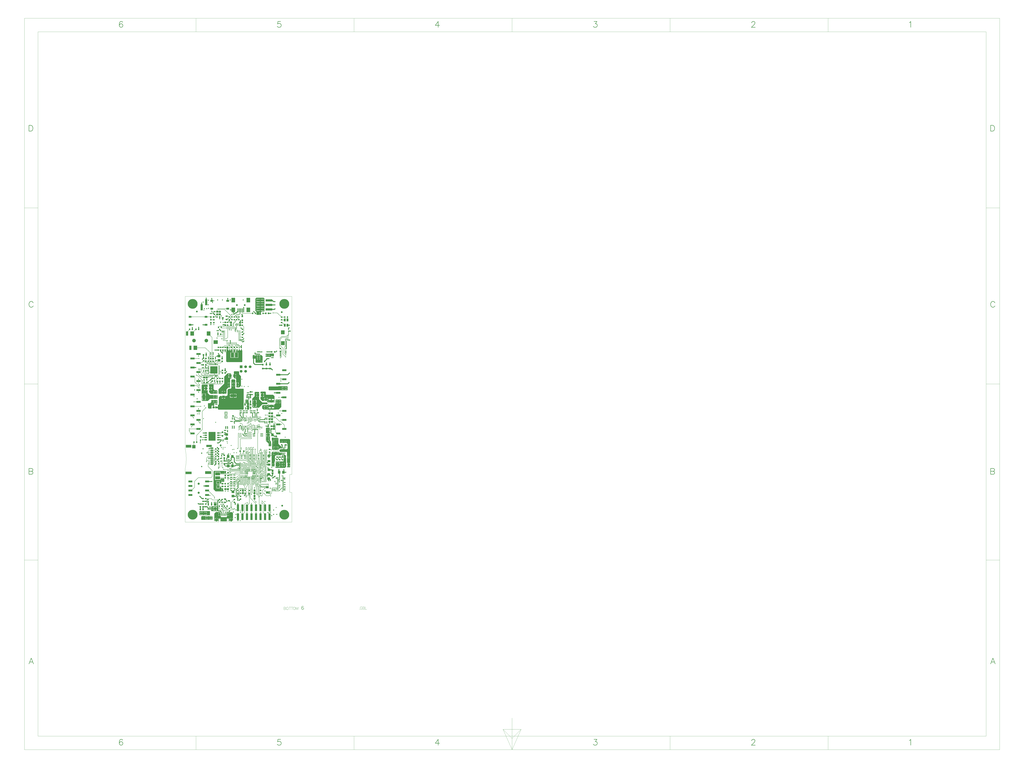
<source format=gbl>
G04*
G04 #@! TF.GenerationSoftware,Altium Limited,Altium Designer,20.2.6 (244)*
G04*
G04 Layer_Physical_Order=6*
G04 Layer_Color=16711680*
%FSLAX43Y43*%
%MOMM*%
G71*
G04*
G04 #@! TF.SameCoordinates,ADE9251E-79DE-46AD-AD66-6379AD971F3A*
G04*
G04*
G04 #@! TF.FilePolarity,Positive*
G04*
G01*
G75*
%ADD11C,0.127*%
%ADD13C,0.305*%
%ADD14C,0.102*%
%ADD15C,0.025*%
%ADD16C,0.254*%
%ADD36C,0.406*%
%ADD41R,0.813X0.889*%
%ADD42C,0.152*%
%ADD43R,0.559X0.559*%
%ADD44R,0.787X0.813*%
%ADD45R,0.813X0.787*%
%ADD46C,1.016*%
%ADD47C,0.508*%
%ADD48C,0.381*%
%ADD50C,0.155*%
%ADD51C,0.130*%
%ADD52C,0.203*%
%ADD53C,0.142*%
%ADD54C,1.194*%
%ADD55C,2.007*%
%ADD56C,0.711*%
%ADD57O,1.397X1.905*%
%ADD58O,1.067X1.600*%
%ADD59C,0.991*%
%ADD60C,5.512*%
%ADD61C,1.524*%
%ADD62R,1.524X1.524*%
%ADD63C,0.610*%
%ADD64C,0.508*%
%ADD65C,1.016*%
%ADD78R,1.803X2.692*%
%ADD79R,2.692X1.803*%
%ADD80R,1.600X1.295*%
%ADD81R,1.270X3.683*%
%ADD82R,3.683X1.270*%
%ADD83R,1.270X3.429*%
%ADD84R,3.429X1.270*%
%ADD85R,2.413X1.016*%
%ADD86R,2.286X1.016*%
%ADD87R,0.635X1.143*%
%ADD88R,1.143X0.635*%
%ADD89R,1.016X1.803*%
%ADD90R,3.302X1.803*%
%ADD91R,1.803X3.302*%
%ADD92R,1.803X1.016*%
%ADD93R,0.406X0.787*%
%ADD94P,0.027X8X22.5*%
%ADD95R,1.778X0.559*%
%ADD96R,0.813X0.813*%
%ADD97O,0.813X0.279*%
%ADD98O,0.279X0.813*%
%ADD99R,4.115X4.115*%
%ADD100R,1.219X2.489*%
%ADD101R,2.007X2.489*%
%ADD102R,2.489X2.007*%
%ADD103R,1.524X1.016*%
%ADD104R,1.905X1.956*%
%ADD105R,3.505X1.600*%
%ADD106R,3.099X1.194*%
%ADD107R,1.600X0.813*%
%ADD108R,1.600X0.838*%
%ADD109R,3.429X1.397*%
%ADD110R,3.073X1.524*%
%ADD111R,0.406X1.346*%
%ADD112R,2.896X2.007*%
%ADD113R,2.007X2.515*%
%ADD114R,0.508X2.261*%
%ADD115R,0.279X1.346*%
%ADD116R,1.346X0.279*%
%ADD117R,1.118X1.499*%
%ADD118R,1.350X0.800*%
%ADD119R,4.000X5.000*%
%ADD120C,0.400*%
%ADD121R,0.813X0.305*%
%ADD122R,1.118X0.406*%
%ADD123R,2.007X2.184*%
%ADD124R,1.245X0.279*%
%ADD125R,1.143X0.813*%
%ADD126R,2.286X2.261*%
%ADD127R,2.800X1.350*%
%ADD128R,1.600X1.450*%
%ADD129C,0.249*%
%ADD130R,2.540X1.168*%
%ADD131R,1.168X1.524*%
%ADD132R,1.524X1.168*%
%ADD133R,0.889X0.813*%
%ADD134R,1.450X1.600*%
%ADD135C,0.279*%
%ADD136C,0.762*%
G36*
X20066Y117856D02*
X18701D01*
X19069Y118224D01*
X19211Y118366D01*
X18705Y118872D01*
X20066D01*
Y117856D01*
D02*
G37*
G36*
X18955Y118364D02*
X18447Y117856D01*
X17526D01*
Y118872D01*
X18447D01*
X18955Y118364D01*
D02*
G37*
G36*
X44577Y125857D02*
Y118745D01*
X44323Y118491D01*
X43053D01*
X42799Y118237D01*
Y118034D01*
X42418D01*
Y117475D01*
Y116916D01*
X42799D01*
Y116840D01*
Y116713D01*
X42672Y116586D01*
X40259D01*
X40132Y116713D01*
Y116967D01*
Y117221D01*
Y117475D01*
Y118237D01*
X39751Y118618D01*
X39497Y118872D01*
Y125730D01*
X40005Y126238D01*
X44196D01*
X44577Y125857D01*
D02*
G37*
G36*
X20066Y116332D02*
X19145D01*
X18637Y116840D01*
X19145Y117348D01*
X20066D01*
Y116332D01*
D02*
G37*
G36*
X18523Y116980D02*
X18381Y116838D01*
X18887Y116332D01*
X17526D01*
Y117348D01*
X18891D01*
X18523Y116980D01*
D02*
G37*
G36*
X26289Y111982D02*
X25781Y111474D01*
X25273Y111982D01*
Y112903D01*
X26289D01*
Y111982D01*
D02*
G37*
G36*
X31369Y111411D02*
X31001Y111779D01*
X30859Y111921D01*
X30353Y111415D01*
Y112776D01*
X31369D01*
Y111411D01*
D02*
G37*
G36*
X25641Y111360D02*
X25783Y111218D01*
X26289Y111724D01*
Y110363D01*
X25273D01*
Y111728D01*
X25641Y111360D01*
D02*
G37*
G36*
X31369Y111157D02*
Y110236D01*
X30353D01*
Y111157D01*
X30861Y111665D01*
X31369Y111157D01*
D02*
G37*
G36*
X24257Y97885D02*
X23749Y97377D01*
X23241Y97885D01*
Y98806D01*
X24257D01*
Y97885D01*
D02*
G37*
G36*
X49911Y94742D02*
Y93345D01*
X49784Y93218D01*
X49073D01*
Y93472D01*
X48209D01*
Y93167D01*
X48209D01*
X48246Y93077D01*
X48006Y92837D01*
X47607D01*
Y93091D01*
X45524D01*
Y93031D01*
X45397Y92969D01*
X45339Y93013D01*
Y94693D01*
X45397Y94737D01*
X45524Y94675D01*
Y94615D01*
X47607D01*
Y94869D01*
X49784D01*
X49911Y94742D01*
D02*
G37*
G36*
X43561Y93345D02*
Y90983D01*
X43307D01*
Y90424D01*
Y89865D01*
X43344D01*
X43393Y89748D01*
X43307Y89662D01*
X39878D01*
X39624Y89916D01*
Y91821D01*
X39497Y91948D01*
X38100D01*
X37973Y92075D01*
Y93726D01*
X38227Y93980D01*
X38843D01*
X38938Y93904D01*
X38938Y93853D01*
Y93599D01*
X39802D01*
Y93853D01*
X39802Y93904D01*
X39897Y93980D01*
X42926D01*
X43561Y93345D01*
D02*
G37*
G36*
X23609Y97263D02*
X23751Y97121D01*
X24257Y97627D01*
Y96647D01*
X24587D01*
Y96596D01*
X25451D01*
Y96647D01*
X25603D01*
Y96177D01*
X26035D01*
Y96774D01*
X26289D01*
Y96177D01*
X26665D01*
Y95479D01*
X25482D01*
Y92481D01*
X27590D01*
Y95479D01*
X27183D01*
Y96177D01*
X27559D01*
Y96774D01*
X27813D01*
Y96177D01*
X28062D01*
Y95479D01*
X27782D01*
Y92481D01*
X29890D01*
Y95479D01*
X28580D01*
Y96130D01*
X28651Y96228D01*
X29083D01*
Y96774D01*
X29337D01*
Y96228D01*
X29769D01*
Y96647D01*
X30048D01*
Y96596D01*
X30912D01*
Y96647D01*
X31191D01*
Y96596D01*
X32055D01*
X32131Y96520D01*
Y90297D01*
X31877Y90043D01*
X23495D01*
X23114Y90424D01*
Y96088D01*
X23292Y96266D01*
X23241D01*
Y97631D01*
X23609Y97263D01*
D02*
G37*
G36*
X12700Y80899D02*
X11335D01*
X11703Y81267D01*
X11845Y81409D01*
X11339Y81915D01*
X12700D01*
Y80899D01*
D02*
G37*
G36*
X11589Y81407D02*
X11081Y80899D01*
X10160D01*
Y81915D01*
X11081D01*
X11589Y81407D01*
D02*
G37*
G36*
X30353Y84582D02*
Y84201D01*
Y83185D01*
X31369Y82169D01*
Y76708D01*
X30480Y75819D01*
X29083D01*
X28829Y76073D01*
X28702Y76200D01*
Y76391D01*
X29224D01*
Y77445D01*
Y78499D01*
X28702D01*
Y80645D01*
X28448Y80899D01*
X27686D01*
X27432Y81153D01*
Y81344D01*
X27591D01*
Y82296D01*
Y83248D01*
X27432D01*
Y84455D01*
Y84709D01*
X27559Y84836D01*
X30099D01*
X30353Y84582D01*
D02*
G37*
G36*
X57658Y76200D02*
Y74295D01*
X57531Y74168D01*
X47244D01*
X46990Y74422D01*
Y76073D01*
X47244Y76327D01*
X52324D01*
X52451Y76454D01*
X57404D01*
X57658Y76200D01*
D02*
G37*
G36*
X16002Y77343D02*
Y76708D01*
Y74803D01*
X16637Y74168D01*
X17780D01*
X18161Y73787D01*
Y72263D01*
X18047Y72149D01*
X17920Y72168D01*
Y72658D01*
X15812D01*
Y72136D01*
X14478D01*
X13462Y73152D01*
Y74232D01*
X14002D01*
Y75184D01*
Y76136D01*
X13462D01*
Y77343D01*
X13585Y77466D01*
X15879D01*
X16002Y77343D01*
D02*
G37*
G36*
X25981Y83366D02*
X25933Y83248D01*
X24491D01*
Y83211D01*
X24358D01*
Y81381D01*
X24491D01*
Y81344D01*
X26162D01*
Y81026D01*
X26035Y80899D01*
X25654D01*
X25273Y80518D01*
Y78499D01*
X24878D01*
Y77445D01*
Y76391D01*
X25273D01*
Y75946D01*
X25019Y75692D01*
X24257D01*
X23241Y74676D01*
Y72517D01*
X22860Y72136D01*
X22542D01*
Y72676D01*
X21590D01*
X20638D01*
Y72136D01*
X19050D01*
X18796Y72390D01*
Y74803D01*
X18923Y74930D01*
X21971Y77978D01*
Y81407D01*
Y81915D01*
X23749Y83693D01*
X25654D01*
X25981Y83366D01*
D02*
G37*
G36*
X28184Y80045D02*
Y78499D01*
X28194Y78449D01*
Y76441D01*
X28184Y76391D01*
Y76200D01*
X28184Y76200D01*
X28194Y76150D01*
Y75260D01*
X28397Y75057D01*
X32766D01*
X32893Y74930D01*
Y63500D01*
X32639Y63246D01*
X18796D01*
X18415Y63627D01*
Y65786D01*
X18669Y66040D01*
X18986Y66357D01*
Y70295D01*
X19685Y70993D01*
X20638D01*
Y70580D01*
X21590D01*
X22542D01*
Y70993D01*
X23368D01*
X23876Y71501D01*
Y74422D01*
X24511Y75057D01*
X25578D01*
X25984Y75463D01*
Y80035D01*
X26213Y80264D01*
X27965D01*
X28184Y80045D01*
D02*
G37*
G36*
X12700Y77089D02*
Y76245D01*
X12656Y76136D01*
X12573Y76136D01*
X10902D01*
Y76099D01*
X10769D01*
Y74269D01*
X10902D01*
Y74232D01*
X12573D01*
X12656Y74232D01*
X12700Y74123D01*
Y72644D01*
X13843Y71501D01*
X18034D01*
X18288Y71247D01*
Y69596D01*
X18034Y69342D01*
X13970D01*
X12827Y68199D01*
X9652D01*
X9271Y68580D01*
Y76200D01*
Y77089D01*
X9525Y77343D01*
X12446D01*
X12700Y77089D01*
D02*
G37*
G36*
X45339Y73152D02*
Y71882D01*
X45593Y71628D01*
X49530D01*
X50292Y70866D01*
Y67310D01*
X50185Y67203D01*
X50066Y67264D01*
Y68877D01*
X50064D01*
Y69292D01*
X46964D01*
Y68877D01*
X46962D01*
Y67264D01*
X46843Y67203D01*
X45847Y68199D01*
X43434D01*
X42418Y69215D01*
Y70440D01*
X42462Y70549D01*
X42545Y70549D01*
X44216D01*
Y70586D01*
X44349D01*
Y72416D01*
X44216D01*
Y72453D01*
X42545D01*
X42462Y72453D01*
X42418Y72562D01*
Y73152D01*
X42672Y73406D01*
X45085D01*
X45339Y73152D01*
D02*
G37*
G36*
X41656Y73025D02*
Y72453D01*
X41116D01*
Y71501D01*
Y70549D01*
X41656D01*
Y69088D01*
X42291Y68453D01*
X43434Y67310D01*
Y66294D01*
X41529Y64389D01*
X38227D01*
X37719Y64897D01*
Y69469D01*
X39116Y70866D01*
Y73025D01*
X39370Y73279D01*
X41402D01*
X41656Y73025D01*
D02*
G37*
G36*
X54102Y68580D02*
Y64770D01*
X52705Y63373D01*
X50927D01*
X50863Y63310D01*
X46418D01*
X46355Y63373D01*
X43942D01*
X43307Y64008D01*
Y65405D01*
X43688Y65786D01*
X46292D01*
X46736Y66230D01*
X46904D01*
X46962Y66127D01*
X46962Y66104D01*
Y64473D01*
X46964D01*
Y64058D01*
X50064D01*
Y64473D01*
X50066D01*
Y66104D01*
X50066Y66127D01*
X50124Y66230D01*
X50292D01*
X50800Y66739D01*
Y67260D01*
X50810Y67310D01*
Y68717D01*
X51054Y68961D01*
X53721D01*
X54102Y68580D01*
D02*
G37*
G36*
X17907Y64008D02*
X16542D01*
X16910Y64376D01*
X17052Y64518D01*
X16546Y65024D01*
X17907D01*
Y64008D01*
D02*
G37*
G36*
X16796Y64516D02*
X16288Y64008D01*
X15367D01*
Y65024D01*
X16288D01*
X16796Y64516D01*
D02*
G37*
G36*
X15812Y68312D02*
X17920D01*
Y68675D01*
X18047Y68694D01*
X18225Y68517D01*
Y67119D01*
X17907Y66802D01*
X16383D01*
Y66726D01*
X16256D01*
Y66294D01*
Y65862D01*
X16383D01*
Y65659D01*
X16256Y65532D01*
X14986D01*
X14859Y65405D01*
Y64008D01*
X14732Y63881D01*
X13208D01*
X12827Y64262D01*
Y65659D01*
Y66802D01*
X12954Y66929D01*
X14097D01*
X14732Y67564D01*
Y68580D01*
X14859Y68707D01*
X15812D01*
Y68312D01*
D02*
G37*
G36*
X35436Y68958D02*
X35484Y68885D01*
X35557Y68837D01*
X35687Y68707D01*
Y67310D01*
X36068Y66929D01*
Y63627D01*
X35687Y63246D01*
X34925D01*
X34544Y63627D01*
Y63862D01*
X34620Y63957D01*
X34671Y63957D01*
X34925D01*
Y64389D01*
Y64821D01*
X34671D01*
X34620Y64821D01*
X34544Y64916D01*
Y65370D01*
X34582Y65481D01*
X34671Y65481D01*
X35052D01*
Y66040D01*
Y66599D01*
X34650D01*
X34582Y66599D01*
X34466Y66626D01*
X34111Y66981D01*
X34086Y67107D01*
X33985Y67259D01*
X33909Y67309D01*
Y68834D01*
X34036Y68961D01*
X35433D01*
X35436Y68958D01*
D02*
G37*
G36*
X49403Y60706D02*
X48482D01*
X47974Y61214D01*
X48482Y61722D01*
X49403D01*
Y60706D01*
D02*
G37*
G36*
X47860Y61354D02*
X47718Y61212D01*
X48224Y60706D01*
X46863D01*
Y61722D01*
X48228D01*
X47860Y61354D01*
D02*
G37*
G36*
X49403Y59055D02*
X48482D01*
X47974Y59563D01*
X48482Y60071D01*
X49403D01*
Y59055D01*
D02*
G37*
G36*
X47860Y59703D02*
X47718Y59561D01*
X48224Y59055D01*
X46863D01*
Y60071D01*
X48228D01*
X47860Y59703D01*
D02*
G37*
G36*
X49403Y57404D02*
X48482D01*
X47974Y57912D01*
X48482Y58420D01*
X49403D01*
Y57404D01*
D02*
G37*
G36*
X47860Y58052D02*
X47718Y57910D01*
X48224Y57404D01*
X46863D01*
Y58420D01*
X48228D01*
X47860Y58052D01*
D02*
G37*
G36*
X49403Y55880D02*
X48482D01*
X47974Y56388D01*
X48482Y56896D01*
X49403D01*
Y55880D01*
D02*
G37*
G36*
X47860Y56528D02*
X47718Y56386D01*
X48224Y55880D01*
X46863D01*
Y56896D01*
X48228D01*
X47860Y56528D01*
D02*
G37*
G36*
X50546Y53118D02*
X50178Y53486D01*
X50036Y53628D01*
X49530Y53122D01*
Y54483D01*
X50546D01*
Y53118D01*
D02*
G37*
G36*
Y52864D02*
Y51943D01*
X49530D01*
Y52864D01*
X50038Y53372D01*
X50546Y52864D01*
D02*
G37*
G36*
X47752Y52832D02*
Y51581D01*
X47676Y51486D01*
X47625Y51486D01*
X47371D01*
Y51054D01*
Y50622D01*
X47625D01*
X47676Y50622D01*
X47752Y50527D01*
Y45974D01*
X48219Y45507D01*
X48170Y45390D01*
X48006D01*
Y44831D01*
Y44272D01*
X48387D01*
Y43866D01*
X48260D01*
Y43434D01*
Y43002D01*
X48387D01*
Y42799D01*
X48260Y42672D01*
X47117D01*
X46990Y42799D01*
Y44196D01*
X45466Y45720D01*
Y52832D01*
X45847Y53213D01*
X47371D01*
X47752Y52832D01*
D02*
G37*
G36*
X59055Y46355D02*
Y45720D01*
Y40640D01*
Y30988D01*
X58928Y30861D01*
X57531D01*
X57285Y31107D01*
X57287Y31115D01*
Y31385D01*
X57379Y31471D01*
X57414Y31471D01*
X57988D01*
Y32385D01*
Y33299D01*
X57414D01*
X57379Y33299D01*
X57287Y33385D01*
Y36017D01*
X57658D01*
Y36576D01*
Y37135D01*
X57287D01*
Y37465D01*
X57287Y37465D01*
X57277Y37515D01*
Y39370D01*
X57150Y39497D01*
X56118D01*
Y39459D01*
X54118D01*
Y39497D01*
X53467D01*
X53230Y39734D01*
X53218D01*
Y39746D01*
X53086Y39878D01*
Y40640D01*
X53218Y40772D01*
Y40784D01*
X53230D01*
X53467Y41021D01*
X54118D01*
Y41059D01*
X56118D01*
Y41021D01*
X57150D01*
X57658Y41529D01*
Y43273D01*
X57660Y43275D01*
X57691Y43434D01*
X57660Y43593D01*
X57658Y43595D01*
Y43942D01*
X57023Y44577D01*
X56947D01*
Y44831D01*
X55829D01*
Y44577D01*
X54915D01*
Y44831D01*
X53797D01*
Y44577D01*
X53340D01*
X53213Y44704D01*
Y46482D01*
X53467Y46736D01*
X58674D01*
X59055Y46355D01*
D02*
G37*
G36*
X52451Y47117D02*
Y44069D01*
X53848Y42672D01*
X54229D01*
X54356Y42545D01*
Y42280D01*
X54270D01*
Y41734D01*
X54143D01*
Y41607D01*
X53787D01*
Y41539D01*
X53467D01*
X53269Y41500D01*
X53101Y41387D01*
X52888Y41174D01*
X52852Y41150D01*
X52828Y41114D01*
X52720Y41006D01*
X52607Y40838D01*
X52568Y40640D01*
Y40630D01*
X52451Y40513D01*
X49403D01*
X48895Y41021D01*
Y42749D01*
X48905Y42799D01*
Y43002D01*
X49022D01*
Y43434D01*
Y43866D01*
X48905D01*
Y44272D01*
X49276D01*
Y44831D01*
Y45390D01*
X48895D01*
Y45466D01*
Y45822D01*
X49225D01*
Y46736D01*
X49352D01*
Y46863D01*
X50089D01*
Y47498D01*
X52070D01*
X52451Y47117D01*
D02*
G37*
G36*
X53086Y39116D02*
X53123D01*
X53269Y39018D01*
X53467Y38979D01*
X53787D01*
Y38911D01*
X54143D01*
Y38784D01*
X54270D01*
Y38238D01*
X54356D01*
Y37973D01*
X53975Y37592D01*
X51054D01*
X50546Y37084D01*
X50546Y34265D01*
X50292Y34011D01*
X50292Y33034D01*
X50202Y32944D01*
X49911D01*
Y32385D01*
Y31826D01*
X50292D01*
Y31369D01*
X48895D01*
X48641Y31623D01*
Y37146D01*
X48680Y37172D01*
X48770Y37306D01*
X48801Y37465D01*
X48770Y37624D01*
X48680Y37758D01*
X48641Y37784D01*
Y39116D01*
X49149Y39624D01*
X52578D01*
X53086Y39116D01*
D02*
G37*
G36*
X56261Y37592D02*
X56642D01*
X56769Y37465D01*
Y37135D01*
X56388D01*
Y36576D01*
Y36017D01*
X56769D01*
Y31115D01*
X56134Y30480D01*
X51054D01*
X50800Y30734D01*
Y31102D01*
X51943D01*
Y32385D01*
Y33668D01*
X50831D01*
X50813Y33795D01*
X51181Y34163D01*
X55118D01*
X55372Y34417D01*
Y37465D01*
Y37973D01*
X55499Y38100D01*
X55753D01*
X56261Y37592D01*
D02*
G37*
G36*
X49657Y28543D02*
X49149Y28035D01*
X48641Y28543D01*
Y29464D01*
X49657D01*
Y28543D01*
D02*
G37*
G36*
X23063Y28677D02*
Y28372D01*
X22733D01*
Y27813D01*
X22606D01*
Y27686D01*
X22009D01*
Y27330D01*
X19990D01*
X19837Y27483D01*
Y28219D01*
X19761Y28296D01*
X16764D01*
X16713Y28245D01*
Y23851D01*
X16815Y23749D01*
X19837D01*
X19863Y23774D01*
Y24486D01*
X19964Y24587D01*
X21793D01*
X21971Y24409D01*
Y22860D01*
X21717Y22606D01*
X21514D01*
Y22987D01*
X20396D01*
Y22517D01*
Y21869D01*
X20376Y21849D01*
X19494D01*
Y22905D01*
X17590D01*
Y21305D01*
X19406D01*
Y20605D01*
X17590D01*
Y19005D01*
X19494D01*
Y19736D01*
X20066D01*
X20396Y19406D01*
Y18669D01*
X20955D01*
Y18542D01*
X21082D01*
Y17945D01*
X21514D01*
X21590Y17850D01*
Y17386D01*
X21488Y17285D01*
X17145D01*
X15989Y18440D01*
Y28080D01*
Y28562D01*
X16256Y28829D01*
X22911D01*
X23063Y28677D01*
D02*
G37*
G36*
X49009Y27921D02*
X49151Y27779D01*
X49657Y28285D01*
Y26924D01*
X48641D01*
Y28289D01*
X49009Y27921D01*
D02*
G37*
G36*
X24638Y18034D02*
X23717D01*
X23209Y18542D01*
X23717Y19050D01*
X24638D01*
Y18034D01*
D02*
G37*
G36*
X23095Y18682D02*
X22953Y18540D01*
X23459Y18034D01*
X22098D01*
Y19050D01*
X23463D01*
X23095Y18682D01*
D02*
G37*
G36*
X39497Y16923D02*
X39129Y17291D01*
X38987Y17433D01*
X38481Y16927D01*
Y18288D01*
X39497D01*
Y16923D01*
D02*
G37*
G36*
X33020D02*
X32652Y17291D01*
X32510Y17433D01*
X32004Y16927D01*
Y18288D01*
X33020D01*
Y16923D01*
D02*
G37*
G36*
X39497Y16669D02*
Y15748D01*
X38481D01*
Y16669D01*
X38989Y17177D01*
X39497Y16669D01*
D02*
G37*
G36*
X33020D02*
Y15748D01*
X32004D01*
Y16669D01*
X32512Y17177D01*
X33020Y16669D01*
D02*
G37*
G36*
X39497Y14319D02*
X38989Y13811D01*
X38481Y14319D01*
Y15240D01*
X39497D01*
Y14319D01*
D02*
G37*
G36*
X38849Y13697D02*
X38991Y13555D01*
X39497Y14061D01*
Y12700D01*
X38481D01*
Y14065D01*
X38849Y13697D01*
D02*
G37*
G36*
X18669Y8382D02*
Y6477D01*
X18415Y6223D01*
X14859D01*
X14605Y6477D01*
Y6839D01*
X14793D01*
Y7563D01*
Y8287D01*
X14605D01*
Y8509D01*
Y8636D01*
X14859Y8890D01*
X18161D01*
X18669Y8382D01*
D02*
G37*
G36*
X24384Y5588D02*
X26416D01*
X26924Y5080D01*
Y1017D01*
X26829Y939D01*
X26721Y993D01*
X26725Y1026D01*
Y1153D01*
X25009D01*
Y1026D01*
X25038Y804D01*
X25087Y686D01*
X25002Y559D01*
X24689D01*
X24663Y584D01*
Y1930D01*
X24511Y2083D01*
X23597D01*
X23470Y1956D01*
Y508D01*
X19964D01*
Y1930D01*
X19812Y2083D01*
X18898D01*
X18745Y1930D01*
Y508D01*
X18387D01*
X18326Y635D01*
X18396Y804D01*
X18425Y1026D01*
Y1153D01*
X16709D01*
Y1026D01*
X16738Y804D01*
X16808Y635D01*
X16756Y528D01*
X16629Y516D01*
X16383Y762D01*
Y4826D01*
X17262Y5705D01*
X18415D01*
X18465Y5715D01*
X19558D01*
X19825Y5448D01*
X19753Y5340D01*
X19621Y5395D01*
X19569Y5402D01*
Y4460D01*
Y3519D01*
X19621Y3525D01*
X19788Y3594D01*
X19931Y3704D01*
X19934Y3709D01*
X20061Y3666D01*
Y3310D01*
X20066D01*
Y3048D01*
X20320Y2794D01*
X23241D01*
X23495Y3048D01*
Y3550D01*
X23622Y3613D01*
X23646Y3594D01*
X23813Y3525D01*
X23865Y3519D01*
Y4460D01*
Y5402D01*
X23813Y5395D01*
X23646Y5326D01*
X23622Y5307D01*
X23495Y5370D01*
Y5715D01*
X23622Y5842D01*
X24130D01*
X24384Y5588D01*
D02*
G37*
G36*
X13970Y6096D02*
Y4064D01*
X13843Y3937D01*
X8128D01*
X8001Y4064D01*
Y6096D01*
X8128Y6223D01*
X13843D01*
X13970Y6096D01*
D02*
G37*
G36*
X15494Y3048D02*
Y1651D01*
X15113Y1270D01*
X9271D01*
X9017Y1524D01*
Y3048D01*
X9388Y3419D01*
X13843D01*
X13893Y3429D01*
X15113D01*
X15494Y3048D01*
D02*
G37*
G36*
X22908Y61728D02*
X22932Y61724D01*
X22955Y61719D01*
X22976Y61713D01*
X22997Y61705D01*
X23015Y61696D01*
X23033Y61688D01*
X23048Y61678D01*
X23062Y61668D01*
X23073Y61659D01*
X23084Y61651D01*
X23092Y61643D01*
X23098Y61636D01*
X23103Y61631D01*
X23106Y61628D01*
X23107Y61627D01*
X23124Y61603D01*
X23139Y61577D01*
X23152Y61548D01*
X23162Y61518D01*
X23172Y61487D01*
X23180Y61456D01*
X23185Y61425D01*
X23191Y61394D01*
X23195Y61365D01*
X23198Y61338D01*
X23200Y61314D01*
X23201Y61293D01*
X23202Y61283D01*
Y61275D01*
X23203Y61268D01*
Y61262D01*
Y61257D01*
Y61253D01*
Y61251D01*
Y61250D01*
X23202Y61208D01*
X23199Y61170D01*
X23195Y61134D01*
X23189Y61101D01*
X23183Y61071D01*
X23176Y61044D01*
X23168Y61020D01*
X23159Y60998D01*
X23152Y60979D01*
X23144Y60963D01*
X23137Y60949D01*
X23130Y60938D01*
X23125Y60930D01*
X23121Y60924D01*
X23118Y60920D01*
X23117Y60919D01*
X23100Y60902D01*
X23082Y60886D01*
X23065Y60873D01*
X23045Y60861D01*
X23027Y60851D01*
X23008Y60843D01*
X22990Y60837D01*
X22973Y60831D01*
X22956Y60827D01*
X22942Y60824D01*
X22928Y60821D01*
X22916Y60820D01*
X22907Y60819D01*
X22899Y60818D01*
X22893D01*
X22864Y60820D01*
X22837Y60824D01*
X22812Y60830D01*
X22791Y60838D01*
X22782Y60841D01*
X22773Y60845D01*
X22766Y60848D01*
X22761Y60850D01*
X22756Y60852D01*
X22752Y60854D01*
X22750Y60856D01*
X22749D01*
X22727Y60872D01*
X22706Y60890D01*
X22689Y60908D01*
X22675Y60926D01*
X22664Y60942D01*
X22660Y60949D01*
X22656Y60955D01*
X22653Y60960D01*
X22651Y60964D01*
X22649Y60966D01*
Y60967D01*
X22637Y60995D01*
X22628Y61022D01*
X22621Y61048D01*
X22617Y61072D01*
X22615Y61083D01*
X22615Y61093D01*
X22614Y61102D01*
Y61109D01*
X22613Y61116D01*
Y61119D01*
Y61122D01*
Y61123D01*
X22614Y61147D01*
X22615Y61169D01*
X22619Y61190D01*
X22624Y61209D01*
X22631Y61228D01*
X22637Y61245D01*
X22645Y61261D01*
X22651Y61275D01*
X22658Y61288D01*
X22666Y61299D01*
X22672Y61309D01*
X22677Y61317D01*
X22683Y61324D01*
X22687Y61328D01*
X22689Y61330D01*
X22690Y61331D01*
X22705Y61346D01*
X22720Y61358D01*
X22735Y61369D01*
X22752Y61379D01*
X22767Y61387D01*
X22783Y61393D01*
X22798Y61398D01*
X22812Y61403D01*
X22825Y61406D01*
X22838Y61409D01*
X22849Y61410D01*
X22858Y61412D01*
X22866D01*
X22872Y61413D01*
X22877D01*
X22900Y61412D01*
X22922Y61408D01*
X22943Y61403D01*
X22961Y61398D01*
X22976Y61392D01*
X22982Y61389D01*
X22988Y61388D01*
X22992Y61386D01*
X22995Y61384D01*
X22997Y61383D01*
X22998D01*
X23018Y61370D01*
X23036Y61357D01*
X23053Y61342D01*
X23067Y61328D01*
X23078Y61314D01*
X23087Y61303D01*
X23090Y61299D01*
X23092Y61297D01*
X23094Y61295D01*
X23094Y61294D01*
Y61295D01*
X23094Y61295D01*
X23093Y61318D01*
X23092Y61341D01*
X23091Y61362D01*
X23089Y61382D01*
X23086Y61400D01*
X23083Y61418D01*
X23081Y61433D01*
X23078Y61447D01*
X23075Y61458D01*
X23072Y61469D01*
X23069Y61478D01*
X23067Y61485D01*
X23065Y61491D01*
X23064Y61496D01*
X23063Y61498D01*
Y61499D01*
X23050Y61524D01*
X23037Y61546D01*
X23024Y61566D01*
X23010Y61581D01*
X22999Y61594D01*
X22990Y61602D01*
X22986Y61605D01*
X22983Y61607D01*
X22982Y61609D01*
X22981D01*
X22966Y61619D01*
X22950Y61627D01*
X22935Y61631D01*
X22920Y61635D01*
X22908Y61637D01*
X22897Y61639D01*
X22888D01*
X22877Y61638D01*
X22865Y61637D01*
X22844Y61631D01*
X22825Y61625D01*
X22809Y61616D01*
X22795Y61607D01*
X22786Y61599D01*
X22783Y61597D01*
X22780Y61594D01*
X22779Y61593D01*
X22778Y61592D01*
X22768Y61579D01*
X22761Y61565D01*
X22753Y61549D01*
X22747Y61534D01*
X22742Y61520D01*
X22739Y61508D01*
X22738Y61504D01*
X22737Y61501D01*
X22736Y61499D01*
Y61498D01*
X22627Y61507D01*
X22630Y61526D01*
X22635Y61543D01*
X22640Y61560D01*
X22645Y61575D01*
X22652Y61590D01*
X22659Y61603D01*
X22666Y61616D01*
X22673Y61627D01*
X22679Y61636D01*
X22686Y61645D01*
X22692Y61653D01*
X22698Y61658D01*
X22702Y61663D01*
X22705Y61666D01*
X22707Y61668D01*
X22708Y61669D01*
X22722Y61680D01*
X22735Y61688D01*
X22749Y61697D01*
X22764Y61704D01*
X22779Y61710D01*
X22793Y61715D01*
X22821Y61721D01*
X22833Y61724D01*
X22845Y61726D01*
X22855Y61727D01*
X22864Y61728D01*
X22871Y61729D01*
X22882D01*
X22908Y61728D01*
D02*
G37*
G36*
X23216Y58801D02*
X22876D01*
X22845Y58802D01*
X22817Y58803D01*
X22793Y58806D01*
X22781Y58807D01*
X22771Y58809D01*
X22763Y58810D01*
X22755Y58811D01*
X22748Y58813D01*
X22742Y58814D01*
X22738Y58815D01*
X22735D01*
X22733Y58816D01*
X22732D01*
X22710Y58821D01*
X22691Y58828D01*
X22675Y58836D01*
X22661Y58843D01*
X22649Y58849D01*
X22641Y58854D01*
X22636Y58858D01*
X22634Y58859D01*
X22619Y58872D01*
X22607Y58885D01*
X22595Y58899D01*
X22587Y58912D01*
X22579Y58924D01*
X22573Y58934D01*
X22571Y58937D01*
X22569Y58940D01*
X22568Y58941D01*
Y58942D01*
X22559Y58963D01*
X22553Y58984D01*
X22548Y59003D01*
X22544Y59022D01*
X22542Y59037D01*
Y59043D01*
X22541Y59049D01*
Y59054D01*
Y59056D01*
Y59058D01*
Y59059D01*
Y59074D01*
X22543Y59087D01*
X22548Y59114D01*
X22556Y59137D01*
X22563Y59156D01*
X22567Y59165D01*
X22571Y59173D01*
X22575Y59179D01*
X22579Y59185D01*
X22582Y59189D01*
X22584Y59192D01*
X22585Y59194D01*
X22586Y59195D01*
X22603Y59215D01*
X22623Y59232D01*
X22644Y59246D01*
X22664Y59257D01*
X22681Y59266D01*
X22689Y59268D01*
X22696Y59271D01*
X22702Y59273D01*
X22706Y59275D01*
X22708Y59276D01*
X22709D01*
X22687Y59289D01*
X22669Y59302D01*
X22652Y59316D01*
X22640Y59328D01*
X22629Y59340D01*
X22622Y59349D01*
X22619Y59353D01*
X22618Y59356D01*
X22617Y59356D01*
Y59357D01*
X22606Y59377D01*
X22598Y59395D01*
X22592Y59414D01*
X22588Y59430D01*
X22587Y59445D01*
X22585Y59455D01*
Y59459D01*
Y59462D01*
Y59464D01*
Y59465D01*
X22587Y59488D01*
X22590Y59509D01*
X22596Y59530D01*
X22602Y59547D01*
X22609Y59562D01*
X22612Y59568D01*
X22615Y59573D01*
X22618Y59577D01*
X22618Y59580D01*
X22620Y59582D01*
Y59583D01*
X22635Y59602D01*
X22650Y59620D01*
X22666Y59634D01*
X22681Y59646D01*
X22696Y59655D01*
X22707Y59661D01*
X22711Y59663D01*
X22714Y59665D01*
X22716Y59666D01*
X22717D01*
X22742Y59676D01*
X22768Y59683D01*
X22797Y59687D01*
X22822Y59690D01*
X22834Y59692D01*
X22845Y59693D01*
X22856D01*
X22864Y59694D01*
X23216D01*
Y58801D01*
D02*
G37*
%LPC*%
G36*
X44223Y125502D02*
X40235D01*
Y123926D01*
X44223D01*
Y125502D01*
D02*
G37*
G36*
Y122962D02*
X40235D01*
Y121386D01*
X44223D01*
Y122962D01*
D02*
G37*
G36*
Y120422D02*
X40235D01*
Y118846D01*
X44223D01*
Y120422D01*
D02*
G37*
G36*
X42164Y118034D02*
X41745D01*
Y117602D01*
X42164D01*
Y118034D01*
D02*
G37*
G36*
Y117348D02*
X41745D01*
Y116916D01*
X42164D01*
Y117348D01*
D02*
G37*
G36*
X47607Y94361D02*
X46693D01*
Y94056D01*
X47607D01*
Y94361D01*
D02*
G37*
G36*
X46439D02*
X45524D01*
Y94056D01*
X46439D01*
Y94361D01*
D02*
G37*
G36*
X49073Y94031D02*
X48768D01*
Y93726D01*
X49073D01*
Y94031D01*
D02*
G37*
G36*
X48514D02*
X48209D01*
Y93726D01*
X48514D01*
Y94031D01*
D02*
G37*
G36*
X47607Y93650D02*
X46693D01*
Y93345D01*
X47607D01*
Y93650D01*
D02*
G37*
G36*
X46439D02*
X45524D01*
Y93345D01*
X46439D01*
Y93650D01*
D02*
G37*
G36*
X39802Y93345D02*
X39497D01*
Y93040D01*
X39802D01*
Y93345D01*
D02*
G37*
G36*
X39243D02*
X38938D01*
Y93040D01*
X39243D01*
Y93345D01*
D02*
G37*
G36*
X42360Y93650D02*
X40276D01*
Y92786D01*
X42360D01*
Y93650D01*
D02*
G37*
G36*
Y92380D02*
X40276D01*
Y91516D01*
X42360D01*
Y92380D01*
D02*
G37*
G36*
X43053Y90983D02*
X42634D01*
Y90551D01*
X43053D01*
Y90983D01*
D02*
G37*
G36*
Y90297D02*
X42634D01*
Y89865D01*
X43053D01*
Y90297D01*
D02*
G37*
G36*
X28595Y83248D02*
X27845D01*
Y82423D01*
X28595D01*
Y83248D01*
D02*
G37*
G36*
Y82169D02*
X27845D01*
Y81344D01*
X28595D01*
Y82169D01*
D02*
G37*
G36*
X30011Y78499D02*
X29478D01*
Y77572D01*
X30011D01*
Y78499D01*
D02*
G37*
G36*
Y77318D02*
X29478D01*
Y76391D01*
X30011D01*
Y77318D01*
D02*
G37*
G36*
X57176Y75972D02*
X54457D01*
Y74650D01*
X57176D01*
Y75972D01*
D02*
G37*
G36*
X15006Y76136D02*
X14256D01*
Y75311D01*
X15006D01*
Y76136D01*
D02*
G37*
G36*
Y75057D02*
X14256D01*
Y74232D01*
X15006D01*
Y75057D01*
D02*
G37*
G36*
X17920Y73445D02*
X16993D01*
Y72912D01*
X17920D01*
Y73445D01*
D02*
G37*
G36*
X16739D02*
X15812D01*
Y72912D01*
X16739D01*
Y73445D01*
D02*
G37*
G36*
X24624Y78499D02*
X24091D01*
Y77572D01*
X24624D01*
Y78499D01*
D02*
G37*
G36*
Y77318D02*
X24091D01*
Y76391D01*
X24624D01*
Y77318D01*
D02*
G37*
G36*
X22542Y73680D02*
X21717D01*
Y72930D01*
X22542D01*
Y73680D01*
D02*
G37*
G36*
X21463D02*
X20638D01*
Y72930D01*
X21463D01*
Y73680D01*
D02*
G37*
G36*
X27712Y78500D02*
X26390D01*
Y76391D01*
X27712D01*
Y78500D01*
D02*
G37*
G36*
X28855Y72200D02*
X25247D01*
Y70090D01*
X28855D01*
Y72200D01*
D02*
G37*
G36*
X22542Y70326D02*
X21717D01*
Y69576D01*
X22542D01*
Y70326D01*
D02*
G37*
G36*
X21463D02*
X20638D01*
Y69576D01*
X21463D01*
Y70326D01*
D02*
G37*
G36*
X17921Y71146D02*
X15811D01*
Y69824D01*
X17921D01*
Y71146D01*
D02*
G37*
G36*
X11620Y72289D02*
X9511D01*
Y68681D01*
X11620D01*
Y72289D01*
D02*
G37*
G36*
X46496Y69763D02*
X44387D01*
Y68441D01*
X46496D01*
Y69763D01*
D02*
G37*
G36*
X40862Y72453D02*
X40112D01*
Y71628D01*
X40862D01*
Y72453D01*
D02*
G37*
G36*
Y71374D02*
X40112D01*
Y70549D01*
X40862D01*
Y71374D01*
D02*
G37*
G36*
X40195Y68606D02*
X38086D01*
Y64998D01*
X40195D01*
Y68606D01*
D02*
G37*
G36*
X53747Y68352D02*
X51028D01*
Y67030D01*
X53747D01*
Y68352D01*
D02*
G37*
G36*
X46496Y65163D02*
X44387D01*
Y63841D01*
X46496D01*
Y65163D01*
D02*
G37*
G36*
X17920Y68058D02*
X16993D01*
Y67525D01*
X17920D01*
Y68058D01*
D02*
G37*
G36*
X16739D02*
X15812D01*
Y67525D01*
X16739D01*
Y68058D01*
D02*
G37*
G36*
X16002Y66726D02*
X15697D01*
Y66421D01*
X16002D01*
Y66726D01*
D02*
G37*
G36*
Y66167D02*
X15697D01*
Y65862D01*
X16002D01*
Y66167D01*
D02*
G37*
G36*
X35334Y68613D02*
X34394D01*
Y67164D01*
X35334D01*
Y68613D01*
D02*
G37*
G36*
X35306Y66599D02*
Y66167D01*
X35776D01*
Y66599D01*
X35306D01*
D02*
G37*
G36*
X35776Y65913D02*
X35306D01*
Y65481D01*
X35776D01*
Y65913D01*
D02*
G37*
G36*
X35179Y64821D02*
Y64516D01*
X35484D01*
Y64821D01*
X35179D01*
D02*
G37*
G36*
X35484Y64262D02*
X35179D01*
Y63957D01*
X35484D01*
Y64262D01*
D02*
G37*
G36*
X47295Y53048D02*
X46177D01*
Y51854D01*
X47295D01*
Y53048D01*
D02*
G37*
G36*
X47117Y51486D02*
X46812D01*
Y51181D01*
X47117D01*
Y51486D01*
D02*
G37*
G36*
Y50927D02*
X46812D01*
Y50622D01*
X47117D01*
Y50927D01*
D02*
G37*
G36*
X47581Y50101D02*
X45827D01*
Y50064D01*
X45694D01*
Y48234D01*
X45827D01*
Y48197D01*
X47581D01*
Y50101D01*
D02*
G37*
G36*
X47143Y47651D02*
X45669D01*
Y45821D01*
X47143D01*
Y47651D01*
D02*
G37*
G36*
X47752Y45390D02*
X47282D01*
Y44958D01*
X47752D01*
Y45390D01*
D02*
G37*
G36*
Y44704D02*
X47282D01*
Y44272D01*
X47752D01*
Y44704D01*
D02*
G37*
G36*
X48006Y43866D02*
X47701D01*
Y43561D01*
X48006D01*
Y43866D01*
D02*
G37*
G36*
Y43307D02*
X47701D01*
Y43002D01*
X48006D01*
Y43307D01*
D02*
G37*
G36*
X56947Y45504D02*
X56515D01*
Y45085D01*
X56947D01*
Y45504D01*
D02*
G37*
G36*
X56261D02*
X55829D01*
Y45085D01*
X56261D01*
Y45504D01*
D02*
G37*
G36*
X54915D02*
X54483D01*
Y45085D01*
X54915D01*
Y45504D01*
D02*
G37*
G36*
X54229D02*
X53797D01*
Y45085D01*
X54229D01*
Y45504D01*
D02*
G37*
G36*
X58382Y37135D02*
X57912D01*
Y36703D01*
X58382D01*
Y37135D01*
D02*
G37*
G36*
Y36449D02*
X57912D01*
Y36017D01*
X58382D01*
Y36449D01*
D02*
G37*
G36*
X58242Y33299D02*
Y32512D01*
X58852D01*
Y33299D01*
X58242D01*
D02*
G37*
G36*
X58852Y32258D02*
X58242D01*
Y31471D01*
X58852D01*
Y32258D01*
D02*
G37*
G36*
X51867Y47333D02*
X50749D01*
Y46139D01*
X51867D01*
Y47333D01*
D02*
G37*
G36*
X50089Y46609D02*
X49479D01*
Y45822D01*
X50089D01*
Y46609D01*
D02*
G37*
G36*
X50000Y45390D02*
X49530D01*
Y44958D01*
X50000D01*
Y45390D01*
D02*
G37*
G36*
Y44704D02*
X49530D01*
Y44272D01*
X50000D01*
Y44704D01*
D02*
G37*
G36*
X49581Y43866D02*
X49276D01*
Y43561D01*
X49581D01*
Y43866D01*
D02*
G37*
G36*
Y43307D02*
X49276D01*
Y43002D01*
X49581D01*
Y43307D01*
D02*
G37*
G36*
X54016Y42280D02*
X53787D01*
Y41861D01*
X54016D01*
Y42280D01*
D02*
G37*
G36*
X52477Y42342D02*
X49631D01*
Y40868D01*
X52477D01*
Y42342D01*
D02*
G37*
G36*
X52476Y39395D02*
X51181D01*
Y38786D01*
X52476D01*
Y39395D01*
D02*
G37*
G36*
X50927D02*
X49632D01*
Y38786D01*
X50927D01*
Y39395D01*
D02*
G37*
G36*
X54016Y38657D02*
X53787D01*
Y38238D01*
X54016D01*
Y38657D01*
D02*
G37*
G36*
X52476Y38532D02*
X51181D01*
Y37922D01*
X52476D01*
Y38532D01*
D02*
G37*
G36*
X50927D02*
X49632D01*
Y37922D01*
X50927D01*
Y38532D01*
D02*
G37*
G36*
X49657Y32944D02*
X49060D01*
Y32512D01*
X49657D01*
Y32944D01*
D02*
G37*
G36*
Y32258D02*
X49060D01*
Y31826D01*
X49657D01*
Y32258D01*
D02*
G37*
G36*
X56134Y37135D02*
X55664D01*
Y36703D01*
X56134D01*
Y37135D01*
D02*
G37*
G36*
Y36449D02*
X55664D01*
Y36017D01*
X56134D01*
Y36449D01*
D02*
G37*
G36*
X55905Y33299D02*
X55296D01*
Y32512D01*
X55905D01*
Y33299D01*
D02*
G37*
G36*
X55042D02*
X54432D01*
Y32512D01*
X55042D01*
Y33299D01*
D02*
G37*
G36*
X53365Y33668D02*
X52197D01*
Y32512D01*
X53365D01*
Y33668D01*
D02*
G37*
G36*
X55905Y32258D02*
X55296D01*
Y31471D01*
X55905D01*
Y32258D01*
D02*
G37*
G36*
X55042D02*
X54432D01*
Y31471D01*
X55042D01*
Y32258D01*
D02*
G37*
G36*
X53365D02*
X52197D01*
Y31102D01*
X53365D01*
Y32258D01*
D02*
G37*
G36*
X22479Y28372D02*
X22009D01*
Y27940D01*
X22479D01*
Y28372D01*
D02*
G37*
G36*
X21514Y23711D02*
X21082D01*
Y23241D01*
X21514D01*
Y23711D01*
D02*
G37*
G36*
X20828D02*
X20396D01*
Y23241D01*
X20828D01*
Y23711D01*
D02*
G37*
G36*
Y18415D02*
X20396D01*
Y17945D01*
X20828D01*
Y18415D01*
D02*
G37*
G36*
X15390Y8287D02*
X15047D01*
Y7690D01*
X15390D01*
Y8287D01*
D02*
G37*
G36*
Y7436D02*
X15047D01*
Y6839D01*
X15390D01*
Y7436D01*
D02*
G37*
G36*
X17843Y8465D02*
X15939D01*
Y6711D01*
X15976D01*
Y6578D01*
X17806D01*
Y6711D01*
X17843D01*
Y8465D01*
D02*
G37*
G36*
X24119Y5402D02*
Y4587D01*
X24684D01*
Y4727D01*
X24660Y4906D01*
X24591Y5073D01*
X24481Y5216D01*
X24338Y5326D01*
X24171Y5395D01*
X24119Y5402D01*
D02*
G37*
G36*
X19315D02*
X19263Y5395D01*
X19096Y5326D01*
X18953Y5216D01*
X18843Y5073D01*
X18774Y4906D01*
X18750Y4727D01*
Y4587D01*
X19315D01*
Y5402D01*
D02*
G37*
G36*
X24684Y4333D02*
X24119D01*
Y3519D01*
X24171Y3525D01*
X24338Y3594D01*
X24481Y3704D01*
X24591Y3848D01*
X24660Y4015D01*
X24684Y4194D01*
Y4333D01*
D02*
G37*
G36*
X19315D02*
X18750D01*
Y4194D01*
X18774Y4015D01*
X18843Y3848D01*
X18953Y3704D01*
X19096Y3594D01*
X19263Y3525D01*
X19315Y3519D01*
Y4333D01*
D02*
G37*
G36*
X25994Y2376D02*
Y1407D01*
X26725D01*
Y1534D01*
X26696Y1756D01*
X26610Y1963D01*
X26474Y2141D01*
X26296Y2277D01*
X26089Y2363D01*
X25994Y2376D01*
D02*
G37*
G36*
X25740D02*
X25645Y2363D01*
X25438Y2277D01*
X25260Y2141D01*
X25124Y1963D01*
X25038Y1756D01*
X25009Y1534D01*
Y1407D01*
X25740D01*
Y2376D01*
D02*
G37*
G36*
X17694D02*
Y1407D01*
X18425D01*
Y1534D01*
X18396Y1756D01*
X18310Y1963D01*
X18174Y2141D01*
X17996Y2277D01*
X17789Y2363D01*
X17694Y2376D01*
D02*
G37*
G36*
X17440D02*
X17345Y2363D01*
X17138Y2277D01*
X16960Y2141D01*
X16824Y1963D01*
X16738Y1756D01*
X16709Y1534D01*
Y1407D01*
X17440D01*
Y2376D01*
D02*
G37*
G36*
X12218Y5740D02*
X10478D01*
Y5080D01*
X12218D01*
Y5740D01*
D02*
G37*
G36*
X10224D02*
X8484D01*
Y5080D01*
X10224D01*
Y5740D01*
D02*
G37*
G36*
X12218Y4826D02*
X10478D01*
Y4166D01*
X12218D01*
Y4826D01*
D02*
G37*
G36*
X10224D02*
X8484D01*
Y4166D01*
X10224D01*
Y4826D01*
D02*
G37*
G36*
X15138Y3200D02*
X13398D01*
Y2540D01*
X15138D01*
Y3200D01*
D02*
G37*
G36*
X13144D02*
X11404D01*
Y2540D01*
X13144D01*
Y3200D01*
D02*
G37*
G36*
X15138Y2286D02*
X13398D01*
Y1626D01*
X15138D01*
Y2286D01*
D02*
G37*
G36*
X13144D02*
X11404D01*
Y1626D01*
X13144D01*
Y2286D01*
D02*
G37*
G36*
X22906Y61316D02*
X22899D01*
X22885Y61315D01*
X22872Y61314D01*
X22848Y61307D01*
X22826Y61298D01*
X22808Y61289D01*
X22794Y61279D01*
X22788Y61274D01*
X22783Y61270D01*
X22779Y61267D01*
X22776Y61264D01*
X22775Y61263D01*
X22774Y61262D01*
X22765Y61251D01*
X22758Y61240D01*
X22751Y61229D01*
X22745Y61216D01*
X22736Y61192D01*
X22731Y61169D01*
X22729Y61158D01*
X22728Y61148D01*
X22727Y61140D01*
X22726Y61132D01*
X22725Y61125D01*
Y61120D01*
Y61118D01*
Y61117D01*
X22726Y61099D01*
X22727Y61083D01*
X22730Y61066D01*
X22733Y61052D01*
X22736Y61038D01*
X22740Y61026D01*
X22745Y61014D01*
X22750Y61004D01*
X22755Y60995D01*
X22760Y60987D01*
X22764Y60980D01*
X22767Y60974D01*
X22770Y60969D01*
X22773Y60967D01*
X22774Y60965D01*
X22775Y60964D01*
X22785Y60954D01*
X22795Y60945D01*
X22804Y60938D01*
X22815Y60932D01*
X22825Y60927D01*
X22835Y60922D01*
X22854Y60915D01*
X22870Y60911D01*
X22877Y60910D01*
X22884Y60909D01*
X22888Y60908D01*
X22895D01*
X22913Y60909D01*
X22930Y60912D01*
X22945Y60917D01*
X22959Y60922D01*
X22971Y60927D01*
X22979Y60932D01*
X22985Y60935D01*
X22986Y60936D01*
X22987D01*
X23003Y60947D01*
X23015Y60960D01*
X23027Y60972D01*
X23036Y60985D01*
X23044Y60997D01*
X23049Y61005D01*
X23051Y61009D01*
X23053Y61012D01*
X23054Y61013D01*
Y61014D01*
X23062Y61033D01*
X23067Y61053D01*
X23071Y61071D01*
X23074Y61088D01*
X23076Y61102D01*
Y61108D01*
X23077Y61113D01*
Y61117D01*
Y61119D01*
Y61121D01*
Y61122D01*
X23076Y61138D01*
X23075Y61153D01*
X23069Y61180D01*
X23061Y61205D01*
X23056Y61215D01*
X23051Y61224D01*
X23047Y61233D01*
X23042Y61240D01*
X23037Y61247D01*
X23034Y61252D01*
X23031Y61256D01*
X23028Y61259D01*
X23027Y61261D01*
X23026Y61262D01*
X23016Y61271D01*
X23005Y61280D01*
X22995Y61287D01*
X22984Y61293D01*
X22963Y61302D01*
X22943Y61309D01*
X22925Y61313D01*
X22917Y61314D01*
X22912Y61315D01*
X22906Y61316D01*
D02*
G37*
G36*
X23098Y59589D02*
X22902D01*
X22886Y59588D01*
X22871D01*
X22858Y59587D01*
X22845Y59586D01*
X22834Y59585D01*
X22824Y59584D01*
X22815Y59583D01*
X22808Y59581D01*
X22801Y59580D01*
X22796Y59579D01*
X22792Y59578D01*
X22788Y59577D01*
X22786D01*
X22784Y59576D01*
X22769Y59570D01*
X22758Y59564D01*
X22747Y59556D01*
X22739Y59548D01*
X22732Y59541D01*
X22727Y59536D01*
X22724Y59532D01*
X22723Y59530D01*
X22715Y59517D01*
X22710Y59504D01*
X22707Y59490D01*
X22704Y59477D01*
X22702Y59467D01*
X22701Y59459D01*
Y59453D01*
Y59452D01*
Y59451D01*
X22702Y59434D01*
X22705Y59419D01*
X22708Y59406D01*
X22712Y59394D01*
X22716Y59386D01*
X22720Y59379D01*
X22723Y59375D01*
X22724Y59373D01*
X22734Y59362D01*
X22744Y59353D01*
X22756Y59345D01*
X22767Y59339D01*
X22776Y59334D01*
X22784Y59331D01*
X22790Y59329D01*
X22791Y59328D01*
X22792D01*
X22799Y59326D01*
X22806Y59326D01*
X22824Y59323D01*
X22843Y59321D01*
X22861Y59320D01*
X22878D01*
X22886Y59319D01*
X23098D01*
Y59589D01*
D02*
G37*
G36*
Y59213D02*
X22891D01*
X22861Y59212D01*
X22835Y59211D01*
X22824Y59209D01*
X22813Y59208D01*
X22803Y59207D01*
X22794Y59206D01*
X22786Y59205D01*
X22779Y59203D01*
X22774Y59202D01*
X22769Y59201D01*
X22766Y59200D01*
X22763Y59199D01*
X22762Y59198D01*
X22761D01*
X22744Y59191D01*
X22731Y59183D01*
X22718Y59176D01*
X22708Y59167D01*
X22700Y59159D01*
X22694Y59152D01*
X22690Y59148D01*
X22689Y59146D01*
X22680Y59132D01*
X22674Y59117D01*
X22670Y59103D01*
X22666Y59089D01*
X22664Y59077D01*
X22663Y59068D01*
Y59064D01*
Y59061D01*
Y59060D01*
Y59059D01*
X22664Y59044D01*
X22666Y59029D01*
X22669Y59017D01*
X22672Y59006D01*
X22676Y58996D01*
X22678Y58990D01*
X22680Y58986D01*
X22681Y58984D01*
X22688Y58972D01*
X22696Y58963D01*
X22704Y58954D01*
X22710Y58947D01*
X22717Y58941D01*
X22722Y58937D01*
X22726Y58936D01*
X22727Y58935D01*
X22738Y58929D01*
X22749Y58924D01*
X22760Y58919D01*
X22770Y58916D01*
X22780Y58913D01*
X22788Y58911D01*
X22793Y58910D01*
X22795D01*
X22804Y58909D01*
X22817Y58908D01*
X22830Y58907D01*
X22843D01*
X22856Y58906D01*
X23098D01*
Y59213D01*
D02*
G37*
%LPD*%
D11*
X32386Y51435D02*
X32639D01*
X31395Y52426D02*
X32386Y51435D01*
X38164Y40958D02*
X38227Y41021D01*
X38164Y35069D02*
Y40958D01*
Y35069D02*
X38536Y34696D01*
X39014D01*
X39243Y34468D01*
Y32245D02*
Y34468D01*
X39146Y32148D02*
X39243Y32245D01*
X38849Y31851D02*
X39146Y32148D01*
X38849Y31851D02*
X38849D01*
X17399Y80010D02*
X18161Y80772D01*
X17399Y78740D02*
Y80010D01*
X16637Y77978D02*
X17399Y78740D01*
X9906Y77978D02*
X16637D01*
X9754Y78130D02*
X9906Y77978D01*
X9754Y78130D02*
Y79629D01*
X48895Y59563D02*
X50165D01*
X52959Y56769D01*
X53696D01*
X55817Y54648D01*
Y52451D02*
Y54648D01*
X38989Y12192D02*
X39878Y11303D01*
X38989Y12192D02*
Y13208D01*
X14415Y115507D02*
X14478Y115443D01*
X11739Y115507D02*
X14415D01*
X37389Y52832D02*
X37414D01*
X36995Y53226D02*
X37389Y52832D01*
X22479Y98298D02*
X23749D01*
X32995Y53226D02*
X33389Y52832D01*
X33401D01*
X19939Y105664D02*
X19951Y105652D01*
X21812D01*
X31272Y25874D02*
X31649Y26251D01*
X30595Y58026D02*
X30963Y57658D01*
Y57633D02*
Y57658D01*
X34798Y8063D02*
Y9271D01*
X36119Y10592D01*
Y14326D01*
X43815Y117475D02*
X45339D01*
X35789Y52823D02*
X36191Y53226D01*
X36195D01*
X31255Y29845D02*
X31649Y29451D01*
X25337Y29845D02*
X31255D01*
X25146Y29654D02*
X25337Y29845D01*
X53975Y57531D02*
X55817D01*
X42889Y30645D02*
X42955Y30710D01*
X41643Y30645D02*
X42889D01*
X41249Y30251D02*
X41643Y30645D01*
X12318Y15240D02*
X12572Y14986D01*
X13970D01*
X40449Y24651D02*
X40826Y24274D01*
X31272Y32228D02*
X31649Y31851D01*
X7556Y62611D02*
Y63881D01*
X37249Y19622D02*
X37363Y19507D01*
X37249Y19622D02*
Y21451D01*
X16510Y118364D02*
X18034D01*
X12319Y83348D02*
X13179D01*
X41249Y29451D02*
X41626Y29828D01*
X24450Y115885D02*
X24892Y115443D01*
X23325Y115885D02*
X24450D01*
X33414Y53607D02*
X33795Y53226D01*
X52388Y60071D02*
Y61468D01*
X36072Y21874D02*
X36449Y22251D01*
X2375Y52451D02*
X7556D01*
X56896Y103509D02*
X57635D01*
X56261Y102874D02*
X56896Y103509D01*
X56261Y98933D02*
Y102874D01*
X55753Y98425D02*
X56261Y98933D01*
X55753Y94996D02*
Y98425D01*
Y94996D02*
X56642Y94107D01*
X39649Y20168D02*
Y21451D01*
Y20168D02*
X40005Y19812D01*
Y15977D02*
Y19812D01*
Y15977D02*
X40589Y15392D01*
X3429Y49911D02*
X4128D01*
X2375Y50965D02*
X3429Y49911D01*
X2375Y50965D02*
Y51689D01*
X33401Y56769D02*
Y56820D01*
X32995Y57226D02*
X33401Y56820D01*
X41249Y27051D02*
X41626Y27428D01*
X24892Y115443D02*
X26289D01*
X18796Y30861D02*
Y32893D01*
X37414Y53607D02*
X37795Y53226D01*
X37414Y53607D02*
Y54966D01*
X36855Y55524D02*
X37414Y54966D01*
X36995Y58026D02*
X37372Y58403D01*
X32131Y110744D02*
X33020Y109855D01*
Y107696D02*
Y109855D01*
X32258Y106934D02*
X33020Y107696D01*
X40449Y30251D02*
X40826Y30628D01*
X24003Y98044D02*
X25019D01*
X31272Y27428D02*
X31649Y27051D01*
X19939Y98298D02*
X21209D01*
X20459Y84848D02*
X20955Y85344D01*
X19079Y84848D02*
X20459D01*
X39260Y29062D02*
X39649Y29451D01*
X42418Y8063D02*
Y9271D01*
X41656Y10033D02*
X42418Y9271D01*
X41656Y10033D02*
Y13716D01*
X41275Y14097D02*
X41656Y13716D01*
X41275Y14097D02*
Y19812D01*
X40449Y20638D02*
X41275Y19812D01*
X40449Y20638D02*
Y21451D01*
X37783Y41542D02*
X38227Y41986D01*
X37783Y34911D02*
Y41542D01*
Y34911D02*
X38849Y33844D01*
Y32651D02*
Y33844D01*
X42291Y19583D02*
X42418Y19456D01*
Y17780D02*
Y19456D01*
X39243Y21845D02*
X39649Y22251D01*
X39243Y21844D02*
Y21845D01*
X32872Y23474D02*
X33249Y23851D01*
X7747Y85598D02*
X9017D01*
X9398Y85217D01*
Y84328D02*
Y85217D01*
Y84328D02*
X9906Y83820D01*
X11430D01*
X12458Y84848D01*
X13179D01*
X16637Y36195D02*
X17272Y36830D01*
X16637Y35433D02*
Y36195D01*
X16129Y34925D02*
X16637Y35433D01*
X16129Y34417D02*
Y34925D01*
X15529Y33817D02*
X16129Y34417D01*
X15071Y33817D02*
X15529D01*
X20701Y31115D02*
X21209Y30607D01*
X20701Y31115D02*
Y33274D01*
X46990Y59944D02*
X47371Y59563D01*
X40030Y23442D02*
X40421Y23051D01*
X40449D01*
X35255Y23444D02*
X35648Y23051D01*
X35649D01*
X12040Y34036D02*
X12921Y34917D01*
X15071D01*
X7556Y93345D02*
Y94615D01*
X37363Y15621D02*
Y18758D01*
X34049Y22251D02*
X34454Y21846D01*
X34492D01*
X14478Y113792D02*
X16129D01*
X42049Y30251D02*
X42723D01*
X42824Y30150D01*
X43104D01*
X43688Y30734D01*
Y31561D01*
X44196Y32069D01*
Y34417D01*
X44704Y34925D01*
Y38862D01*
X44577Y38989D02*
X44704Y38862D01*
X44450Y38989D02*
X44577D01*
X44323Y39116D02*
X44450Y38989D01*
X44323Y39116D02*
Y40386D01*
X44450Y40513D01*
X44958D01*
X22606Y112395D02*
X23876D01*
X42367Y41021D02*
X42723D01*
X42850Y40894D01*
Y38989D02*
Y40894D01*
Y38989D02*
X43117Y38722D01*
Y34911D02*
Y38722D01*
Y34911D02*
X43180Y34848D01*
Y34846D02*
Y34848D01*
Y34846D02*
X43434Y34592D01*
Y32487D02*
Y34592D01*
X42393Y31445D02*
X43434Y32487D01*
X41643Y31445D02*
X42393D01*
X41249Y31051D02*
X41643Y31445D01*
X36195Y58026D02*
X36566Y57655D01*
Y57642D02*
Y57655D01*
X38989Y14732D02*
Y16256D01*
X32072Y33028D02*
X32449Y32651D01*
X32872Y29874D02*
X33249Y30251D01*
X32872Y29845D02*
Y29874D01*
X18288Y104652D02*
X21812D01*
X38049Y32651D02*
Y33567D01*
X37021Y34595D02*
X38049Y33567D01*
X37021Y34595D02*
Y38083D01*
X36686Y38417D02*
X37021Y38083D01*
X36686Y38417D02*
Y41910D01*
X36813Y42037D01*
X37186D01*
X23912Y103922D02*
Y109252D01*
X23142Y103152D02*
X23912Y103922D01*
X21812Y103152D02*
X23142D01*
X38849Y30251D02*
X39226Y30628D01*
X47498Y3113D02*
Y4318D01*
X46355Y5461D02*
X47498Y4318D01*
X29591Y17780D02*
X30226Y17145D01*
Y14859D02*
Y17145D01*
X29718Y14351D02*
X30226Y14859D01*
X12318Y17780D02*
X12954D01*
X16510Y14224D01*
Y13589D02*
Y14224D01*
X7556Y56515D02*
Y57531D01*
Y56515D02*
X7811Y56261D01*
X8382D01*
X48895Y59563D02*
Y61087D01*
X33672Y30628D02*
X34049Y30251D01*
X47371Y55524D02*
X47676Y55220D01*
X47371Y55524D02*
Y56388D01*
X16002Y115443D02*
X17907D01*
X21812Y102152D02*
X23153D01*
X30988Y38925D02*
X31115Y38799D01*
X30988Y38925D02*
Y39878D01*
X17145Y38227D02*
X17272D01*
X16256Y37338D02*
X17145Y38227D01*
X16256Y35687D02*
Y37338D01*
X15486Y34917D02*
X16256Y35687D01*
X15071Y34917D02*
X15486D01*
X53848Y80899D02*
X54356Y80391D01*
X55817D01*
X33884Y18771D02*
X34908Y20472D01*
X35255Y21048D01*
Y21845D01*
X34849Y22251D02*
X35255Y21845D01*
X34849Y22251D02*
X34849D01*
X4128Y59245D02*
X4699Y58674D01*
X4128Y59245D02*
Y60071D01*
Y81915D02*
X4826D01*
X5461Y81280D01*
Y78740D02*
Y81280D01*
Y78740D02*
X7620Y76581D01*
X7874D01*
X29591Y17780D02*
X30607Y18796D01*
X31115D01*
X38049Y22251D02*
X38426Y21874D01*
X43155Y52934D02*
X43180Y52959D01*
X4128Y71755D02*
X4699D01*
X4953Y71501D01*
Y70612D02*
Y71501D01*
X16838Y39317D02*
X17272Y39751D01*
X15071Y39317D02*
X16838D01*
X32118Y117742D02*
Y119126D01*
Y117742D02*
X32385Y117475D01*
X37973D01*
X10668Y78613D02*
Y80010D01*
X19304Y11176D02*
X20828D01*
X40195Y58026D02*
X40572Y58403D01*
X31115Y17780D02*
X31496Y18161D01*
Y18542D01*
X31750Y18796D01*
X38049Y30251D02*
X38426Y30628D01*
X35272Y32228D02*
X35649Y31851D01*
X25912Y108081D02*
Y109252D01*
X19558Y116840D02*
Y118364D01*
X31395Y58826D02*
X31471D01*
X31876Y58422D01*
X1053Y106971D02*
X2540Y108458D01*
X1053Y106108D02*
Y106971D01*
X41249Y24359D02*
Y24651D01*
Y24359D02*
X41376Y24232D01*
X43637D01*
X43764Y24359D01*
Y24409D01*
X43891Y24536D01*
X44171D01*
X44298Y24409D01*
Y23597D02*
Y24409D01*
Y23597D02*
X44425Y23470D01*
X44729D01*
X44856Y23597D01*
Y27000D01*
X44729Y27127D02*
X44856Y27000D01*
X42723Y27127D02*
X44729D01*
X42596Y27254D02*
X42723Y27127D01*
X42596Y27254D02*
Y27483D01*
X42723Y27610D01*
X44729D01*
X44856Y27737D01*
Y28059D01*
X44729Y28186D02*
X44856Y28059D01*
X43739Y28186D02*
X44729D01*
X43612Y28313D02*
X43739Y28186D01*
X43612Y28313D02*
Y28567D01*
X43739Y28694D01*
X44729D01*
X44856Y28821D01*
Y31084D01*
X44577Y31363D02*
X44856Y31084D01*
X44577Y31363D02*
Y34112D01*
X45085Y34620D01*
Y39497D01*
X44958Y39624D02*
X45085Y39497D01*
X44933Y39624D02*
X44958D01*
X32765Y33551D02*
X32777Y33564D01*
X33619D01*
X34049Y33134D01*
Y32651D02*
Y33134D01*
X38464Y31428D02*
X38841Y31051D01*
X38849D01*
X23876Y110871D02*
X24384Y110363D01*
X24892D01*
X25412Y109843D01*
Y109252D02*
Y109843D01*
X22860Y5842D02*
X23876Y6858D01*
X22733Y5842D02*
X22860D01*
X22367Y5476D02*
X22733Y5842D01*
X22367Y4135D02*
Y5476D01*
X43402Y29051D02*
X44069Y29718D01*
X43402Y28911D02*
Y29051D01*
X42342Y27851D02*
X43402Y28911D01*
X42049Y27851D02*
X42342D01*
X35649Y31052D02*
X36068Y31471D01*
X35649Y31051D02*
Y31052D01*
X41249Y26251D02*
X41643Y25857D01*
X43221D01*
X43690Y25388D01*
X43979D01*
X44221Y25146D01*
Y24982D02*
Y25146D01*
X40615Y16053D02*
Y19888D01*
X40048Y20455D02*
X40615Y19888D01*
X40048Y20455D02*
Y21850D01*
X40449Y22251D01*
X10289Y47599D02*
X11213D01*
X10288Y47600D02*
X10289Y47599D01*
X9169Y47600D02*
X10288D01*
X8763Y48006D02*
X9169Y47600D01*
X44958Y3113D02*
Y4318D01*
X43815Y5461D02*
X44958Y4318D01*
X43815Y5461D02*
Y10160D01*
X43370Y10604D02*
X43815Y10160D01*
X43370Y10604D02*
Y10605D01*
X43180Y10795D02*
X43370Y10605D01*
X34472Y23474D02*
X34849Y23851D01*
X40449Y32651D02*
X40826Y33028D01*
X26162Y11176D02*
X27686Y12700D01*
X26162Y8636D02*
Y11176D01*
X26035Y8509D02*
X26162Y8636D01*
X19013Y47599D02*
X19875D01*
X21717Y110236D02*
X24010D01*
X24412Y109834D01*
Y109252D02*
Y109834D01*
X40906Y54737D02*
X41732D01*
X40195Y54026D02*
X40906Y54737D01*
X38989Y53594D02*
X39027D01*
X39395Y53226D01*
X14931Y118419D02*
X14986Y118364D01*
X14931Y118419D02*
Y120078D01*
X32072Y32228D02*
X32449Y31851D01*
X35649Y18199D02*
X36068Y17780D01*
X35649Y18199D02*
Y21451D01*
X38227Y16256D02*
X38989D01*
X37846Y16637D02*
X38227Y16256D01*
X37846Y16637D02*
Y21248D01*
X38049Y21451D01*
X13615Y82384D02*
X13879Y82648D01*
X12952Y82384D02*
X13615D01*
X12634Y82702D02*
X12952Y82384D01*
X9754Y82702D02*
X12634D01*
X9093Y83363D02*
X9754Y82702D01*
X16129Y111125D02*
Y112268D01*
X31242Y110744D02*
X32131D01*
X42049Y29528D02*
X42393Y29871D01*
X42049Y29451D02*
Y29528D01*
X37211Y38431D02*
Y41046D01*
Y38431D02*
X37402Y38241D01*
Y34753D02*
Y38241D01*
Y34753D02*
X38451Y33704D01*
Y32253D02*
Y33704D01*
X38049Y31851D02*
X38451Y32253D01*
X29185Y19964D02*
X29337Y20117D01*
Y23368D01*
X30099Y24130D01*
X30570D01*
X30849Y23851D01*
X40130Y53226D02*
X40195D01*
X39787Y52882D02*
X40130Y53226D01*
X31992Y104152D02*
X32258Y103886D01*
X30512Y104152D02*
X31992D01*
X27912Y107597D02*
X28321Y107188D01*
X27912Y107597D02*
Y109252D01*
X20669D02*
X23412D01*
X20320Y109601D02*
X20669Y109252D01*
X38872Y22251D02*
X39238Y22617D01*
X38849Y22251D02*
X38872D01*
X36068Y17526D02*
Y17780D01*
X35433Y16891D02*
X36068Y17526D01*
X35433Y15291D02*
Y16891D01*
X34290Y14148D02*
X35433Y15291D01*
X14379Y82248D02*
Y82648D01*
X14173Y82042D02*
X14379Y82248D01*
X12935Y82042D02*
X14173D01*
X12631Y82347D02*
X12935Y82042D01*
X9271Y82347D02*
X12631D01*
X9093Y82169D02*
X9271Y82347D01*
X42812Y53226D02*
X43155Y53569D01*
X41795Y53226D02*
X42812D01*
X17879Y81054D02*
X18161Y80772D01*
X17879Y81054D02*
Y82648D01*
X27912Y99596D02*
X29210Y98298D01*
X27912Y99596D02*
Y100552D01*
X19939Y42494D02*
X20472Y41961D01*
X19939Y42494D02*
Y43180D01*
X7556Y89535D02*
X9144D01*
X10287Y90678D01*
Y48869D02*
X11213D01*
X34188Y56845D02*
X34569Y57226D01*
X34595D01*
X39264Y31428D02*
X39641Y31051D01*
X39649D01*
X29362Y107152D02*
X30512D01*
X19013Y48869D02*
X19851D01*
X31272Y28228D02*
X31649Y27851D01*
X38621Y58026D02*
X38989Y57658D01*
X38595Y58026D02*
X38621D01*
X42049Y32651D02*
X42426Y33028D01*
X43332Y39141D02*
X43498Y38976D01*
Y35069D02*
Y38976D01*
Y35069D02*
X43561Y35006D01*
Y35004D02*
Y35006D01*
Y35004D02*
X43815Y34750D01*
Y32283D02*
Y34750D01*
X42583Y31051D02*
X43815Y32283D01*
X42049Y31051D02*
X42583D01*
X34472Y22674D02*
X34849Y23051D01*
X13284Y39317D02*
X15071D01*
X12929Y38961D02*
X13284Y39317D01*
X34472Y31428D02*
X34849Y31051D01*
X34569Y39167D02*
Y39878D01*
X34696Y40005D01*
X34925D01*
X35052Y39878D01*
Y34767D02*
Y39878D01*
Y34767D02*
X36848Y32971D01*
Y31452D02*
Y32971D01*
Y31452D02*
X37249Y31051D01*
X9652Y46355D02*
X10286D01*
X10312Y46329D01*
X45593Y40513D02*
X45974D01*
X45466Y40386D02*
X45593Y40513D01*
X45466Y34290D02*
Y40386D01*
X44958Y33782D02*
X45466Y34290D01*
X44958Y31598D02*
Y33782D01*
Y31598D02*
X45237Y31318D01*
Y23216D02*
Y31318D01*
X45110Y23089D02*
X45237Y23216D01*
X43256Y23089D02*
X45110D01*
X42888Y23457D02*
X43256Y23089D01*
X41363Y23457D02*
X42888D01*
X41249Y23571D02*
X41363Y23457D01*
X41249Y23571D02*
Y23851D01*
X30218Y52849D02*
X30595Y53226D01*
X40208Y57226D02*
X40640Y57658D01*
X40195Y57226D02*
X40208D01*
X32072Y31428D02*
X32449Y31051D01*
X44704Y18974D02*
X44831D01*
X43434Y17704D02*
X44704Y18974D01*
X43434Y15113D02*
Y17704D01*
X43053Y14732D02*
X43434Y15113D01*
X41249Y22784D02*
Y23051D01*
Y22784D02*
X41376Y22657D01*
X45517D01*
X45644Y22784D01*
Y31547D01*
X45415Y31775D02*
X45644Y31547D01*
X45415Y31775D02*
Y33604D01*
X45847Y34036D01*
Y39370D01*
X45974Y39497D01*
X19013Y50139D02*
X19939D01*
X20554Y84348D02*
X20955Y83947D01*
X19079Y84348D02*
X20554D01*
X27976Y27610D02*
X27991D01*
X28232Y27851D01*
X30849D01*
X33631Y21869D02*
X34049Y21451D01*
X41249Y32651D02*
X41626Y33028D01*
X11684Y88519D02*
X12355Y87848D01*
X13179D01*
X24892Y6223D02*
X25654Y6985D01*
X27178D01*
X27737Y7544D01*
X27813D01*
X22645Y7739D02*
X22995D01*
X23139Y7595D01*
X18669Y98298D02*
X19939D01*
X12093Y83848D02*
X13179D01*
X11405Y83160D02*
X12093Y83848D01*
X11049Y83160D02*
X11405D01*
X32258Y5639D02*
Y8063D01*
X53594Y97663D02*
X54229Y97028D01*
Y93091D02*
Y97028D01*
X53594Y92456D02*
X54229Y93091D01*
X13595Y40417D02*
X15071D01*
X12294Y39116D02*
X13595Y40417D01*
X12294Y39014D02*
Y39116D01*
X32588Y38823D02*
X33020Y39255D01*
Y39878D01*
X18379Y81951D02*
X19558Y80772D01*
X18379Y81951D02*
Y82648D01*
X36195Y58826D02*
X36576Y58445D01*
X52388Y54991D02*
X54102D01*
X53340Y62611D02*
X55817D01*
X17379Y88548D02*
Y89098D01*
X17780Y89499D01*
Y89662D01*
X18923Y90805D01*
X32195Y53226D02*
X32589Y52832D01*
X32639D01*
X47371Y61214D02*
X47625Y61468D01*
X48895Y56388D02*
X50165D01*
X50800Y55753D01*
Y50673D02*
Y55753D01*
Y50673D02*
X51562Y49911D01*
X52388D01*
X36396Y55028D02*
X36641D01*
X35395Y54026D02*
X36396Y55028D01*
X35941Y39192D02*
X36144D01*
X35814Y39065D02*
X35941Y39192D01*
X35814Y35083D02*
Y39065D01*
Y35083D02*
X37647Y33250D01*
Y32249D02*
Y33250D01*
X37249Y31851D02*
X37647Y32249D01*
X35763Y52019D02*
X36170Y52426D01*
X36195D01*
X19851Y48869D02*
X20600D01*
X20955Y48514D01*
X20475Y103152D02*
X21812D01*
X11557Y64262D02*
Y64389D01*
X9652Y62357D02*
X11557Y64262D01*
X9652Y52070D02*
Y62357D01*
X6477Y48895D02*
X9652Y52070D01*
X6477Y44958D02*
Y48895D01*
X44145Y30632D02*
Y31267D01*
X42956Y29443D02*
X44145Y30632D01*
X42956Y28986D02*
Y29443D01*
X42220Y28250D02*
X42956Y28986D01*
X41648Y28250D02*
X42220D01*
X41249Y27851D02*
X41648Y28250D01*
X47371Y57912D02*
X48260Y58801D01*
X50292D01*
X33401Y18161D02*
X33782Y17780D01*
X33401Y18161D02*
Y20193D01*
X32855Y20739D02*
X33401Y20193D01*
X32855Y20739D02*
Y21857D01*
X33249Y22251D01*
X4128Y76835D02*
X6477D01*
X7747Y75565D01*
X13462Y32639D02*
X13540Y32717D01*
X15071D01*
X35446Y58026D02*
X35814Y57658D01*
X35395Y58026D02*
X35446D01*
X44958Y8063D02*
Y10084D01*
X43231Y11811D02*
X44958Y10084D01*
X35272Y33028D02*
X35649Y32651D01*
X32530Y58361D02*
Y58442D01*
X32195Y58026D02*
X32530Y58361D01*
X41656Y14478D02*
X41783Y14351D01*
X41656Y14478D02*
Y19939D01*
X40843Y20752D02*
X41656Y19939D01*
X40843Y20752D02*
Y21845D01*
X41249Y22251D01*
X7722Y86233D02*
X12192D01*
X12577Y85848D01*
X13179D01*
X34392Y59741D02*
X34595Y59537D01*
Y58826D02*
Y59537D01*
X26289Y115443D02*
Y116840D01*
X32618Y53649D02*
X32995Y54026D01*
X29635Y107652D02*
X30512D01*
X29362Y107925D02*
X29635Y107652D01*
X13879Y88548D02*
Y88610D01*
X13589Y88900D02*
X13879Y88610D01*
X12700Y88900D02*
X13589D01*
X11938Y89662D02*
X12700Y88900D01*
X11303Y89662D02*
X11938D01*
X11049Y89916D02*
X11303Y89662D01*
X11049Y89916D02*
Y91440D01*
X11684Y92075D01*
X13589Y33817D02*
X15071D01*
X13335Y34071D02*
X13589Y33817D01*
X13335Y34036D02*
Y34071D01*
X54229Y115316D02*
X56007D01*
X39878Y3113D02*
Y5461D01*
X15443Y12497D02*
X18161D01*
X14681Y13259D02*
X15443Y12497D01*
X11557Y13259D02*
X14681D01*
X54606Y104009D02*
X57635D01*
X53467Y102870D02*
X54606Y104009D01*
X53467Y99314D02*
Y102870D01*
Y99314D02*
X54991Y97790D01*
Y94488D02*
Y97790D01*
Y94488D02*
X56515Y92964D01*
X32131Y112268D02*
Y113556D01*
X36072Y32228D02*
X36449Y31851D01*
X35246Y22687D02*
X35649Y22284D01*
Y22251D02*
Y22284D01*
X25527Y114681D02*
X26289Y113919D01*
X48133Y40894D02*
X48387Y40640D01*
X47498Y40894D02*
X48133D01*
X37338Y3113D02*
Y5588D01*
X34472Y33028D02*
X34849Y32651D01*
X30480Y17145D02*
X31115Y17780D01*
X30480Y15113D02*
Y17145D01*
Y15113D02*
X31115Y14478D01*
X46863Y60071D02*
X46990Y59944D01*
X39395Y58014D02*
X39766Y57643D01*
X39395Y58014D02*
Y58026D01*
X2739Y115507D02*
X11739D01*
X33249Y32651D02*
Y33195D01*
X4871Y44876D02*
X4953Y44958D01*
X4871Y42467D02*
Y44876D01*
X36614Y56845D02*
X36995Y57226D01*
X37338Y8063D02*
Y10490D01*
X31272Y31428D02*
X31649Y31051D01*
X47625Y61468D02*
Y62865D01*
X36995Y52057D02*
Y52426D01*
Y52057D02*
X37617Y51435D01*
X37744D01*
X42544Y58776D02*
X42545D01*
X41795Y58026D02*
X42544Y58776D01*
X24765Y112395D02*
X25781D01*
X25908Y110744D02*
X26412Y110240D01*
Y109252D02*
Y110240D01*
X32072Y29828D02*
X32449Y29451D01*
X30201Y51943D02*
X30595Y52337D01*
Y52426D01*
X38964Y54457D02*
Y54458D01*
Y54457D02*
X39395Y54026D01*
X32195D02*
Y55029D01*
X31623Y55601D02*
X32195Y55029D01*
X30940Y55601D02*
X31623D01*
X46724Y21451D02*
X46736Y21463D01*
X42049Y21451D02*
X46724D01*
X46736Y60198D02*
X46863Y60071D01*
X45085Y60198D02*
X46736D01*
X53086Y98171D02*
X53594Y97663D01*
X53086Y98171D02*
Y103251D01*
X54344Y104509D01*
X57635D01*
X25019Y98044D02*
X25400Y98425D01*
Y98933D01*
X25912Y99445D01*
Y100552D01*
X31818Y56849D02*
X32195Y57226D01*
X38989Y19304D02*
X39116Y19431D01*
X38989Y17780D02*
Y19304D01*
X7556Y77660D02*
X8001Y77216D01*
X7556Y77660D02*
Y79375D01*
X30480Y98044D02*
Y98425D01*
X29591Y99314D02*
X30480Y98425D01*
X28829Y99314D02*
X29591D01*
X28412Y99731D02*
X28829Y99314D01*
X28412Y99731D02*
Y100552D01*
X35395Y52955D02*
Y53226D01*
X35018Y52578D02*
X35395Y52955D01*
X35018Y47752D02*
Y52578D01*
X34891Y47625D02*
X35018Y47752D01*
X31725Y47625D02*
X34891D01*
X31598Y47752D02*
X31725Y47625D01*
X31598Y47752D02*
Y49911D01*
X31471Y50038D02*
X31598Y49911D01*
X31166Y50038D02*
X31471D01*
X31039Y49911D02*
X31166Y50038D01*
X31039Y47752D02*
Y49911D01*
X30912Y47625D02*
X31039Y47752D01*
X30607Y47625D02*
X30912D01*
X30480Y47752D02*
X30607Y47625D01*
X30480Y47752D02*
Y49911D01*
X30353Y50038D02*
X30480Y49911D01*
X29972Y50038D02*
X30353D01*
X29845Y49911D02*
X29972Y50038D01*
X29845Y41529D02*
Y49911D01*
X29718Y41402D02*
X29845Y41529D01*
X29489Y41402D02*
X29718D01*
X37389Y57607D02*
X37795Y58013D01*
Y58026D01*
X43663Y26251D02*
X43853Y26061D01*
X42049Y26251D02*
X43663D01*
X41935Y40335D02*
X42367D01*
X41808Y40208D02*
X41935Y40335D01*
X41808Y38887D02*
Y40208D01*
Y38887D02*
X42291Y38405D01*
Y34925D02*
Y38405D01*
X42164Y34798D02*
X42291Y34925D01*
X40767Y34798D02*
X42164D01*
X40640Y34671D02*
X40767Y34798D01*
X40640Y34442D02*
Y34671D01*
Y34442D02*
X40767Y34315D01*
X42545D01*
X42672Y34188D01*
Y33528D02*
Y34188D01*
Y33528D02*
X42824Y33376D01*
Y32842D02*
Y33376D01*
X42238Y32255D02*
X42824Y32842D01*
X41653Y32255D02*
X42238D01*
X41249Y31851D02*
X41653Y32255D01*
X54229Y113792D02*
X54254Y113767D01*
X56055D01*
X14379Y88548D02*
Y88872D01*
X14097Y89154D02*
X14379Y88872D01*
X12827Y89154D02*
X14097D01*
X11684Y90297D02*
X12827Y89154D01*
X11684Y90297D02*
Y90551D01*
X3953Y106315D02*
X6096Y108458D01*
X3953Y106108D02*
Y106315D01*
X42448Y25049D02*
X42520Y25121D01*
X41651Y25049D02*
X42448D01*
X41249Y25451D02*
X41651Y25049D01*
X32531Y30251D02*
X32903Y30623D01*
X32449Y30251D02*
X32531D01*
X18034Y118364D02*
Y119750D01*
X18363Y120078D01*
X23931D01*
X16541Y40417D02*
X17272Y41148D01*
X15071Y40417D02*
X16541D01*
X48895Y56388D02*
Y57912D01*
X40995Y58826D02*
Y59359D01*
X32258Y3113D02*
Y4318D01*
X33401Y5461D01*
Y10033D01*
X34163Y10795D01*
X35128D01*
X18796Y34163D02*
X19558Y33401D01*
Y30988D02*
Y33401D01*
X18796Y30226D02*
X19558Y30988D01*
X42049Y28651D02*
X42426Y29028D01*
X32876Y29078D02*
X33249Y29451D01*
X32867Y29078D02*
X32876D01*
X17879Y88548D02*
Y88999D01*
X18415Y89535D01*
X19939D01*
X20828Y90424D01*
X7556Y73063D02*
X7620Y73000D01*
X7556Y73063D02*
Y74295D01*
X40995Y50139D02*
Y52426D01*
X40767Y49911D02*
X40995Y50139D01*
X40767Y38659D02*
Y49911D01*
Y38659D02*
X40894Y38532D01*
X41402D01*
X4953Y67691D02*
X7556D01*
X37795Y54127D02*
X38354Y54686D01*
X37795Y54026D02*
Y54127D01*
X17907Y116840D02*
X18034D01*
X33672Y32228D02*
X34049Y31851D01*
X42393Y38862D02*
Y38964D01*
Y38862D02*
X42736Y38519D01*
Y34753D02*
Y38519D01*
Y34753D02*
X42799Y34690D01*
Y34688D02*
Y34690D01*
Y34688D02*
X43053Y34434D01*
Y32664D02*
Y34434D01*
X42240Y31851D02*
X43053Y32664D01*
X42049Y31851D02*
X42240D01*
X34472Y32228D02*
X34849Y31851D01*
X33672Y23474D02*
X34049Y23851D01*
X34798Y3113D02*
Y5537D01*
X34823Y5563D01*
X31976Y106652D02*
X32258Y106934D01*
X30512Y106652D02*
X31976D01*
X17018Y115951D02*
X17907Y116840D01*
X37249Y32651D02*
Y33109D01*
X35433Y34925D02*
X37249Y33109D01*
X35433Y34925D02*
Y41834D01*
X35560Y41961D01*
X36043D01*
X36170Y41834D01*
Y40919D02*
Y41834D01*
X36576Y59258D02*
X36995Y58839D01*
Y58826D02*
Y58839D01*
X39370Y56693D02*
X39395Y56717D01*
Y57226D01*
X31649Y30251D02*
X31649D01*
X31252Y30648D02*
X31649Y30251D01*
X29988Y30648D02*
X31252D01*
X29591Y30251D02*
X29988Y30648D01*
X31272Y24274D02*
X31649Y24651D01*
X10312Y46329D02*
X11213D01*
X18796Y109601D02*
X19431Y110236D01*
X21717D01*
X14351Y91948D02*
Y93345D01*
X39649Y23051D02*
X40026Y22674D01*
X35757Y58434D02*
Y58477D01*
X35408Y58826D02*
X35757Y58477D01*
X35395Y58826D02*
X35408D01*
X39649Y24651D02*
X40026Y24274D01*
X26924Y59690D02*
X30595Y58026D01*
X30608Y58826D02*
X30988Y58445D01*
X30595Y58826D02*
X30608D01*
X34556Y34544D02*
X36449Y32651D01*
X28753Y34544D02*
X34556D01*
X28626Y34671D02*
X28753Y34544D01*
X28626Y34671D02*
Y35027D01*
X28753Y35154D01*
X34468D01*
X34595Y35281D01*
Y37592D01*
X34468Y37719D02*
X34595Y37592D01*
X30759Y37719D02*
X34468D01*
X30632Y37846D02*
X30759Y37719D01*
X30632Y37846D02*
Y38075D01*
X30759Y38202D01*
X34544D01*
X34671Y38329D01*
Y38557D01*
X34544Y38684D02*
X34671Y38557D01*
X34214Y38684D02*
X34544D01*
X34087Y38811D02*
X34214Y38684D01*
X34087Y38811D02*
Y41910D01*
X34214Y42037D01*
X34595D01*
X34722Y41910D01*
Y40919D02*
Y41910D01*
X19558Y80772D02*
X20955D01*
X3556Y53594D02*
X4128Y54166D01*
Y54991D01*
X32872Y31428D02*
X33249Y31051D01*
X42418Y14986D02*
Y16256D01*
X35395Y57188D02*
X35814Y56769D01*
X35395Y57188D02*
Y57226D01*
X37665Y22681D02*
X38035Y23051D01*
X38049D01*
X38445Y22702D02*
X38794Y23051D01*
X38849D01*
X23412Y100552D02*
Y101644D01*
X23876Y102108D01*
X57531Y115316D02*
X57555Y115292D01*
Y113767D02*
Y115292D01*
X11557Y10160D02*
X12319Y10922D01*
Y11049D01*
X21209Y98298D02*
X22225Y99314D01*
X24257D01*
X24412Y99469D01*
Y100552D01*
X54229Y112268D02*
X54553D01*
X56055Y110767D01*
X2922Y17780D02*
X3556D01*
X5334Y19558D01*
Y22987D01*
X7366Y25019D01*
X14605D01*
X15240Y25654D01*
Y29007D01*
X12954Y31293D02*
X15240Y29007D01*
X12954Y31293D02*
Y32893D01*
X13335Y33274D01*
X13437D01*
X15240Y81788D02*
X15379Y81927D01*
Y82648D01*
X33672Y31428D02*
X34049Y31051D01*
X40449Y28651D02*
X40826Y29028D01*
X34290Y14859D02*
X34417Y14986D01*
Y17145D01*
X33782Y17780D02*
X34417Y17145D01*
X35331Y52363D02*
X35395Y52426D01*
X35331Y50863D02*
Y52363D01*
Y50863D02*
X35522Y50673D01*
X37186D01*
X37313Y50546D01*
Y50292D02*
Y50546D01*
X37186Y50165D02*
X37313Y50292D01*
X35560Y50165D02*
X37186D01*
X35433Y50038D02*
X35560Y50165D01*
X35433Y49784D02*
Y50038D01*
Y49784D02*
X35560Y49657D01*
X37186D01*
X37313Y49530D01*
Y49276D02*
Y49530D01*
X37186Y49149D02*
X37313Y49276D01*
X35560Y49149D02*
X37186D01*
X35433Y49022D02*
X35560Y49149D01*
X35433Y48768D02*
Y49022D01*
Y48768D02*
X35560Y48641D01*
X37211D01*
X37338Y48514D01*
Y48260D02*
Y48514D01*
X37211Y48133D02*
X37338Y48260D01*
X35560Y48133D02*
X37211D01*
X35433Y48006D02*
X35560Y48133D01*
X35433Y47752D02*
Y48006D01*
Y47752D02*
X35560Y47625D01*
X37211D01*
X37338Y47498D01*
Y47041D02*
Y47498D01*
X37211Y46914D02*
X37338Y47041D01*
X31115Y46914D02*
X37211D01*
X30988Y46787D02*
X31115Y46914D01*
X30988Y39878D02*
Y46787D01*
X19939Y50139D02*
X20548D01*
X20955Y50546D01*
X9119Y81407D02*
X10668D01*
X8407Y82118D02*
X9119Y81407D01*
X12192Y80010D02*
Y81407D01*
X7556Y82969D02*
X8407Y82118D01*
X7556Y82969D02*
Y84455D01*
X16510Y34798D02*
X17272Y35560D01*
X16510Y33655D02*
Y34798D01*
X15572Y32717D02*
X16510Y33655D01*
X15071Y32717D02*
X15572D01*
X32872Y24274D02*
X33249Y24651D01*
X30242Y23749D02*
X30543Y23449D01*
X31246D01*
X31649Y23851D01*
X34472Y30628D02*
X34849Y30251D01*
X33388Y57632D02*
X33401Y57645D01*
X33414D01*
X33795Y58026D01*
X14986Y118364D02*
X16510D01*
X51816Y117729D02*
X54229Y115316D01*
X49403Y117729D02*
X51816D01*
X25479Y27900D02*
X26230Y28651D01*
X30849D01*
X14478Y113792D02*
Y115443D01*
X13081Y37117D02*
X15071D01*
X12065Y36101D02*
X13081Y37117D01*
X12065Y34798D02*
Y36101D01*
X41249Y21451D02*
X41745Y20955D01*
X46736D01*
X46863Y20828D01*
X4128Y92075D02*
X7798D01*
X33672Y29828D02*
X34049Y29451D01*
X43663Y25002D02*
X43683Y24982D01*
X43663Y25002D02*
Y25044D01*
X43155Y25552D02*
X43663Y25044D01*
X42150Y25552D02*
X43155D01*
X42049Y25451D02*
X42150Y25552D01*
X39649Y31851D02*
X40026Y32228D01*
X31115Y16256D02*
X32512D01*
X37249Y22251D02*
X37626Y21874D01*
X40449Y31851D02*
X40826Y32228D01*
X36072Y30628D02*
X36449Y30251D01*
X37664Y31428D02*
X38041Y31051D01*
X38049D01*
X24257Y7112D02*
X24892Y7747D01*
X24130Y7112D02*
X24257D01*
X23876Y6858D02*
X24130Y7112D01*
X40005Y29845D02*
X40399Y29451D01*
X40449D01*
X31245Y29055D02*
X31649Y28651D01*
X25880Y29055D02*
X31245D01*
X25083Y28257D02*
X25880Y29055D01*
X24954Y28257D02*
X25083D01*
X35272Y30628D02*
X35649Y30251D01*
X20955Y78359D02*
Y79248D01*
X20282Y77686D02*
X20955Y78359D01*
X9563Y77686D02*
X20282D01*
X9271Y77978D02*
X9563Y77686D01*
X9271Y77978D02*
Y80137D01*
X6731Y82677D02*
X9271Y80137D01*
X6350Y82677D02*
X6731D01*
X40449Y23851D02*
X40826Y23474D01*
X38595Y53226D02*
X38972Y52849D01*
X44399Y26060D02*
Y26065D01*
X44348Y26116D02*
X44399Y26065D01*
X44348Y26116D02*
Y26289D01*
X43942Y26695D02*
X44348Y26289D01*
X42405Y26695D02*
X43942D01*
X42049Y27051D02*
X42405Y26695D01*
X42418Y3113D02*
Y5334D01*
X42545Y5461D01*
X36072Y22674D02*
X36449Y23051D01*
X47498Y39370D02*
X48133Y38735D01*
Y37719D02*
Y38735D01*
Y37719D02*
X48387Y37465D01*
X51689Y19017D02*
X52175D01*
X51275Y19431D02*
X51689Y19017D01*
X49276Y19431D02*
X51275D01*
X48641Y18796D02*
X49276Y19431D01*
X48641Y16256D02*
Y18796D01*
X47244Y14859D02*
X48641Y16256D01*
X45720Y14859D02*
X47244D01*
X44298Y16281D02*
X45720Y14859D01*
X44298Y16281D02*
Y16282D01*
X32561Y57578D02*
Y57592D01*
X32995Y58026D01*
X24595Y12065D02*
X25527Y11133D01*
Y8255D02*
Y11133D01*
Y8255D02*
X25908Y7874D01*
X26035D01*
X37249Y30251D02*
X37626Y30628D01*
X18898Y119634D02*
X22174D01*
X25451Y116357D01*
X21285Y112395D02*
X22606D01*
X41795Y59042D02*
X42113Y59360D01*
X41795Y58826D02*
Y59042D01*
X22334Y11176D02*
X22395Y11115D01*
X20828Y11176D02*
X22334D01*
X41249Y28651D02*
X41626Y29028D01*
X47498Y5842D02*
Y8063D01*
X47117Y5461D02*
X47498Y5842D01*
X36599Y53668D02*
X36957Y54026D01*
X36995D01*
X39878Y8063D02*
Y10287D01*
X36703Y13462D02*
X39878Y10287D01*
X36703Y13462D02*
Y18542D01*
X36449Y18796D02*
X36703Y18542D01*
X36449Y18796D02*
Y21451D01*
X15748Y91948D02*
Y93345D01*
X34218Y58403D02*
X34595Y58026D01*
X34595D01*
X4128Y65151D02*
X8763D01*
X19558Y116840D02*
X20193Y116205D01*
X20218D01*
X20447Y115976D01*
X32072Y29028D02*
X32449Y28651D01*
X39649Y32651D02*
Y33299D01*
X39776Y33426D01*
X42012D01*
X42139Y33553D01*
Y33782D01*
X42012Y33909D02*
X42139Y33782D01*
X40310Y33909D02*
X42012D01*
X40183Y34036D02*
X40310Y33909D01*
X40183Y34036D02*
Y34773D01*
X40056Y34900D02*
X40183Y34773D01*
X39370Y34900D02*
X40056D01*
X39243Y35027D02*
X39370Y34900D01*
X39243Y35027D02*
Y35281D01*
X39370Y35408D01*
X40589D01*
X40716Y35535D01*
Y35789D01*
X40589Y35916D02*
X40716Y35789D01*
X39497Y35916D02*
X40589D01*
X39370Y36043D02*
X39497Y35916D01*
X39370Y36043D02*
Y36297D01*
X39497Y36424D01*
X40589D01*
X40716Y36551D01*
Y36805D01*
X40589Y36932D02*
X40716Y36805D01*
X39497Y36932D02*
X40589D01*
X39370Y37059D02*
X39497Y36932D01*
X39370Y37059D02*
Y37313D01*
X39497Y37440D01*
X40589D01*
X40716Y37567D01*
Y37846D01*
X40589Y37973D02*
X40716Y37846D01*
X39497Y37973D02*
X40589D01*
X39370Y38100D02*
X39497Y37973D01*
X39370Y38100D02*
Y40996D01*
X25717Y29451D02*
X30849D01*
X25222Y28956D02*
X25717Y29451D01*
X24003Y28956D02*
X25222D01*
X23317Y29642D02*
X24003Y28956D01*
X21641Y29642D02*
X23317D01*
X14879Y82189D02*
Y82648D01*
X14224Y81534D02*
X14879Y82189D01*
X13144Y81534D02*
X14224D01*
X37008Y56439D02*
X37795Y57226D01*
X36220Y56439D02*
X37008D01*
X36093Y56312D02*
X36220Y56439D01*
X35585Y56312D02*
X36093D01*
X34950Y55677D02*
X35585Y56312D01*
D13*
X55075Y24117D02*
X56134D01*
X55928Y18717D02*
X56261Y19050D01*
X55075Y18717D02*
X55928D01*
X51232Y24765D02*
X51580Y24417D01*
X52175D01*
X51484Y25017D02*
X52175D01*
X51232Y24765D02*
X51484Y25017D01*
D14*
X38849Y23851D02*
X39226Y23474D01*
X32072D02*
X32449Y23851D01*
X37249D02*
X37626Y23474D01*
X38049Y23851D02*
X38426Y23474D01*
X32872Y25874D02*
X33249Y26251D01*
X34472Y24274D02*
X34849Y24651D01*
X32872Y27428D02*
X33249Y27051D01*
X41795Y52426D02*
X42647D01*
X43155Y52934D01*
X32072Y27428D02*
X32449Y27051D01*
X33672Y24274D02*
X34049Y24651D01*
X31272Y22674D02*
X31649Y23051D01*
X34595Y52426D02*
Y52578D01*
X35001Y52984D01*
Y54610D01*
X35839Y55448D01*
Y55905D01*
X32072Y21074D02*
X32449Y21451D01*
X32072Y25874D02*
X32449Y26251D01*
X33249Y20918D02*
Y21451D01*
X33672Y22674D02*
X34049Y23051D01*
X30472Y21874D02*
X30849Y22251D01*
X33833Y20921D02*
X34319D01*
X34849Y21451D01*
X32072Y22674D02*
X32449Y23051D01*
X32072Y24274D02*
X32449Y24651D01*
X32072Y25074D02*
X32449Y25451D01*
X31272Y21874D02*
X31649Y22251D01*
X42049Y23851D02*
X42582D01*
X32072Y28228D02*
X32449Y27851D01*
X32872Y32228D02*
X33249Y31851D01*
X33630Y28270D02*
X33655D01*
X33249Y28651D02*
X33630Y28270D01*
X33249Y27816D02*
X33630Y27435D01*
X33249Y27816D02*
Y27851D01*
X30472Y21074D02*
X30849Y21451D01*
X32072Y21874D02*
X32449Y22251D01*
X32872Y22674D02*
X33249Y23051D01*
X31272Y21074D02*
X31649Y21451D01*
X36072Y23474D02*
X36449Y23851D01*
X39243Y24232D02*
X39623Y23851D01*
X39649D01*
X98013Y-48975D02*
X97940Y-49047D01*
X98013Y-49120D01*
X98085Y-49047D01*
X98013Y-48975D01*
X99507Y-47959D02*
X99435Y-47814D01*
X99290Y-47669D01*
X99144Y-47596D01*
X98854D01*
X98709Y-47669D01*
X98564Y-47814D01*
X98491Y-47959D01*
X98419Y-48177D01*
Y-48540D01*
X98491Y-48757D01*
X98564Y-48902D01*
X98709Y-49047D01*
X98854Y-49120D01*
X99144D01*
X99290Y-49047D01*
X99435Y-48902D01*
X99507Y-48757D01*
Y-48540D01*
X99144D02*
X99507D01*
X99855Y-47596D02*
Y-49120D01*
Y-47596D02*
X100508D01*
X100726Y-47669D01*
X100799Y-47741D01*
X100871Y-47887D01*
Y-48032D01*
X100799Y-48177D01*
X100726Y-48249D01*
X100508Y-48322D01*
X99855D02*
X100508D01*
X100726Y-48394D01*
X100799Y-48467D01*
X100871Y-48612D01*
Y-48830D01*
X100799Y-48975D01*
X100726Y-49047D01*
X100508Y-49120D01*
X99855D01*
X101212Y-47596D02*
Y-49120D01*
X102083D01*
X55499Y-47752D02*
Y-49276D01*
Y-47752D02*
X56152D01*
X56370Y-47825D01*
X56442Y-47897D01*
X56515Y-48043D01*
Y-48188D01*
X56442Y-48333D01*
X56370Y-48405D01*
X56152Y-48478D01*
X55499D02*
X56152D01*
X56370Y-48550D01*
X56442Y-48623D01*
X56515Y-48768D01*
Y-48986D01*
X56442Y-49131D01*
X56370Y-49203D01*
X56152Y-49276D01*
X55499D01*
X57291Y-47752D02*
X57146Y-47825D01*
X57001Y-47970D01*
X56928Y-48115D01*
X56856Y-48333D01*
Y-48696D01*
X56928Y-48913D01*
X57001Y-49058D01*
X57146Y-49203D01*
X57291Y-49276D01*
X57581D01*
X57726Y-49203D01*
X57872Y-49058D01*
X57944Y-48913D01*
X58017Y-48696D01*
Y-48333D01*
X57944Y-48115D01*
X57872Y-47970D01*
X57726Y-47825D01*
X57581Y-47752D01*
X57291D01*
X58880D02*
Y-49276D01*
X58372Y-47752D02*
X59388D01*
X60077D02*
Y-49276D01*
X59569Y-47752D02*
X60585D01*
X61202D02*
X61057Y-47825D01*
X60912Y-47970D01*
X60839Y-48115D01*
X60767Y-48333D01*
Y-48696D01*
X60839Y-48913D01*
X60912Y-49058D01*
X61057Y-49203D01*
X61202Y-49276D01*
X61492D01*
X61637Y-49203D01*
X61782Y-49058D01*
X61855Y-48913D01*
X61927Y-48696D01*
Y-48333D01*
X61855Y-48115D01*
X61782Y-47970D01*
X61637Y-47825D01*
X61492Y-47752D01*
X61202D01*
X62283D02*
Y-49276D01*
Y-47752D02*
X62863Y-49276D01*
X63444Y-47752D02*
X62863Y-49276D01*
X63444Y-47752D02*
Y-49276D01*
D15*
X59746Y26797D02*
G03*
X60000Y27051I0J254D01*
G01*
X0Y29845D02*
G03*
X0Y41402I-25591J5779D01*
G01*
X60000Y16510D02*
G03*
X59746Y16764I-254J0D01*
G01*
X58713Y17018D02*
G03*
X58967Y16764I254J0D01*
G01*
Y26797D02*
G03*
X58713Y26543I0J-254D01*
G01*
X-90424Y-128016D02*
Y283464D01*
X458216D01*
Y-128016D02*
Y283464D01*
X-90424Y-128016D02*
X458216D01*
X183896Y275844D02*
Y283464D01*
Y-128016D02*
X188976Y-116586D01*
X178816D02*
X188976D01*
X178816D02*
X183896Y-128016D01*
Y-110236D01*
Y-121666D02*
X188976Y-116586D01*
X178816D02*
X183896Y-121666D01*
X450596Y176784D02*
X458216D01*
X450596Y77724D02*
X458216D01*
X450596Y-21336D02*
X458216D01*
X361696Y-128016D02*
Y-120396D01*
X272796Y-128016D02*
Y-120396D01*
X183896Y-128016D02*
Y-120396D01*
X94996Y-128016D02*
Y-120396D01*
X6096Y-128016D02*
Y-120396D01*
X361696Y275844D02*
Y283464D01*
X272796Y275844D02*
Y283464D01*
X94996Y275844D02*
Y283464D01*
X6096Y275844D02*
Y283464D01*
X-90424Y176784D02*
X-82804D01*
X-90424Y77724D02*
X-82804D01*
X-90424Y-21336D02*
X-82804D01*
X326136Y-120396D02*
X450596D01*
Y123444D01*
X-82804Y275844D02*
X450596D01*
Y82804D02*
Y275844D01*
Y123444D02*
Y219964D01*
X-82804Y-120396D02*
X326136D01*
X-82804D02*
Y275844D01*
X-90424Y-21336D02*
X-82804D01*
X450596Y77724D02*
X458216D01*
X361696Y275844D02*
Y283464D01*
X-90424Y176784D02*
X-82804D01*
X6096Y-128016D02*
Y-120396D01*
X450596Y-21336D02*
X458216D01*
X326136Y-120396D02*
X450596D01*
Y123444D01*
X-90424Y-128016D02*
Y283464D01*
X458216D01*
Y-128016D02*
Y283464D01*
X-90424Y-128016D02*
X458216D01*
X272796D02*
Y-120396D01*
X-82804D02*
Y275844D01*
X183896Y-128016D02*
Y-120396D01*
Y-121666D02*
X188976Y-116586D01*
X178816D02*
X183896Y-121666D01*
Y-128016D02*
X188976Y-116586D01*
X178816D02*
X188976D01*
X178816D02*
X183896Y-128016D01*
Y-110236D01*
X361696Y-128016D02*
Y-120396D01*
X-90424Y77724D02*
X-82804D01*
X272796Y275844D02*
Y283464D01*
X450596Y176784D02*
X458216D01*
X94996Y275844D02*
Y283464D01*
X183896Y275844D02*
Y283464D01*
X450596Y123444D02*
Y219964D01*
X-82804Y275844D02*
X450596D01*
Y82804D02*
Y275844D01*
X6096D02*
Y283464D01*
X-82804Y-120396D02*
X326136D01*
X94996Y-128016D02*
Y-120396D01*
X0Y41402D02*
Y127000D01*
X60000D01*
Y27051D02*
Y127000D01*
Y27051D02*
Y127000D01*
X0D02*
X60000D01*
X0Y41402D02*
Y127000D01*
Y0D02*
Y29845D01*
Y0D02*
X18917D01*
Y1785D01*
X19017Y1885D01*
X19667D01*
X19767Y1785D01*
Y0D02*
Y1785D01*
Y0D02*
X23667D01*
Y1785D01*
X23767Y1885D01*
X24417D01*
X24517Y1785D01*
Y0D02*
Y1785D01*
Y0D02*
X60000D01*
Y16510D01*
X58967Y16764D02*
X59746D01*
X58713Y17018D02*
Y26543D01*
X58967Y26797D02*
X59746D01*
X58967D02*
X59746D01*
D16*
X22225Y60579D02*
Y61976D01*
Y60579D02*
X23622D01*
Y61976D01*
X22225D02*
X23622D01*
X22225Y58547D02*
Y59944D01*
Y58547D02*
X23622D01*
Y59944D01*
X22225D02*
X23622D01*
X57635Y105009D02*
X58166Y105540D01*
Y107442D01*
X19856Y107652D02*
X21812D01*
X19812Y107696D02*
X19856Y107652D01*
X16379Y88548D02*
Y89658D01*
X17018Y90805D01*
X56908Y103009D02*
X57635D01*
X56642Y102743D02*
X56908Y103009D01*
X56642Y102108D02*
Y102743D01*
Y102108D02*
X56896Y101854D01*
X28912Y100120D02*
Y100552D01*
Y100120D02*
X29210Y99822D01*
X29845D01*
X31623Y98044D01*
X16510Y80899D02*
Y81800D01*
X16879Y82169D01*
Y82648D01*
X28575Y110744D02*
X28912Y110446D01*
Y109252D02*
Y110446D01*
X54496Y19317D02*
X55075D01*
X52832Y17653D02*
X54496Y19317D01*
X50419Y17653D02*
X52832D01*
X51308Y18669D02*
X51560Y18417D01*
X52175D01*
X24912Y108184D02*
Y109252D01*
X22145Y7739D02*
Y8048D01*
X22377Y8280D01*
X22860D01*
X31579Y102152D02*
X32258Y101473D01*
X30512Y102152D02*
X31579D01*
X30764Y33536D02*
X31649Y32651D01*
X24912Y99207D02*
Y100552D01*
X14879Y88548D02*
Y89261D01*
X14605Y89535D02*
X14879Y89261D01*
X13970Y89535D02*
X14605D01*
X13462Y90043D02*
X13970Y89535D01*
X13462Y90043D02*
Y90424D01*
X13081Y90805D02*
X13462Y90424D01*
X453136Y223265D02*
Y219964D01*
Y223265D02*
X454236D01*
X454708Y223108D01*
X455022Y222794D01*
X455180Y222479D01*
X455337Y222008D01*
Y221222D01*
X455180Y220750D01*
X455022Y220436D01*
X454708Y220121D01*
X454236Y219964D01*
X453136D01*
X455494Y123419D02*
X455337Y123734D01*
X455022Y124048D01*
X454708Y124205D01*
X454079D01*
X453765Y124048D01*
X453450Y123734D01*
X453293Y123419D01*
X453136Y122948D01*
Y122162D01*
X453293Y121690D01*
X453450Y121376D01*
X453765Y121061D01*
X454079Y120904D01*
X454708D01*
X455022Y121061D01*
X455337Y121376D01*
X455494Y121690D01*
X453136Y30225D02*
Y26924D01*
Y30225D02*
X454551D01*
X455022Y30068D01*
X455180Y29911D01*
X455337Y29596D01*
Y29282D01*
X455180Y28968D01*
X455022Y28810D01*
X454551Y28653D01*
X453136D02*
X454551D01*
X455022Y28496D01*
X455180Y28339D01*
X455337Y28024D01*
Y27553D01*
X455180Y27238D01*
X455022Y27081D01*
X454551Y26924D01*
X453136D01*
X455651Y-79756D02*
X454394Y-76455D01*
X453136Y-79756D01*
X453608Y-78656D02*
X455180D01*
X407416Y-122804D02*
X407730Y-122646D01*
X408202Y-122175D01*
Y-125476D01*
X318673Y-122961D02*
Y-122804D01*
X318830Y-122489D01*
X318988Y-122332D01*
X319302Y-122175D01*
X319931D01*
X320245Y-122332D01*
X320402Y-122489D01*
X320560Y-122804D01*
Y-123118D01*
X320402Y-123432D01*
X320088Y-123904D01*
X318516Y-125476D01*
X320717D01*
X229930Y-122175D02*
X231660D01*
X230716Y-123432D01*
X231188D01*
X231502Y-123590D01*
X231660Y-123747D01*
X231817Y-124218D01*
Y-124533D01*
X231660Y-125004D01*
X231345Y-125319D01*
X230874Y-125476D01*
X230402D01*
X229930Y-125319D01*
X229773Y-125162D01*
X229616Y-124847D01*
X142288Y-122175D02*
X140716Y-124376D01*
X143074D01*
X142288Y-122175D02*
Y-125476D01*
X53702Y-122175D02*
X52130D01*
X51973Y-123590D01*
X52130Y-123432D01*
X52602Y-123275D01*
X53074D01*
X53545Y-123432D01*
X53860Y-123747D01*
X54017Y-124218D01*
Y-124533D01*
X53860Y-125004D01*
X53545Y-125319D01*
X53074Y-125476D01*
X52602D01*
X52130Y-125319D01*
X51973Y-125162D01*
X51816Y-124847D01*
X-35198Y-122646D02*
X-35355Y-122332D01*
X-35826Y-122175D01*
X-36141D01*
X-36612Y-122332D01*
X-36927Y-122804D01*
X-37084Y-123590D01*
Y-124376D01*
X-36927Y-125004D01*
X-36612Y-125319D01*
X-36141Y-125476D01*
X-35984D01*
X-35512Y-125319D01*
X-35198Y-125004D01*
X-35040Y-124533D01*
Y-124376D01*
X-35198Y-123904D01*
X-35512Y-123590D01*
X-35984Y-123432D01*
X-36141D01*
X-36612Y-123590D01*
X-36927Y-123904D01*
X-37084Y-124376D01*
X407416Y281056D02*
X407730Y281214D01*
X408202Y281685D01*
Y278384D01*
X318673Y280899D02*
Y281056D01*
X318830Y281371D01*
X318988Y281528D01*
X319302Y281685D01*
X319931D01*
X320245Y281528D01*
X320402Y281371D01*
X320560Y281056D01*
Y280742D01*
X320402Y280428D01*
X320088Y279956D01*
X318516Y278384D01*
X320717D01*
X229930Y281685D02*
X231660D01*
X230716Y280428D01*
X231188D01*
X231502Y280270D01*
X231660Y280113D01*
X231817Y279642D01*
Y279327D01*
X231660Y278856D01*
X231345Y278541D01*
X230874Y278384D01*
X230402D01*
X229930Y278541D01*
X229773Y278698D01*
X229616Y279013D01*
X142288Y281685D02*
X140716Y279484D01*
X143074D01*
X142288Y281685D02*
Y278384D01*
X53702Y281685D02*
X52130D01*
X51973Y280270D01*
X52130Y280428D01*
X52602Y280585D01*
X53074D01*
X53545Y280428D01*
X53860Y280113D01*
X54017Y279642D01*
Y279327D01*
X53860Y278856D01*
X53545Y278541D01*
X53074Y278384D01*
X52602D01*
X52130Y278541D01*
X51973Y278698D01*
X51816Y279013D01*
X-35198Y281214D02*
X-35355Y281528D01*
X-35826Y281685D01*
X-36141D01*
X-36612Y281528D01*
X-36927Y281056D01*
X-37084Y280270D01*
Y279484D01*
X-36927Y278856D01*
X-36612Y278541D01*
X-36141Y278384D01*
X-35984D01*
X-35512Y278541D01*
X-35198Y278856D01*
X-35040Y279327D01*
Y279484D01*
X-35198Y279956D01*
X-35512Y280270D01*
X-35984Y280428D01*
X-36141D01*
X-36612Y280270D01*
X-36927Y279956D01*
X-37084Y279484D01*
X-85369Y-79756D02*
X-86626Y-76455D01*
X-87884Y-79756D01*
X-87412Y-78656D02*
X-85840D01*
X-87884Y30225D02*
Y26924D01*
Y30225D02*
X-86469D01*
X-85998Y30068D01*
X-85840Y29911D01*
X-85683Y29596D01*
Y29282D01*
X-85840Y28968D01*
X-85998Y28810D01*
X-86469Y28653D01*
X-87884D02*
X-86469D01*
X-85998Y28496D01*
X-85840Y28339D01*
X-85683Y28024D01*
Y27553D01*
X-85840Y27238D01*
X-85998Y27081D01*
X-86469Y26924D01*
X-87884D01*
X-85526Y123419D02*
X-85683Y123734D01*
X-85998Y124048D01*
X-86312Y124205D01*
X-86941D01*
X-87255Y124048D01*
X-87570Y123734D01*
X-87727Y123419D01*
X-87884Y122948D01*
Y122162D01*
X-87727Y121690D01*
X-87570Y121376D01*
X-87255Y121061D01*
X-86941Y120904D01*
X-86312D01*
X-85998Y121061D01*
X-85683Y121376D01*
X-85526Y121690D01*
X-87884Y223265D02*
Y219964D01*
Y223265D02*
X-86784D01*
X-86312Y223108D01*
X-85998Y222794D01*
X-85840Y222479D01*
X-85683Y222008D01*
Y221222D01*
X-85840Y220750D01*
X-85998Y220436D01*
X-86312Y220121D01*
X-86784Y219964D01*
X-87884D01*
X-85369Y-79756D02*
X-86626Y-76455D01*
X-87884Y-79756D01*
X-87412Y-78656D02*
X-85840D01*
X453136Y223265D02*
Y219964D01*
Y223265D02*
X454236D01*
X454708Y223108D01*
X455022Y222794D01*
X455180Y222479D01*
X455337Y222008D01*
Y221222D01*
X455180Y220750D01*
X455022Y220436D01*
X454708Y220121D01*
X454236Y219964D01*
X453136D01*
X-85526Y123419D02*
X-85683Y123734D01*
X-85998Y124048D01*
X-86312Y124205D01*
X-86941D01*
X-87255Y124048D01*
X-87570Y123734D01*
X-87727Y123419D01*
X-87884Y122948D01*
Y122162D01*
X-87727Y121690D01*
X-87570Y121376D01*
X-87255Y121061D01*
X-86941Y120904D01*
X-86312D01*
X-85998Y121061D01*
X-85683Y121376D01*
X-85526Y121690D01*
X407416Y281056D02*
X407730Y281214D01*
X408202Y281685D01*
Y278384D01*
X53702Y-122175D02*
X52130D01*
X51973Y-123590D01*
X52130Y-123432D01*
X52602Y-123275D01*
X53074D01*
X53545Y-123432D01*
X53860Y-123747D01*
X54017Y-124218D01*
Y-124533D01*
X53860Y-125004D01*
X53545Y-125319D01*
X53074Y-125476D01*
X52602D01*
X52130Y-125319D01*
X51973Y-125162D01*
X51816Y-124847D01*
X455494Y123419D02*
X455337Y123734D01*
X455022Y124048D01*
X454708Y124205D01*
X454079D01*
X453765Y124048D01*
X453450Y123734D01*
X453293Y123419D01*
X453136Y122948D01*
Y122162D01*
X453293Y121690D01*
X453450Y121376D01*
X453765Y121061D01*
X454079Y120904D01*
X454708D01*
X455022Y121061D01*
X455337Y121376D01*
X455494Y121690D01*
X142288Y-122175D02*
X140716Y-124376D01*
X143074D01*
X142288Y-122175D02*
Y-125476D01*
X318673Y280899D02*
Y281056D01*
X318830Y281371D01*
X318988Y281528D01*
X319302Y281685D01*
X319931D01*
X320245Y281528D01*
X320402Y281371D01*
X320560Y281056D01*
Y280742D01*
X320402Y280428D01*
X320088Y279956D01*
X318516Y278384D01*
X320717D01*
X-35198Y281214D02*
X-35355Y281528D01*
X-35826Y281685D01*
X-36141D01*
X-36612Y281528D01*
X-36927Y281056D01*
X-37084Y280270D01*
Y279484D01*
X-36927Y278856D01*
X-36612Y278541D01*
X-36141Y278384D01*
X-35984D01*
X-35512Y278541D01*
X-35198Y278856D01*
X-35040Y279327D01*
Y279484D01*
X-35198Y279956D01*
X-35512Y280270D01*
X-35984Y280428D01*
X-36141D01*
X-36612Y280270D01*
X-36927Y279956D01*
X-37084Y279484D01*
X-87884Y223265D02*
Y219964D01*
Y223265D02*
X-86784D01*
X-86312Y223108D01*
X-85998Y222794D01*
X-85840Y222479D01*
X-85683Y222008D01*
Y221222D01*
X-85840Y220750D01*
X-85998Y220436D01*
X-86312Y220121D01*
X-86784Y219964D01*
X-87884D01*
X53702Y281685D02*
X52130D01*
X51973Y280270D01*
X52130Y280428D01*
X52602Y280585D01*
X53074D01*
X53545Y280428D01*
X53860Y280113D01*
X54017Y279642D01*
Y279327D01*
X53860Y278856D01*
X53545Y278541D01*
X53074Y278384D01*
X52602D01*
X52130Y278541D01*
X51973Y278698D01*
X51816Y279013D01*
X-35198Y-122646D02*
X-35355Y-122332D01*
X-35826Y-122175D01*
X-36141D01*
X-36612Y-122332D01*
X-36927Y-122804D01*
X-37084Y-123590D01*
Y-124376D01*
X-36927Y-125004D01*
X-36612Y-125319D01*
X-36141Y-125476D01*
X-35984D01*
X-35512Y-125319D01*
X-35198Y-125004D01*
X-35040Y-124533D01*
Y-124376D01*
X-35198Y-123904D01*
X-35512Y-123590D01*
X-35984Y-123432D01*
X-36141D01*
X-36612Y-123590D01*
X-36927Y-123904D01*
X-37084Y-124376D01*
X229930Y-122175D02*
X231660D01*
X230716Y-123432D01*
X231188D01*
X231502Y-123590D01*
X231660Y-123747D01*
X231817Y-124218D01*
Y-124533D01*
X231660Y-125004D01*
X231345Y-125319D01*
X230874Y-125476D01*
X230402D01*
X229930Y-125319D01*
X229773Y-125162D01*
X229616Y-124847D01*
X453136Y30225D02*
Y26924D01*
Y30225D02*
X454551D01*
X455022Y30068D01*
X455180Y29911D01*
X455337Y29596D01*
Y29282D01*
X455180Y28968D01*
X455022Y28810D01*
X454551Y28653D01*
X453136D02*
X454551D01*
X455022Y28496D01*
X455180Y28339D01*
X455337Y28024D01*
Y27553D01*
X455180Y27238D01*
X455022Y27081D01*
X454551Y26924D01*
X453136D01*
X229930Y281685D02*
X231660D01*
X230716Y280428D01*
X231188D01*
X231502Y280270D01*
X231660Y280113D01*
X231817Y279642D01*
Y279327D01*
X231660Y278856D01*
X231345Y278541D01*
X230874Y278384D01*
X230402D01*
X229930Y278541D01*
X229773Y278698D01*
X229616Y279013D01*
X455651Y-79756D02*
X454394Y-76455D01*
X453136Y-79756D01*
X453608Y-78656D02*
X455180D01*
X-87884Y30225D02*
Y26924D01*
Y30225D02*
X-86469D01*
X-85998Y30068D01*
X-85840Y29911D01*
X-85683Y29596D01*
Y29282D01*
X-85840Y28968D01*
X-85998Y28810D01*
X-86469Y28653D01*
X-87884D02*
X-86469D01*
X-85998Y28496D01*
X-85840Y28339D01*
X-85683Y28024D01*
Y27553D01*
X-85840Y27238D01*
X-85998Y27081D01*
X-86469Y26924D01*
X-87884D01*
X407416Y-122804D02*
X407730Y-122646D01*
X408202Y-122175D01*
Y-125476D01*
X142288Y281685D02*
X140716Y279484D01*
X143074D01*
X142288Y281685D02*
Y278384D01*
X318673Y-122961D02*
Y-122804D01*
X318830Y-122489D01*
X318988Y-122332D01*
X319302Y-122175D01*
X319931D01*
X320245Y-122332D01*
X320402Y-122489D01*
X320560Y-122804D01*
Y-123118D01*
X320402Y-123432D01*
X320088Y-123904D01*
X318516Y-125476D01*
X320717D01*
D36*
X30849Y25451D02*
D03*
Y26251D02*
D03*
Y27051D02*
D03*
Y27851D02*
D03*
Y28651D02*
D03*
Y29451D02*
D03*
Y30251D02*
D03*
Y31051D02*
D03*
Y31851D02*
D03*
Y32651D02*
D03*
Y21451D02*
D03*
Y22251D02*
D03*
Y23051D02*
D03*
Y23851D02*
D03*
Y24651D02*
D03*
X31649Y25451D02*
D03*
Y26251D02*
D03*
Y27051D02*
D03*
Y27851D02*
D03*
Y28651D02*
D03*
Y29451D02*
D03*
Y30251D02*
D03*
Y31051D02*
D03*
Y31851D02*
D03*
Y32651D02*
D03*
Y21451D02*
D03*
Y22251D02*
D03*
Y23051D02*
D03*
Y23851D02*
D03*
Y24651D02*
D03*
X32449Y25451D02*
D03*
Y26251D02*
D03*
Y27051D02*
D03*
Y27851D02*
D03*
Y28651D02*
D03*
Y29451D02*
D03*
Y30251D02*
D03*
Y31051D02*
D03*
Y31851D02*
D03*
Y32651D02*
D03*
Y21451D02*
D03*
Y22251D02*
D03*
Y23051D02*
D03*
Y23851D02*
D03*
Y24651D02*
D03*
X33249Y25451D02*
D03*
Y26251D02*
D03*
Y27051D02*
D03*
Y27851D02*
D03*
Y28651D02*
D03*
Y29451D02*
D03*
Y30251D02*
D03*
Y31051D02*
D03*
Y31851D02*
D03*
Y32651D02*
D03*
Y21451D02*
D03*
Y22251D02*
D03*
Y23051D02*
D03*
Y23851D02*
D03*
Y24651D02*
D03*
X34049Y25451D02*
D03*
Y26251D02*
D03*
Y27051D02*
D03*
Y27851D02*
D03*
Y28651D02*
D03*
Y29451D02*
D03*
Y30251D02*
D03*
Y31051D02*
D03*
Y31851D02*
D03*
Y32651D02*
D03*
Y21451D02*
D03*
Y22251D02*
D03*
Y23051D02*
D03*
Y23851D02*
D03*
Y24651D02*
D03*
X34849Y25451D02*
D03*
Y26251D02*
D03*
Y27051D02*
D03*
Y27851D02*
D03*
Y28651D02*
D03*
Y29451D02*
D03*
Y30251D02*
D03*
Y31051D02*
D03*
Y31851D02*
D03*
Y32651D02*
D03*
Y21451D02*
D03*
Y22251D02*
D03*
Y23051D02*
D03*
Y23851D02*
D03*
Y24651D02*
D03*
X35649Y25451D02*
D03*
Y28651D02*
D03*
Y29451D02*
D03*
Y30251D02*
D03*
Y31051D02*
D03*
Y31851D02*
D03*
Y32651D02*
D03*
Y21451D02*
D03*
Y22251D02*
D03*
Y23051D02*
D03*
Y23851D02*
D03*
Y24651D02*
D03*
X36449Y25451D02*
D03*
Y28651D02*
D03*
Y29451D02*
D03*
Y30251D02*
D03*
Y31051D02*
D03*
Y31851D02*
D03*
Y32651D02*
D03*
Y21451D02*
D03*
Y22251D02*
D03*
Y23051D02*
D03*
Y23851D02*
D03*
Y24651D02*
D03*
X37249Y25451D02*
D03*
Y28651D02*
D03*
Y29451D02*
D03*
Y30251D02*
D03*
Y31051D02*
D03*
Y31851D02*
D03*
Y32651D02*
D03*
Y21451D02*
D03*
Y22251D02*
D03*
Y23051D02*
D03*
Y23851D02*
D03*
Y24651D02*
D03*
X38049Y25451D02*
D03*
Y26251D02*
D03*
Y27051D02*
D03*
Y27851D02*
D03*
Y28651D02*
D03*
Y29451D02*
D03*
Y30251D02*
D03*
Y31051D02*
D03*
Y31851D02*
D03*
Y32651D02*
D03*
Y21451D02*
D03*
Y22251D02*
D03*
Y23051D02*
D03*
Y23851D02*
D03*
Y24651D02*
D03*
X38849Y25451D02*
D03*
Y26251D02*
D03*
Y27051D02*
D03*
Y27851D02*
D03*
Y28651D02*
D03*
Y29451D02*
D03*
Y30251D02*
D03*
Y31051D02*
D03*
Y31851D02*
D03*
Y32651D02*
D03*
Y21451D02*
D03*
Y22251D02*
D03*
Y23051D02*
D03*
Y23851D02*
D03*
Y24651D02*
D03*
X39649Y25451D02*
D03*
Y26251D02*
D03*
Y27051D02*
D03*
Y27851D02*
D03*
Y28651D02*
D03*
Y29451D02*
D03*
Y30251D02*
D03*
Y31051D02*
D03*
Y31851D02*
D03*
Y32651D02*
D03*
Y21451D02*
D03*
Y22251D02*
D03*
Y23051D02*
D03*
Y23851D02*
D03*
Y24651D02*
D03*
X40449Y25451D02*
D03*
Y26251D02*
D03*
Y27051D02*
D03*
Y27851D02*
D03*
Y28651D02*
D03*
Y29451D02*
D03*
Y30251D02*
D03*
Y31051D02*
D03*
Y31851D02*
D03*
Y32651D02*
D03*
Y21451D02*
D03*
Y22251D02*
D03*
Y23051D02*
D03*
Y23851D02*
D03*
Y24651D02*
D03*
X41249Y25451D02*
D03*
Y26251D02*
D03*
Y27051D02*
D03*
Y27851D02*
D03*
Y28651D02*
D03*
Y29451D02*
D03*
Y30251D02*
D03*
Y31051D02*
D03*
Y31851D02*
D03*
Y32651D02*
D03*
Y21451D02*
D03*
Y22251D02*
D03*
Y23051D02*
D03*
Y23851D02*
D03*
Y24651D02*
D03*
X42049Y25451D02*
D03*
Y26251D02*
D03*
Y27051D02*
D03*
Y27851D02*
D03*
Y28651D02*
D03*
Y29451D02*
D03*
Y30251D02*
D03*
Y31051D02*
D03*
Y31851D02*
D03*
Y32651D02*
D03*
Y21451D02*
D03*
Y22251D02*
D03*
Y23051D02*
D03*
Y23851D02*
D03*
Y24651D02*
D03*
X46863Y20828D02*
D03*
X46736Y21463D02*
D03*
X44399Y26060D02*
D03*
X44221Y24982D02*
D03*
X44145Y31267D02*
D03*
X44069Y29718D02*
D03*
X43853Y26061D02*
D03*
X43683Y24982D02*
D03*
X43180Y52959D02*
D03*
X43155Y53569D02*
D03*
X43078Y25019D02*
D03*
X42955Y30710D02*
D03*
X42582Y23851D02*
D03*
Y23051D02*
D03*
X42582Y22223D02*
D03*
X42545Y58776D02*
D03*
X42520Y25121D02*
D03*
X42426Y33028D02*
D03*
Y29028D02*
D03*
X42393Y29871D02*
D03*
X42172Y53649D02*
D03*
X42113Y59360D02*
D03*
X41732Y54737D02*
D03*
X41626Y33028D02*
D03*
Y29828D02*
D03*
Y29028D02*
D03*
Y27428D02*
D03*
X41372Y58403D02*
D03*
Y53649D02*
D03*
X40995Y59359D02*
D03*
X40869Y25874D02*
D03*
X40826Y24274D02*
D03*
Y23474D02*
D03*
Y33028D02*
D03*
Y32228D02*
D03*
Y30628D02*
D03*
Y29028D02*
D03*
Y28228D02*
D03*
X40640Y57658D02*
D03*
X40589Y53645D02*
D03*
X40572Y58403D02*
D03*
Y52049D02*
D03*
X40056Y27444D02*
D03*
Y25832D02*
D03*
X40030Y23442D02*
D03*
Y31428D02*
D03*
Y26670D02*
D03*
X40026Y25074D02*
D03*
Y24274D02*
D03*
Y22674D02*
D03*
Y32228D02*
D03*
Y29028D02*
D03*
Y28228D02*
D03*
X40005Y29845D02*
D03*
X39787Y52882D02*
D03*
X39772Y52049D02*
D03*
X39766Y57643D02*
D03*
X39370Y56693D02*
D03*
X39264Y31428D02*
D03*
X39260Y29062D02*
D03*
X39255Y28245D02*
D03*
X39243Y24232D02*
D03*
Y21844D02*
D03*
Y29845D02*
D03*
Y25832D02*
D03*
X39238Y22617D02*
D03*
X39226Y25074D02*
D03*
Y23474D02*
D03*
Y30628D02*
D03*
Y27428D02*
D03*
X38989Y57658D02*
D03*
Y53594D02*
D03*
X38972Y52849D02*
D03*
X38964Y54458D02*
D03*
X38595Y59385D02*
D03*
X38464Y31428D02*
D03*
X38445Y22702D02*
D03*
X38430Y24257D02*
D03*
Y25832D02*
D03*
X38426Y25074D02*
D03*
Y23474D02*
D03*
Y21874D02*
D03*
Y30628D02*
D03*
Y29828D02*
D03*
Y29028D02*
D03*
Y28228D02*
D03*
Y27428D02*
D03*
X38354Y20993D02*
D03*
Y54686D02*
D03*
X38176Y52019D02*
D03*
X37744Y51435D02*
D03*
X37672Y25874D02*
D03*
X37665Y22681D02*
D03*
X37664Y31428D02*
D03*
X37626Y25074D02*
D03*
Y24274D02*
D03*
Y23474D02*
D03*
Y21874D02*
D03*
Y30628D02*
D03*
Y29828D02*
D03*
Y29028D02*
D03*
X37414Y52832D02*
D03*
X37389Y57607D02*
D03*
X37372Y58403D02*
D03*
X37363Y19507D02*
D03*
X36855Y55524D02*
D03*
X36641Y55028D02*
D03*
X36614Y56845D02*
D03*
X36599Y53668D02*
D03*
X36576Y59258D02*
D03*
Y58445D02*
D03*
X36566Y57642D02*
D03*
X36072Y25074D02*
D03*
Y24274D02*
D03*
Y23474D02*
D03*
Y22674D02*
D03*
Y21874D02*
D03*
Y32228D02*
D03*
Y30628D02*
D03*
Y29828D02*
D03*
Y29028D02*
D03*
X36068Y31471D02*
D03*
X35839Y55905D02*
D03*
X35814Y57658D02*
D03*
Y56769D02*
D03*
X35789Y52823D02*
D03*
X35763Y52019D02*
D03*
X35757Y58434D02*
D03*
X35272Y25074D02*
D03*
Y24274D02*
D03*
Y33028D02*
D03*
Y32228D02*
D03*
Y30628D02*
D03*
Y29828D02*
D03*
Y29028D02*
D03*
X35255Y23444D02*
D03*
X35246Y22687D02*
D03*
X35234Y28228D02*
D03*
Y27428D02*
D03*
X34950Y55677D02*
D03*
X34492Y21846D02*
D03*
X34472Y25074D02*
D03*
Y24274D02*
D03*
Y23474D02*
D03*
Y22674D02*
D03*
Y33028D02*
D03*
Y32228D02*
D03*
Y31428D02*
D03*
Y30628D02*
D03*
Y29828D02*
D03*
Y29028D02*
D03*
Y25874D02*
D03*
X34434Y28228D02*
D03*
Y27428D02*
D03*
X34392Y59741D02*
D03*
X34218Y58403D02*
D03*
X34198Y57582D02*
D03*
X34188Y56845D02*
D03*
X34172Y53649D02*
D03*
X33833Y20921D02*
D03*
X33672Y25074D02*
D03*
Y24274D02*
D03*
Y23474D02*
D03*
Y22674D02*
D03*
Y32228D02*
D03*
Y31428D02*
D03*
Y30628D02*
D03*
Y29828D02*
D03*
Y29028D02*
D03*
Y25874D02*
D03*
X33655Y28270D02*
D03*
X33631Y21869D02*
D03*
X33630Y27435D02*
D03*
X33414Y53607D02*
D03*
X33401Y58420D02*
D03*
Y56769D02*
D03*
Y52832D02*
D03*
X33388Y57632D02*
D03*
X33249Y20918D02*
D03*
Y33195D02*
D03*
X32903Y30623D02*
D03*
X32872Y25074D02*
D03*
Y24274D02*
D03*
Y23474D02*
D03*
Y22674D02*
D03*
Y32228D02*
D03*
Y31428D02*
D03*
Y29845D02*
D03*
Y27428D02*
D03*
Y25874D02*
D03*
X32867Y29078D02*
D03*
X32765Y33551D02*
D03*
X32639Y52832D02*
D03*
Y51435D02*
D03*
X32618Y53649D02*
D03*
Y52049D02*
D03*
X32561Y57578D02*
D03*
X32530Y58442D02*
D03*
X32072Y25074D02*
D03*
Y24274D02*
D03*
Y23474D02*
D03*
Y22674D02*
D03*
Y21874D02*
D03*
Y21074D02*
D03*
Y33028D02*
D03*
Y32228D02*
D03*
Y31428D02*
D03*
Y29828D02*
D03*
Y29028D02*
D03*
Y28228D02*
D03*
Y27428D02*
D03*
Y25874D02*
D03*
X31876Y58422D02*
D03*
X31828Y53674D02*
D03*
X31818Y56849D02*
D03*
X31776Y52806D02*
D03*
X31765Y57641D02*
D03*
X31272Y25074D02*
D03*
Y24274D02*
D03*
Y22674D02*
D03*
Y21874D02*
D03*
Y21074D02*
D03*
Y32228D02*
D03*
Y31428D02*
D03*
Y28228D02*
D03*
Y27428D02*
D03*
Y25874D02*
D03*
X30988Y58445D02*
D03*
Y54574D02*
D03*
X30963Y57633D02*
D03*
X30940Y55601D02*
D03*
X30764Y33536D02*
D03*
X30472Y21874D02*
D03*
Y21074D02*
D03*
Y31428D02*
D03*
X30242Y23749D02*
D03*
X30226Y30251D02*
D03*
X30218Y53649D02*
D03*
Y52849D02*
D03*
X30201Y51943D02*
D03*
X29591Y30251D02*
D03*
X29185Y19964D02*
D03*
X27976Y27610D02*
D03*
D41*
X51308Y46736D02*
D03*
Y48260D02*
D03*
X11684Y90551D02*
D03*
Y92075D02*
D03*
X46736Y53975D02*
D03*
Y52451D02*
D03*
X48514Y53975D02*
D03*
Y52451D02*
D03*
X21971Y37592D02*
D03*
Y36068D02*
D03*
X22606Y112395D02*
D03*
Y110871D02*
D03*
X27686Y98298D02*
D03*
Y96774D02*
D03*
X20828Y91948D02*
D03*
Y90424D02*
D03*
X20955Y20066D02*
D03*
Y18542D02*
D03*
Y23114D02*
D03*
Y21590D02*
D03*
X15748Y91948D02*
D03*
Y90424D02*
D03*
X14351Y91948D02*
D03*
Y90424D02*
D03*
X36830Y66040D02*
D03*
Y64516D02*
D03*
X26162Y98298D02*
D03*
Y96774D02*
D03*
X15240Y80899D02*
D03*
Y79375D02*
D03*
X36703Y73279D02*
D03*
Y71755D02*
D03*
D42*
X19558Y118364D02*
D03*
X18034D02*
D03*
X24130Y18542D02*
D03*
X22606D02*
D03*
X30861Y110744D02*
D03*
Y112268D02*
D03*
X17399Y64516D02*
D03*
X15875D02*
D03*
X23749Y98298D02*
D03*
Y96774D02*
D03*
X47371Y61214D02*
D03*
X48895D02*
D03*
Y57912D02*
D03*
X47371D02*
D03*
X38989Y13208D02*
D03*
Y14732D02*
D03*
X50038Y52451D02*
D03*
Y53975D02*
D03*
X32512Y17780D02*
D03*
Y16256D02*
D03*
X49149Y28956D02*
D03*
Y27432D02*
D03*
X12192Y81407D02*
D03*
X10668D02*
D03*
X48895Y59563D02*
D03*
X47371D02*
D03*
Y56388D02*
D03*
X48895D02*
D03*
X38989Y16256D02*
D03*
Y17780D02*
D03*
X25781Y110871D02*
D03*
Y112395D02*
D03*
X19558Y116840D02*
D03*
X18034D02*
D03*
D43*
X15748Y94361D02*
D03*
Y93345D02*
D03*
X8636Y46355D02*
D03*
X9652D02*
D03*
X27305Y25273D02*
D03*
X26289D02*
D03*
X16129Y66294D02*
D03*
X17145D02*
D03*
X23876Y51562D02*
D03*
X22860D02*
D03*
X27305Y26543D02*
D03*
X26289D02*
D03*
X34036Y37084D02*
D03*
Y36068D02*
D03*
X20574Y37084D02*
D03*
Y36068D02*
D03*
X24892Y33655D02*
D03*
X25908D02*
D03*
X28829Y37084D02*
D03*
Y36068D02*
D03*
X38735Y37084D02*
D03*
Y36068D02*
D03*
X27305Y19054D02*
D03*
X26289D02*
D03*
X27305Y24003D02*
D03*
X26289D02*
D03*
X27559Y56642D02*
D03*
X26543D02*
D03*
X30861Y62611D02*
D03*
Y61595D02*
D03*
X27559Y57912D02*
D03*
X26543D02*
D03*
X27559Y53975D02*
D03*
X26543D02*
D03*
X42545Y49530D02*
D03*
Y48514D02*
D03*
X45974Y57658D02*
D03*
X44958D02*
D03*
X34925Y72771D02*
D03*
Y71755D02*
D03*
X11430Y86868D02*
D03*
X10414D02*
D03*
X11430Y85344D02*
D03*
X10414D02*
D03*
X49149Y43434D02*
D03*
X48133D02*
D03*
X50419Y17653D02*
D03*
X49403D02*
D03*
X48260Y51054D02*
D03*
X47244D02*
D03*
X23876Y52705D02*
D03*
X22860D02*
D03*
X21336Y46355D02*
D03*
X20320D02*
D03*
X58166Y108458D02*
D03*
Y107442D02*
D03*
X16510Y80899D02*
D03*
Y79883D02*
D03*
X17018Y91821D02*
D03*
Y90805D02*
D03*
X13081Y91821D02*
D03*
Y90805D02*
D03*
X25019Y98044D02*
D03*
Y97028D02*
D03*
X48641Y93599D02*
D03*
Y92583D02*
D03*
X35052Y64389D02*
D03*
X34036D02*
D03*
X31623Y98044D02*
D03*
Y97028D02*
D03*
X32258Y102489D02*
D03*
Y101473D02*
D03*
X29591Y110744D02*
D03*
X28575D02*
D03*
X19812Y107696D02*
D03*
X18796D02*
D03*
X40513Y62611D02*
D03*
Y61595D02*
D03*
X39116Y49530D02*
D03*
Y48514D02*
D03*
X37592Y62611D02*
D03*
Y61595D02*
D03*
X45974Y56515D02*
D03*
X44958D02*
D03*
X33528Y49530D02*
D03*
X32512D02*
D03*
X34163Y62611D02*
D03*
Y61595D02*
D03*
X39370Y62611D02*
D03*
Y61595D02*
D03*
X32639Y62611D02*
D03*
Y61595D02*
D03*
X36449Y37084D02*
D03*
Y36068D02*
D03*
X27305Y20320D02*
D03*
X26289D02*
D03*
X30353Y37084D02*
D03*
Y36068D02*
D03*
X27305Y21590D02*
D03*
X26289D02*
D03*
X41402Y37084D02*
D03*
Y36068D02*
D03*
X49022Y24892D02*
D03*
Y25908D02*
D03*
X27305Y22733D02*
D03*
X26289D02*
D03*
X31369Y37084D02*
D03*
Y36068D02*
D03*
X44069Y37084D02*
D03*
Y36068D02*
D03*
X24892Y35179D02*
D03*
X25908D02*
D03*
X14986Y118364D02*
D03*
Y117348D02*
D03*
X56642Y97409D02*
D03*
Y96393D02*
D03*
X29718Y14351D02*
D03*
Y13335D02*
D03*
X20701Y34290D02*
D03*
Y33274D02*
D03*
X30480Y98044D02*
D03*
Y97028D02*
D03*
X39370Y94488D02*
D03*
Y93472D02*
D03*
X27305Y116840D02*
D03*
X26289D02*
D03*
X13081Y12700D02*
D03*
Y11684D02*
D03*
X14351Y94361D02*
D03*
Y93345D02*
D03*
D44*
X57531Y115316D02*
D03*
X56007D02*
D03*
X20320Y109601D02*
D03*
X18796D02*
D03*
X24130Y24892D02*
D03*
X22606D02*
D03*
X7620Y108458D02*
D03*
X6096D02*
D03*
X20701Y9017D02*
D03*
X19177D02*
D03*
X23622D02*
D03*
X22098D02*
D03*
X12192Y80010D02*
D03*
X10668D02*
D03*
X44704Y90424D02*
D03*
X43180D02*
D03*
X19939Y105664D02*
D03*
X18415D02*
D03*
X39497Y117475D02*
D03*
X37973D02*
D03*
X18796Y34163D02*
D03*
X17272D02*
D03*
X18796Y32893D02*
D03*
X17272D02*
D03*
X50292Y95758D02*
D03*
X48768D02*
D03*
X24130Y21590D02*
D03*
X22606D02*
D03*
X24130Y20066D02*
D03*
X22606D02*
D03*
X18796Y38227D02*
D03*
X17272D02*
D03*
X18796Y35560D02*
D03*
X17272D02*
D03*
X6477Y44958D02*
D03*
X4953D02*
D03*
X18796Y41148D02*
D03*
X17272D02*
D03*
X19431Y115443D02*
D03*
X17907D02*
D03*
X18796Y39751D02*
D03*
X17272D02*
D03*
X4064Y108458D02*
D03*
X2540D02*
D03*
X43815Y117475D02*
D03*
X42291D02*
D03*
X18796Y36830D02*
D03*
X17272D02*
D03*
D45*
X28956Y113919D02*
D03*
Y115443D02*
D03*
X10033Y13259D02*
D03*
Y11735D02*
D03*
X47498Y40894D02*
D03*
Y39370D02*
D03*
X42418Y17780D02*
D03*
Y16256D02*
D03*
X21971Y34417D02*
D03*
Y32893D02*
D03*
X54229Y112268D02*
D03*
Y110744D02*
D03*
X11557Y10160D02*
D03*
Y8636D02*
D03*
Y13259D02*
D03*
Y11735D02*
D03*
X10287Y92202D02*
D03*
Y90678D02*
D03*
X54229Y115316D02*
D03*
Y113792D02*
D03*
X26289Y115443D02*
D03*
Y113919D02*
D03*
X31115Y17780D02*
D03*
Y16256D02*
D03*
X20955Y80772D02*
D03*
Y79248D02*
D03*
X24892Y7747D02*
D03*
Y6223D02*
D03*
X8509Y10160D02*
D03*
Y8636D02*
D03*
X27686Y12700D02*
D03*
Y11176D02*
D03*
X32258Y105410D02*
D03*
Y103886D02*
D03*
X22479Y98298D02*
D03*
Y96774D02*
D03*
X54356Y44958D02*
D03*
Y43434D02*
D03*
X29591Y17780D02*
D03*
Y16256D02*
D03*
X21209Y98298D02*
D03*
Y96774D02*
D03*
X51689Y36576D02*
D03*
Y35052D02*
D03*
X23876Y112395D02*
D03*
Y110871D02*
D03*
X20828Y12700D02*
D03*
Y11176D02*
D03*
X36068Y17780D02*
D03*
Y16256D02*
D03*
X33782Y17780D02*
D03*
Y16256D02*
D03*
X19558Y80772D02*
D03*
Y79248D02*
D03*
X18161Y80772D02*
D03*
Y79248D02*
D03*
X10033Y10160D02*
D03*
Y8636D02*
D03*
X19304Y12700D02*
D03*
Y11176D02*
D03*
X32258Y108458D02*
D03*
Y106934D02*
D03*
X18669Y98298D02*
D03*
Y96774D02*
D03*
X19939Y98298D02*
D03*
Y96774D02*
D03*
X53213Y36576D02*
D03*
Y35052D02*
D03*
X53594Y97663D02*
D03*
Y96139D02*
D03*
X32131Y112268D02*
D03*
Y110744D02*
D03*
X56388Y44958D02*
D03*
Y43434D02*
D03*
X54737Y36576D02*
D03*
Y35052D02*
D03*
X16129Y113792D02*
D03*
Y112268D02*
D03*
X14478Y113792D02*
D03*
Y112268D02*
D03*
X31115Y14478D02*
D03*
Y12954D02*
D03*
X24892Y115443D02*
D03*
Y113919D02*
D03*
X30226Y115443D02*
D03*
Y113919D02*
D03*
X27686Y115443D02*
D03*
Y113919D02*
D03*
X16510Y118364D02*
D03*
Y116840D02*
D03*
X29210Y98298D02*
D03*
Y96774D02*
D03*
D46*
X30988Y39878D02*
D03*
X8763Y48006D02*
D03*
X20955Y50546D02*
D03*
Y48514D02*
D03*
X19939Y43180D02*
D03*
X33020Y39878D02*
D03*
X26924Y59690D02*
D03*
X54610Y9271D02*
D03*
X54356Y118110D02*
D03*
X6604Y118491D02*
D03*
D47*
X58166Y107442D02*
X59182D01*
X48369Y86378D02*
X49085Y85661D01*
X47752Y86378D02*
X48369D01*
X15925Y7366D02*
X16891D01*
X38557Y61595D02*
X39370D01*
X54143Y41734D02*
Y42331D01*
X41318Y93218D02*
X42411D01*
X16866Y72785D02*
X17972D01*
X34036Y63627D02*
Y64389D01*
X51054Y41605D02*
X52528D01*
X34864Y71694D02*
X34925Y71755D01*
X34864Y70288D02*
Y71694D01*
X19442Y3456D02*
Y4460D01*
X54356Y44958D02*
Y45555D01*
X57785Y36576D02*
Y37186D01*
X10566Y70485D02*
Y72340D01*
X20955Y17894D02*
Y18542D01*
X51308Y46088D02*
Y46736D01*
X29591Y13208D02*
X29718Y13335D01*
X29591Y12192D02*
Y13208D01*
X47179Y119634D02*
X50165D01*
X50546Y120015D01*
X43561Y70535D02*
Y71501D01*
X19329Y108509D02*
X19812Y108026D01*
Y107696D02*
Y108026D01*
X40184Y119634D02*
X42229D01*
X46566Y94488D02*
X47659D01*
X53594Y93345D02*
Y96139D01*
X30353Y12192D02*
X31115Y12954D01*
X29351Y76340D02*
Y77445D01*
X46253Y26568D02*
X46990Y27305D01*
X46253Y25730D02*
Y26568D01*
X46203Y25679D02*
X46253Y25730D01*
X24751Y76340D02*
Y77445D01*
X25867Y1280D02*
X26769D01*
X10033Y11735D02*
X11557D01*
X20955Y23114D02*
Y23762D01*
X46566Y93218D02*
X47659D01*
X36703Y61595D02*
X37592D01*
X40225Y93218D02*
X41318D01*
X25146Y82296D02*
X25985D01*
X14920Y7563D02*
X15441D01*
X46990Y24511D02*
X47396D01*
X47955Y23952D01*
Y23368D02*
Y23952D01*
X40513Y61595D02*
X41300D01*
X24039Y77445D02*
X24751D01*
X25196Y71145D02*
X27051D01*
X49403Y44831D02*
Y45441D01*
X25146Y82296D02*
Y83262D01*
X27051Y76340D02*
Y77445D01*
X10351Y4114D02*
Y4953D01*
X46736Y52451D02*
X47346D01*
X51054Y41605D02*
Y42393D01*
X23876Y50800D02*
Y51562D01*
X46566Y93218D02*
Y93701D01*
X22098Y49276D02*
X23114D01*
X23368Y49530D01*
X45441Y69102D02*
X46547D01*
X26797Y36957D02*
X27686Y36068D01*
Y33909D02*
Y36068D01*
Y33909D02*
X28829Y32766D01*
X30734D01*
X30849Y32651D01*
X45643Y49149D02*
X46482D01*
X56261Y35966D02*
Y36576D01*
X42291Y116865D02*
Y117475D01*
X13030Y11735D02*
X13081Y11684D01*
X11557Y11735D02*
X13030D01*
X55169Y31419D02*
Y32385D01*
X24751Y77445D02*
Y78551D01*
X52388Y66979D02*
Y67691D01*
X56896Y98552D02*
Y101854D01*
X16665Y1280D02*
X17567D01*
X18705Y4460D02*
X19442D01*
X19647Y6261D02*
X20417Y5491D01*
X18707Y6261D02*
X19647D01*
X18288Y6680D02*
X18707Y6261D01*
X35052Y64389D02*
X35535D01*
X17272Y32893D02*
Y34163D01*
X50215Y72771D02*
X52388D01*
X46990Y27305D02*
X48387Y25908D01*
X49022D01*
X41318Y92735D02*
Y93218D01*
X32618Y61574D02*
X33401D01*
X43561Y71501D02*
Y72467D01*
X16866Y70485D02*
X17972D01*
X18057Y40482D02*
X18266Y40273D01*
Y40259D02*
Y40273D01*
Y40259D02*
X18774Y39751D01*
X18796D01*
X33655Y66040D02*
Y66929D01*
X49149Y26035D02*
Y27432D01*
X49022Y25908D02*
X49149Y26035D01*
X21336Y111125D02*
X22352D01*
X22606Y110871D01*
X11557Y74218D02*
Y75184D01*
X41318Y91948D02*
X42411D01*
X9460Y70485D02*
X10566D01*
X13271Y2413D02*
X15189D01*
X12319Y12446D02*
X12573Y12700D01*
X13081D01*
X42229Y119634D02*
Y120473D01*
X39370Y94488D02*
Y95250D01*
X48260Y52197D02*
X48514Y52451D01*
X48260Y51054D02*
Y52197D01*
X57785Y36576D02*
X58433D01*
X43688Y86378D02*
X45720D01*
X15761Y72785D02*
X16866D01*
X53746Y44958D02*
X54356D01*
X27305Y116840D02*
X28067Y117602D01*
X43180Y90424D02*
Y91034D01*
X45473Y94488D02*
X46566D01*
Y95758D02*
X48768D01*
X19442Y4460D02*
Y5464D01*
X39928Y71501D02*
X40767D01*
X52070Y32385D02*
X53417D01*
X16866Y70485D02*
Y71197D01*
X22479Y95885D02*
Y96774D01*
X45974Y55753D02*
Y56515D01*
X50165Y52451D02*
X50292Y52324D01*
X33325Y14910D02*
X33782Y15367D01*
Y16256D01*
X25908Y35179D02*
Y36068D01*
X26797Y36957D01*
X46736Y51803D02*
Y52451D01*
X49403Y44831D02*
X50051D01*
X38887Y93472D02*
X39370D01*
X46566Y94005D02*
Y94488D01*
X39370D02*
X41318D01*
X36764Y70288D02*
Y71694D01*
X36703Y71755D02*
X36764Y71694D01*
X49784Y32385D02*
Y32995D01*
X21590Y70231D02*
X22556D01*
X4128Y86995D02*
X5994D01*
X45441Y64502D02*
Y65214D01*
X47244Y50571D02*
Y51054D01*
X45441Y64502D02*
X46547D01*
X10351Y4953D02*
Y5792D01*
X55817Y75311D02*
Y76023D01*
X47879Y44221D02*
Y44831D01*
X56642Y94996D02*
Y96393D01*
X39141Y64947D02*
Y66802D01*
X40246D01*
X35179Y65430D02*
Y66040D01*
X20955Y23114D02*
X21565D01*
X26797Y31623D02*
X28067D01*
X28448Y32004D01*
X30696D01*
X30849Y31851D01*
X42229Y118795D02*
Y119634D01*
X41318Y91948D02*
Y92431D01*
X48844Y29388D02*
X49149Y29083D01*
X10287Y92202D02*
Y94107D01*
X22098Y51562D02*
X22860D01*
X39141Y66802D02*
Y68657D01*
X29351Y77445D02*
X30063D01*
X16866Y68185D02*
X17972D01*
X46406Y46736D02*
Y47702D01*
X47231Y44831D02*
X47879D01*
X42229Y119634D02*
X44274D01*
X49352Y45770D02*
Y46736D01*
X44958Y55753D02*
Y56515D01*
X35052Y63906D02*
Y64389D01*
X25908Y34925D02*
Y35179D01*
X25400Y34417D02*
X25908Y34925D01*
X21971Y34417D02*
X25400D01*
X18288Y6680D02*
Y7211D01*
X46406Y46736D02*
X47194D01*
X42545Y49530D02*
X43561D01*
X29351Y77445D02*
Y78551D01*
X29591Y15367D02*
Y16256D01*
X14920Y7563D02*
Y8338D01*
X49149Y43434D02*
Y43917D01*
X54102Y70231D02*
X55817D01*
X20294Y45948D02*
Y46329D01*
X18882Y44536D02*
X20294Y45948D01*
X18148Y44536D02*
X18882D01*
X46482Y49149D02*
X47321D01*
X44704Y90424D02*
X46228Y91948D01*
X46566D01*
X39370Y93472D02*
X39853D01*
X16129Y66294D02*
Y66777D01*
X51054Y37871D02*
Y38659D01*
X21971Y32385D02*
Y32893D01*
Y32385D02*
X22339Y32017D01*
X49580Y38659D02*
X51054D01*
X11557Y8636D02*
X12319D01*
X13020Y7935D01*
Y7563D02*
Y7935D01*
X34925Y71755D02*
X36703D01*
X45441Y68390D02*
Y69102D01*
X47650Y43434D02*
X48133D01*
X27940Y82296D02*
Y83262D01*
X46761Y51054D02*
X47244D01*
X34315Y49530D02*
X34519Y49733D01*
X33528Y49530D02*
X34315D01*
X49403Y44221D02*
Y44831D01*
X46736Y29769D02*
X47117Y29388D01*
X46736Y29769D02*
Y30302D01*
X46431Y30607D02*
X46736Y30302D01*
X16891Y7366D02*
X17857D01*
X50038Y53975D02*
Y55347D01*
X34343Y67888D02*
X34864D01*
X58115Y31419D02*
Y32385D01*
X11353Y2413D02*
X13271D01*
X52070Y31051D02*
Y32385D01*
X8255Y14478D02*
X9474Y13259D01*
X10033D01*
X47244Y51054D02*
Y51537D01*
X31115Y112522D02*
Y113411D01*
X46406Y45770D02*
Y46736D01*
X21590Y69392D02*
Y70231D01*
X10566Y68630D02*
Y70485D01*
X53736Y41734D02*
X54143D01*
X27051Y77445D02*
X27763D01*
X48514Y52451D02*
X50038D01*
X27051Y71145D02*
X28906D01*
X52070Y32385D02*
Y33719D01*
X23992Y4460D02*
X24729D01*
X46228Y16688D02*
X46609Y17069D01*
X47752D01*
X48514Y68390D02*
X50115D01*
X10033Y7112D02*
Y8636D01*
X42229Y122174D02*
X44274D01*
X30861Y61595D02*
X31623D01*
X48133Y43434D02*
Y43917D01*
X49149Y43434D02*
X49632D01*
X49352Y46736D02*
X50140D01*
X42229Y122174D02*
Y123013D01*
X49784Y31775D02*
Y32385D01*
X34864Y67113D02*
Y67888D01*
X10541Y20320D02*
X12318D01*
X49149Y42951D02*
Y43434D01*
X40184Y124714D02*
X42229D01*
X23749Y53696D02*
X23876Y53569D01*
Y52705D02*
Y53569D01*
X46126Y52451D02*
X46736D01*
X43561Y71501D02*
X44400D01*
X18796Y41148D02*
Y41275D01*
X18136Y41935D02*
X18796Y41275D01*
X18136Y41935D02*
Y41986D01*
X18058Y39083D02*
X18161Y38981D01*
Y38840D02*
Y38981D01*
Y38840D02*
X18774Y38227D01*
X18796D01*
X48133Y42951D02*
Y43434D01*
X21209Y95885D02*
Y96774D01*
X50977Y67691D02*
X52388D01*
X46482Y49149D02*
Y50115D01*
X52388Y82931D02*
X57785D01*
X58674Y83820D01*
X46990Y23520D02*
X47168Y23343D01*
X46990Y23520D02*
Y24511D01*
X26467Y17272D02*
X26924D01*
X25603Y18136D02*
X26467Y17272D01*
X16891Y7366D02*
Y8205D01*
X49580Y41605D02*
X51054D01*
X9601Y91516D02*
X10287Y92202D01*
X30861Y112268D02*
X31115Y112522D01*
X19939Y96139D02*
X21082Y94996D01*
X19939Y96139D02*
Y96774D01*
X43180Y89814D02*
Y90424D01*
X8433Y4953D02*
X10351D01*
X27051Y70039D02*
Y71145D01*
X36068Y15113D02*
Y16256D01*
X15646Y66294D02*
X16129D01*
X55778Y44958D02*
X56388D01*
X8509Y7112D02*
Y8636D01*
X42229Y123875D02*
Y124714D01*
X35179Y66040D02*
Y66650D01*
X48641Y93599D02*
Y94082D01*
X14351Y75184D02*
Y76150D01*
X54381Y32385D02*
X55169D01*
X35179Y66040D02*
X35827D01*
X42583Y90424D02*
X43180D01*
X55613Y36576D02*
X56261D01*
X15761Y68185D02*
X16866D01*
X39370Y92989D02*
Y93472D01*
X52388Y67691D02*
Y68403D01*
X23992Y4460D02*
Y5464D01*
X10033Y8636D02*
X11557D01*
X36703Y71755D02*
X37973D01*
X31623Y98044D02*
Y99314D01*
X48158Y93599D02*
X48641D01*
X12573Y78613D02*
X13081Y79121D01*
X12192Y78613D02*
X12573D01*
X18288Y8070D02*
Y11684D01*
X19304Y12700D01*
X16866Y69773D02*
Y70485D01*
X26924Y17272D02*
X26949D01*
X28016Y18339D01*
X34163Y61595D02*
X35052D01*
X24307Y82296D02*
X25146D01*
X14920Y6788D02*
Y7563D01*
X11557Y75184D02*
X12396D01*
X52388Y67691D02*
X53798D01*
X57785Y35966D02*
Y36576D01*
X20624Y70231D02*
X21590D01*
X8509Y10160D02*
X10033D01*
X50038Y52451D02*
X50165D01*
X47179Y122174D02*
X50546D01*
X51054Y40817D02*
Y41605D01*
X21590Y73025D02*
X22556D01*
X20294Y46329D02*
X20320Y46355D01*
X22606Y27813D02*
Y28499D01*
X57785Y77851D02*
X58420Y78486D01*
X52388Y77851D02*
X57785D01*
X16866Y67473D02*
Y68185D01*
X46736Y52451D02*
Y53099D01*
X16866Y72785D02*
Y73497D01*
X13020Y9963D02*
Y11623D01*
X13081Y11684D01*
X29718Y118618D02*
Y119126D01*
X28702Y117602D02*
X29718Y118618D01*
X28067Y117602D02*
X28702D01*
X21971Y32893D02*
X22022Y32842D01*
X25400D01*
X25908Y33350D01*
Y33655D01*
X49276Y49149D02*
X50165Y48260D01*
X51308D01*
X56896Y97663D02*
Y98552D01*
X56642Y97409D02*
X56896Y97663D01*
X16764Y96774D02*
X18669D01*
X58115Y32385D02*
Y33351D01*
X40767Y71501D02*
Y72467D01*
X14351Y75184D02*
X15190D01*
X51308Y46736D02*
X51918D01*
X19939Y34290D02*
X20701D01*
X17018Y90805D02*
X17602D01*
X17729Y90932D01*
X48260Y50165D02*
Y51054D01*
Y50165D02*
X49276Y49149D01*
X54143Y38187D02*
Y38784D01*
X44336Y69102D02*
X45441D01*
X55817Y74599D02*
Y75311D01*
X45618Y46736D02*
X46406D01*
X13271Y1574D02*
Y2413D01*
X55169Y32385D02*
Y33351D01*
X21590Y73025D02*
Y73864D01*
X42722Y71501D02*
X43561D01*
X7366Y10414D02*
X7620Y10160D01*
X8509D01*
X48514Y53975D02*
X50038D01*
X48641Y93599D02*
X49124D01*
X21125Y113919D02*
Y114935D01*
X26339Y77445D02*
X27051D01*
X48514Y64961D02*
Y65914D01*
X55817Y75311D02*
X57227D01*
X19788Y35790D02*
X19812D01*
X19836Y35814D01*
X20320D01*
X20574Y36068D01*
X22657Y50241D02*
X23368Y49530D01*
X22098Y50241D02*
X22657D01*
X42229Y124714D02*
X44274D01*
X42291Y117475D02*
Y118085D01*
X26797Y31623D02*
Y33274D01*
X26416Y33655D02*
X26797Y33274D01*
X25908Y33655D02*
X26416D01*
X17567Y1280D02*
X18469D01*
X10566Y70485D02*
X11671D01*
X17567Y1280D02*
Y2436D01*
X8636Y45466D02*
Y46355D01*
X27940Y81330D02*
Y82296D01*
X46076Y33299D02*
X47117Y34341D01*
X45720Y88628D02*
Y89611D01*
X27051Y71145D02*
Y72250D01*
X15240Y80899D02*
X16510D01*
X18059Y34874D02*
X18089D01*
X18415Y35201D01*
X18437D01*
X18796Y35560D01*
X40225Y91948D02*
X41318D01*
X14920Y9963D02*
Y11049D01*
X21565Y27813D02*
X22606D01*
X11557Y75184D02*
Y76150D01*
X32639Y101473D02*
X33020Y101854D01*
X32258Y101473D02*
X32639D01*
X26924Y14478D02*
X28334D01*
X28461Y14605D01*
X20574Y37084D02*
Y37795D01*
X44958Y58293D02*
X45212Y58547D01*
X44958Y57658D02*
Y58293D01*
X17272Y32690D02*
Y32893D01*
X16612Y32029D02*
X17272Y32690D01*
X51054Y38659D02*
Y39447D01*
X46913Y68390D02*
X48514D01*
X41694Y117475D02*
X42291D01*
X42229Y121335D02*
Y122174D01*
X47117Y29388D02*
X48844D01*
X48514Y68390D02*
Y69343D01*
X10351Y4953D02*
X12269D01*
X35052Y64389D02*
Y64872D01*
X28575Y111252D02*
X28829Y111506D01*
X28575Y110744D02*
Y111252D01*
X13081Y36017D02*
X15071D01*
X19013Y46329D02*
X20294D01*
X21971Y34417D02*
Y36068D01*
X50698Y46736D02*
X51308D01*
X45473Y93218D02*
X46566D01*
X20345Y18542D02*
X20955D01*
X22860Y52705D02*
Y53721D01*
X40184Y122174D02*
X42229D01*
Y124714D02*
Y125553D01*
X14351Y74218D02*
Y75184D01*
X45441Y63790D02*
Y64502D01*
X54356Y44958D02*
X54966D01*
X49009Y32385D02*
X49784D01*
X51308Y46736D02*
Y47384D01*
X18669Y36830D02*
X18796D01*
X18415Y37084D02*
X18669Y36830D01*
X18415Y37084D02*
Y37189D01*
X18266Y37338D02*
X18415Y37189D01*
X18161Y37338D02*
X18266D01*
X18034Y37465D02*
X18161Y37338D01*
X48514Y64007D02*
Y64961D01*
X56388Y44958D02*
Y45555D01*
X34864Y67888D02*
X35385D01*
X54406Y75311D02*
X55817D01*
X38252Y49555D02*
X38278Y49530D01*
X39116D01*
X25146Y81330D02*
Y82296D01*
X20624Y73025D02*
X21590D01*
X25867Y1280D02*
Y2436D01*
X29718Y8063D02*
Y10338D01*
X15761Y70485D02*
X16866D01*
X41318Y91465D02*
Y91948D01*
X53086Y110744D02*
X54229D01*
X16891Y6527D02*
Y7366D01*
X34864Y67888D02*
Y68663D01*
X45720Y86378D02*
X47752D01*
X47879Y44831D02*
Y45441D01*
X10718Y75184D02*
X11557D01*
X46913Y64961D02*
X48514D01*
X58115Y32385D02*
X58903D01*
X23992Y3456D02*
Y4460D01*
X20066Y11938D02*
X20828Y12700D01*
X12827Y90551D02*
X13081Y90805D01*
X12827Y89916D02*
Y90551D01*
X55169Y32385D02*
X55957D01*
X45974Y57658D02*
Y58547D01*
X56388Y44958D02*
X56998D01*
X15723Y117627D02*
X16510Y116840D01*
X15723Y117627D02*
Y117678D01*
X53736Y38784D02*
X54143D01*
X40767Y70535D02*
Y71501D01*
X46228Y16688D02*
X46660Y16256D01*
X47625D01*
X41318Y93218D02*
Y93701D01*
X31877Y116840D02*
X32131Y116586D01*
Y115806D02*
Y116586D01*
X13271Y2413D02*
Y3150D01*
X46482Y48183D02*
Y49149D01*
X36764Y66233D02*
Y67888D01*
Y66233D02*
X36830Y66040D01*
X56261Y36576D02*
Y37186D01*
X44336Y64502D02*
X45441D01*
X51054Y38659D02*
X52528D01*
X20345Y23114D02*
X20955D01*
X38481Y89408D02*
Y92456D01*
Y89408D02*
X39243Y88646D01*
X43670D01*
X43688Y88628D01*
X48514Y64961D02*
X50115D01*
X49403Y17653D02*
Y18644D01*
X38035Y66802D02*
X39141D01*
X48514Y67436D02*
Y68390D01*
X47752Y88628D02*
Y89637D01*
X27940Y82296D02*
X28779D01*
X50419Y17653D02*
Y18669D01*
X47179Y124714D02*
X49022D01*
X49657Y124079D01*
X50546D01*
X52705Y28067D02*
Y29591D01*
X24965Y1280D02*
X25867D01*
X27051Y77445D02*
Y78551D01*
X13843Y79629D02*
X15113Y80899D01*
X15240D01*
X49022Y24892D02*
X49555D01*
X50394Y25730D01*
X50648D01*
X45441Y69102D02*
Y69814D01*
X28194Y9957D02*
Y10668D01*
X27686Y11176D02*
X28194Y10668D01*
X16129Y65811D02*
Y66294D01*
D48*
X28829Y37084D02*
X29591D01*
X31369Y109220D02*
X32131Y108458D01*
X32258D01*
X52426Y35839D02*
X53213Y35052D01*
X38456Y62611D02*
X39370D01*
X15875Y64516D02*
Y65557D01*
X4064Y108458D02*
Y109474D01*
X17907Y107696D02*
X18796D01*
X41318Y95758D02*
X43180D01*
X27559Y57912D02*
X28245Y57226D01*
X30595D01*
X17729Y93218D02*
X17780D01*
X18161Y93599D01*
X18923D01*
X41402Y35306D02*
Y36068D01*
X38849Y25451D02*
X39226Y25074D01*
X27305Y25273D02*
X28118D01*
X22174Y46736D02*
X23368D01*
X36449Y35306D02*
Y36068D01*
X35226Y27428D02*
X35234D01*
X34849Y27051D02*
X35226Y27428D01*
X33401Y58420D02*
X33696Y58715D01*
Y58727D01*
X33795Y58826D01*
X24003Y36957D02*
Y37973D01*
X24384Y38354D01*
X40995Y54026D02*
X41372Y53649D01*
X32995Y58826D02*
X32995D01*
X32618Y59203D02*
X32995Y58826D01*
X32618Y59203D02*
Y61574D01*
X30472Y31428D02*
X30849Y31051D01*
X27305Y26543D02*
X28118D01*
X33672Y25074D02*
X34049Y25451D01*
X35226Y28228D02*
X35234D01*
X34849Y27851D02*
X35226Y28228D01*
X23017Y4135D02*
Y5334D01*
X27559Y55829D02*
X27737Y55651D01*
X27559Y55829D02*
Y56642D01*
X34925Y72771D02*
X35814D01*
X31395Y58012D02*
Y58026D01*
Y58012D02*
X31765Y57641D01*
X58654Y102509D02*
X58801Y102362D01*
X57635Y102509D02*
X58654D01*
X35272Y25074D02*
X35649Y25451D01*
X10414Y84582D02*
Y85344D01*
X27305Y20320D02*
X27991D01*
X25654Y56642D02*
X26543D01*
X37249Y28651D02*
X37626Y29028D01*
X32095Y102652D02*
X32258Y102489D01*
X30512Y102652D02*
X32095D01*
X55499Y28067D02*
X56642D01*
X39497Y117475D02*
Y117551D01*
X38608Y118440D02*
X39497Y117551D01*
X38608Y118440D02*
Y118453D01*
X39395Y52426D02*
X39772Y52049D01*
X39395Y52426D02*
X39395D01*
X16510Y78842D02*
Y79883D01*
X20417Y4135D02*
Y5491D01*
X35272Y29828D02*
X35649Y29451D01*
X41706Y56515D02*
X44958D01*
X40995Y57226D02*
X41706Y56515D01*
X41402Y37084D02*
Y37795D01*
X56388Y43434D02*
X57277D01*
X31272Y25074D02*
X31649Y25451D01*
X9601Y86868D02*
X10414D01*
X34426Y28228D02*
X34434D01*
X34049Y27851D02*
X34426Y28228D01*
X51689Y36576D02*
X53213D01*
X32258Y102489D02*
X32893Y103124D01*
X33325Y62611D02*
X33350Y62636D01*
X32639Y62611D02*
X33325D01*
X34472Y25874D02*
X34849Y26251D01*
X38049Y27851D02*
X38426Y28228D01*
X14122Y117348D02*
X14986D01*
X33528Y49530D02*
Y50673D01*
X33795Y50940D01*
Y52426D01*
X36449Y37084D02*
Y37846D01*
X21107Y38456D02*
X21971Y37592D01*
X20523Y38456D02*
X21107D01*
X27305Y21590D02*
X28118D01*
X33842Y57226D02*
X34198Y57582D01*
X33795Y57226D02*
X33842D01*
X53213Y36576D02*
X54737D01*
X20701Y106934D02*
X20919Y107152D01*
X21812D01*
X38735Y35306D02*
Y36068D01*
X41795Y54026D02*
X42172Y53649D01*
X41795Y54026D02*
X41795D01*
X58166Y109093D02*
X58420Y109347D01*
X58166Y108458D02*
Y109093D01*
X37249Y25451D02*
X37626Y25074D01*
X26543Y57912D02*
Y58674D01*
X32105Y36068D02*
X32105Y36067D01*
X31369Y36068D02*
X32105D01*
X55075Y18117D02*
X56226D01*
X33672Y29028D02*
X34049Y28651D01*
X29083Y13970D02*
X29718Y13335D01*
X29083Y13970D02*
Y14986D01*
X28702Y15367D02*
X29083Y14986D01*
X28702Y15367D02*
Y18339D01*
X29794Y19431D01*
Y22670D01*
X30175Y23051D01*
X30849D01*
X37249Y29451D02*
X37626Y29828D01*
X9169Y88519D02*
X10160D01*
X38049Y25451D02*
X38426Y25074D01*
X14478Y78613D02*
X15240Y79375D01*
X45923Y32334D02*
X47117D01*
X7620Y108458D02*
Y109601D01*
X27559Y52832D02*
Y53975D01*
X42545Y48514D02*
X43586D01*
X27559Y57912D02*
Y58674D01*
X29108Y96672D02*
X29210Y96774D01*
X29108Y96037D02*
Y96672D01*
X37626Y24274D02*
X37672D01*
X38049Y24651D01*
X33274Y36068D02*
X34036D01*
X29591D02*
X30353D01*
X12318Y22860D02*
X15037D01*
X30861Y60160D02*
Y61595D01*
Y60160D02*
X32195Y58826D01*
X20828Y91948D02*
Y93091D01*
X25531Y26543D02*
X26289D01*
X17145Y66294D02*
X17907D01*
X37249Y24651D02*
X37626Y24274D01*
X11430Y84582D02*
Y85344D01*
X32156Y52426D02*
X32195D01*
X31776Y52806D02*
X32156Y52426D01*
X35272Y29028D02*
X35649Y28651D01*
X46863Y117475D02*
X48133D01*
X39649Y28651D02*
X40026Y29028D01*
X13462Y41275D02*
X13754Y41567D01*
X15071D01*
X29591Y111379D02*
X29718Y111506D01*
X29591Y110744D02*
Y111379D01*
X11430Y86868D02*
Y87317D01*
X11422Y87325D02*
X11430Y87317D01*
X11422Y87325D02*
Y87681D01*
X36072Y29028D02*
X36449Y28651D01*
X36072Y25074D02*
X36449Y25451D01*
X40995Y58026D02*
X41372Y58403D01*
X33249Y37156D02*
X33320Y37084D01*
X34036D01*
X54737Y36576D02*
X54793Y36632D01*
Y38784D01*
X43078Y24790D02*
Y25019D01*
X42901Y24613D02*
X43078Y24790D01*
X42087Y24613D02*
X42901D01*
X42049Y24651D02*
X42087Y24613D01*
X10097Y111062D02*
X11739D01*
X55075Y22317D02*
X56226D01*
X41859Y20447D02*
X42291D01*
X42931Y19807D01*
X46055D01*
X46228Y19634D01*
X50292Y95758D02*
X51003D01*
X51460Y96215D01*
X55075Y24717D02*
X55959D01*
X56134Y24892D01*
X40195Y58826D02*
Y61277D01*
X40513Y61595D01*
X38430Y24257D02*
X38824Y24651D01*
X38849D01*
X25527Y22860D02*
X25654Y22733D01*
X26289D01*
X37592Y61595D02*
X37795Y61392D01*
Y58826D02*
Y61392D01*
X30226Y30251D02*
X30849D01*
X18669Y94869D02*
X18923Y94615D01*
Y93599D02*
Y94615D01*
X27305Y19054D02*
X28118D01*
X38849Y28651D02*
X39255Y28245D01*
X55075Y19917D02*
X56226D01*
X40030Y31428D02*
X40408Y31051D01*
X40449D01*
X25531Y21590D02*
X26289D01*
X2739Y111062D02*
X4381D01*
X38049Y28651D02*
X38426Y29028D01*
X19431Y114427D02*
Y115443D01*
X29591Y37084D02*
X30353D01*
X22528Y83947D02*
X23290Y84709D01*
X22479Y83947D02*
X22528D01*
X31598Y62611D02*
X31623Y62636D01*
X30861Y62611D02*
X31598D01*
X44069Y35306D02*
Y36068D01*
X34472Y29028D02*
X34849Y28651D01*
X54102Y23517D02*
X55075D01*
X35814Y69215D02*
Y70288D01*
X34472Y29828D02*
X34849Y29451D01*
X48641Y92583D02*
X49530D01*
X36678Y62611D02*
X37592D01*
X32618Y52049D02*
X32995Y52426D01*
X13081Y38217D02*
X15071D01*
X39116Y49530D02*
Y51905D01*
X38595Y52426D02*
X39116Y51905D01*
X38849Y27805D02*
X39226Y27428D01*
X38849Y27805D02*
Y27851D01*
X38303Y48514D02*
X39116D01*
X22395Y13015D02*
X22418D01*
X23470Y11963D01*
Y11570D02*
Y11963D01*
X40449Y26251D02*
X40826Y25874D01*
X40869D01*
X14478Y111125D02*
Y112268D01*
X40195Y52426D02*
X40572Y52049D01*
X57555Y110767D02*
X58699D01*
X30218Y53649D02*
X30595Y54026D01*
X31623Y96012D02*
Y97028D01*
X36830Y63627D02*
Y64516D01*
X34426Y27428D02*
X34434D01*
X34049Y27051D02*
X34426Y27428D01*
X24384Y26543D02*
X25531D01*
X24130Y26289D02*
X24384Y26543D01*
X16879Y88548D02*
Y89298D01*
X16969Y89388D01*
X14931Y124523D02*
Y125802D01*
X45568Y54051D02*
X45644Y53975D01*
X46736D01*
X38430Y25832D02*
Y25832D01*
X38849Y26251D01*
X32258Y105410D02*
X33020Y106172D01*
X31369Y37084D02*
X31993D01*
X32080Y37171D01*
X11811Y94107D02*
Y95123D01*
X28412Y107986D02*
Y109252D01*
X30480Y96266D02*
Y97028D01*
X42227Y57658D02*
X44958D01*
X41795Y57226D02*
X42227Y57658D01*
X17272Y10541D02*
Y11227D01*
X16891Y10160D02*
X17272Y10541D01*
X18161Y78232D02*
Y79248D01*
X15748Y94361D02*
Y95377D01*
X14351Y94361D02*
Y95377D01*
X25527Y24105D02*
X25552D01*
X25654Y24003D01*
X26289D01*
X36072Y29828D02*
X36449Y29451D01*
X26543Y52832D02*
Y53975D01*
X47117Y37287D02*
Y38125D01*
X47473Y38481D01*
X39395Y58826D02*
Y61570D01*
X39370Y61595D02*
X39395Y61570D01*
X29718Y840D02*
Y3113D01*
X18415Y105664D02*
Y106553D01*
X16764Y10160D02*
X16891D01*
X16383Y10541D02*
X16764Y10160D01*
X16383Y10541D02*
Y11227D01*
X33672Y25874D02*
X34049Y26251D01*
X25531Y20320D02*
X26289D01*
X55499Y28067D02*
Y29464D01*
X28829Y36068D02*
X29591D01*
X32918Y119126D02*
Y120752D01*
X40589Y53645D02*
X40995Y53239D01*
Y53226D02*
Y53239D01*
X38595Y58826D02*
Y59385D01*
X27559Y56642D02*
X30811D01*
X31395Y57226D01*
X32872Y25074D02*
X33249Y25451D01*
X47117Y36271D02*
Y37287D01*
X38049Y27051D02*
X38426Y27428D01*
X27305Y24003D02*
X28118D01*
X23931Y124523D02*
Y125802D01*
X32512Y49276D02*
Y49530D01*
Y49276D02*
X33274Y48514D01*
X34290D01*
X34442Y48666D01*
X34493D01*
X37795Y52426D02*
X37795D01*
X38176Y52045D01*
Y52019D02*
Y52045D01*
X26162Y95758D02*
Y96774D01*
X24892Y113309D02*
Y113919D01*
X24663Y113081D02*
X24892Y113309D01*
X36072Y24274D02*
X36449Y24651D01*
X25502Y19054D02*
X26289D01*
X25446Y119426D02*
X27068D01*
X46736Y53975D02*
Y54991D01*
X34163Y62611D02*
X35052D01*
X38049Y29451D02*
X38426Y29828D01*
X34472Y25074D02*
X34849Y25451D01*
X52705Y28067D02*
X53086Y27686D01*
Y24071D02*
Y27686D01*
X52832Y23817D02*
X53086Y24071D01*
X52175Y23817D02*
X52832D01*
X55118Y40259D02*
X55443Y40584D01*
X23368Y46736D02*
Y47879D01*
X24130Y35179D02*
X24892D01*
X11430Y86868D02*
X11450Y86848D01*
X13179D01*
X32618Y61574D02*
X32639Y61595D01*
X13081Y91821D02*
Y92837D01*
X23749Y95631D02*
Y96774D01*
X20447Y7620D02*
X20828Y7239D01*
X21145D01*
X44069Y37084D02*
Y37795D01*
X17018Y91821D02*
Y92837D01*
X10160Y50139D02*
X11213D01*
X13970Y7563D02*
Y8636D01*
X17379Y81808D02*
Y82648D01*
X27686Y95758D02*
Y96774D01*
X55443Y38156D02*
Y38784D01*
Y38156D02*
X55753Y37846D01*
X38849Y27051D02*
X39226Y27428D01*
X25412Y100552D02*
Y102096D01*
X25019Y96012D02*
Y97028D01*
X9271Y120841D02*
Y123190D01*
X37672Y25874D02*
X38049Y26251D01*
X25159Y31623D02*
X25273Y31509D01*
X24003Y31623D02*
X25159D01*
X32512Y17780D02*
Y18796D01*
X11815Y85348D02*
X13179D01*
X11430Y85344D02*
X11815Y85348D01*
X21336Y45771D02*
Y46355D01*
X21209Y45644D02*
X21336Y45771D01*
X22479Y85344D02*
Y86360D01*
X39243Y25832D02*
Y25845D01*
X39649Y26251D01*
X54102Y35687D02*
Y35750D01*
Y35687D02*
X54737Y35052D01*
X56093Y43139D02*
X56388Y43434D01*
X56093Y41734D02*
Y43139D01*
X29108Y96037D02*
X29312Y95834D01*
X51054Y35687D02*
Y35750D01*
Y35687D02*
X51689Y35052D01*
X25527Y25260D02*
X25540Y25273D01*
X26289D01*
X24003Y33528D02*
X24130Y33655D01*
X24892D01*
X27068Y117619D02*
Y119426D01*
X30988Y54433D02*
Y54574D01*
Y54433D02*
X31395Y54026D01*
X19558Y78232D02*
Y79248D01*
X33795Y54026D02*
X34172Y53649D01*
X55443Y40584D02*
Y41734D01*
X36703Y73279D02*
X37719D01*
X38849Y29451D02*
X39243Y29845D01*
X11811Y123761D02*
Y125984D01*
X27889Y22733D02*
X28092Y22936D01*
X27305Y22733D02*
X27889D01*
X24003Y36576D02*
Y36957D01*
X23368Y35941D02*
X24003Y36576D01*
X23368Y35179D02*
Y35941D01*
X40513Y62611D02*
Y63627D01*
X54356Y43434D02*
X54793Y42997D01*
Y41734D02*
Y42997D01*
X31828Y53659D02*
Y53674D01*
X31395Y53226D02*
X31828Y53659D01*
X38735Y37084D02*
Y37846D01*
X22987Y31623D02*
X24003D01*
X22860Y31496D02*
X22987Y31623D01*
X35272Y24274D02*
X35649Y24651D01*
X55075Y21117D02*
X56226D01*
D50*
X28575Y115824D02*
X28956Y115443D01*
X28575Y115824D02*
Y116177D01*
X28857Y116459D01*
X30254D01*
X31109Y117314D01*
Y118110D01*
X31318Y118319D01*
Y119126D01*
X27686Y113919D02*
X28131Y113475D01*
Y112997D02*
Y113475D01*
X26972Y111838D02*
X28131Y112997D01*
X26972Y110239D02*
Y111838D01*
X26912Y110180D02*
X26972Y110239D01*
X26912Y109252D02*
Y110180D01*
X21717Y4135D02*
Y4988D01*
X21582Y5122D02*
X21717Y4988D01*
X21582Y5122D02*
Y6676D01*
X21645Y6739D01*
X42554Y22251D02*
X42582Y22223D01*
X42049Y22251D02*
X42554D01*
X21645Y6739D02*
X21983Y6401D01*
X22377D01*
X23228Y7023D01*
X23622Y7417D01*
Y9017D01*
X28511Y113475D02*
X28956Y113919D01*
X28511Y112840D02*
Y113475D01*
X27353Y111680D02*
X28511Y112840D01*
X27353Y110239D02*
Y111680D01*
Y110239D02*
X27412Y110180D01*
Y109252D02*
Y110180D01*
X21585Y7799D02*
X21645Y7739D01*
X21585Y7799D02*
Y8504D01*
X22098Y9017D01*
X21590Y9525D02*
X22098Y9017D01*
X21590Y9525D02*
Y10023D01*
X21730Y10163D01*
X30518Y118237D02*
Y119126D01*
Y118237D02*
X30728Y118027D01*
Y117472D02*
Y118027D01*
X30096Y116840D02*
X30728Y117472D01*
X28699Y116840D02*
X30096D01*
X28194Y116335D02*
X28699Y116840D01*
X28194Y115951D02*
Y116335D01*
X27686Y115443D02*
X28194Y115951D01*
X23325Y113985D02*
X24021Y114681D01*
X24320D01*
X42049Y23051D02*
X42582D01*
X29591Y114681D02*
X30226Y114046D01*
Y113919D02*
Y114046D01*
X21067Y4135D02*
Y4988D01*
X21201Y5122D01*
Y6682D01*
X21145Y6739D02*
X21201Y6682D01*
X28956Y115443D02*
X30226D01*
X21145Y7739D02*
X21204Y7799D01*
Y8514D01*
X20701Y9017D02*
X21204Y8514D01*
X20701Y9017D02*
X21209Y9525D01*
Y10008D01*
X21069Y10147D02*
X21209Y10008D01*
X20883Y6477D02*
X21145Y6739D01*
X20244Y6477D02*
X20883D01*
X19177Y7544D02*
X20244Y6477D01*
X19177Y7544D02*
Y9017D01*
D51*
X40030Y26670D02*
X40030D01*
X39649Y27051D02*
X40030Y26670D01*
X40056Y27444D02*
X40449Y27051D01*
X52175Y23217D02*
X52411D01*
X52521Y23107D01*
X53057D01*
X53197Y23247D01*
X39649Y25451D02*
X40026Y25074D01*
X52175Y20817D02*
X52411D01*
X52521Y20707D01*
X53209D01*
X53349Y20847D01*
X39649Y27851D02*
X40026Y28228D01*
X51903Y21417D02*
X52175D01*
X51794Y21526D02*
X51903Y21417D01*
X51192Y21526D02*
X51794D01*
X51052Y21387D02*
X51192Y21526D01*
X52175Y22617D02*
X52411D01*
X52521Y22726D01*
X53057D01*
X53197Y22586D01*
X40449Y27851D02*
X40826Y28228D01*
X40068Y25832D02*
X40449Y25451D01*
X40056Y25832D02*
X40068D01*
X52175Y20217D02*
X52411D01*
X52521Y20326D01*
X53209D01*
X53349Y20186D01*
X51052Y22047D02*
X51192Y21907D01*
X51794D01*
X51903Y22017D01*
X52175D01*
D52*
X15748Y90424D02*
X15879Y90293D01*
Y88548D02*
Y90293D01*
X28321Y94495D02*
X28836Y93980D01*
X28321Y94495D02*
Y97663D01*
X27686Y98298D02*
X28321Y97663D01*
X22606Y17272D02*
Y18542D01*
X20955Y20066D02*
X22606D01*
X15113Y91059D02*
X15748Y90424D01*
X15113Y91059D02*
Y103886D01*
X13153Y105846D02*
X15113Y103886D01*
X13153Y105846D02*
Y106108D01*
X14351Y90424D02*
X15379Y89396D01*
Y88548D02*
Y89396D01*
X26912Y99072D02*
X27686Y98298D01*
X26912Y99072D02*
Y100552D01*
X18542Y19805D02*
X18803Y20066D01*
X20955D01*
X18288Y27185D02*
X18442Y27031D01*
X23348D01*
X24130Y27813D01*
Y17297D02*
Y18542D01*
X20955Y21590D02*
X22606D01*
X26162Y98298D02*
X26412Y98548D01*
Y100552D01*
X22606Y24892D02*
Y26289D01*
X24130Y27813D02*
X24765Y27178D01*
X28702D01*
X28829Y27051D01*
X30849D01*
X18542Y22105D02*
X19057Y21590D01*
X20955D01*
X24130Y20066D02*
X25019Y20955D01*
X28321D01*
X28956Y21590D01*
Y23495D01*
X30112Y24651D01*
X30849D01*
X24130Y23851D02*
Y24892D01*
X30277Y25451D02*
X30849D01*
X28575Y23749D02*
X30277Y25451D01*
X28575Y22479D02*
Y23749D01*
X28321Y22225D02*
X28575Y22479D01*
X24765Y22225D02*
X28321D01*
X24130Y21590D02*
X24765Y22225D01*
X24130Y24892D02*
X24384Y24638D01*
X28448D01*
X30061Y26251D01*
X30849D01*
X5753Y98108D02*
X11366D01*
X13716Y95758D01*
Y91059D02*
Y95758D01*
Y91059D02*
X14351Y90424D01*
X26536Y93980D02*
X26924Y94368D01*
Y97536D01*
X26162Y98298D02*
X26924Y97536D01*
X18288Y24885D02*
X18295Y24892D01*
X22606D01*
D53*
X66588Y-47577D02*
X66498Y-47396D01*
X66226Y-47305D01*
X66044D01*
X65772Y-47396D01*
X65591Y-47668D01*
X65500Y-48122D01*
Y-48575D01*
X65591Y-48938D01*
X65772Y-49119D01*
X66044Y-49210D01*
X66135D01*
X66407Y-49119D01*
X66588Y-48938D01*
X66679Y-48666D01*
Y-48575D01*
X66588Y-48303D01*
X66407Y-48122D01*
X66135Y-48031D01*
X66044D01*
X65772Y-48122D01*
X65591Y-48303D01*
X65500Y-48575D01*
D54*
X7620Y16510D02*
D03*
Y21590D02*
D03*
D55*
X4953Y102108D02*
D03*
X11953D02*
D03*
D56*
X9271Y31242D02*
D03*
Y38792D02*
D03*
D57*
X25867Y1280D02*
D03*
X17567D02*
D03*
D58*
X19442Y4460D02*
D03*
X23992D02*
D03*
D59*
X29118Y122151D02*
D03*
X33518D02*
D03*
D60*
X4191Y4191D02*
D03*
Y122809D02*
D03*
X55809D02*
D03*
Y4191D02*
D03*
D61*
X31496Y84836D02*
D03*
X34036D02*
D03*
Y87376D02*
D03*
X36576D02*
D03*
D62*
X31496D02*
D03*
D63*
X25273Y31509D02*
D03*
X25019Y96012D02*
D03*
X24912Y99207D02*
D03*
X24663Y113081D02*
D03*
X24384Y38354D02*
D03*
X24130Y35179D02*
D03*
X24003Y82550D02*
D03*
Y81788D02*
D03*
Y80899D02*
D03*
Y33528D02*
D03*
X23931Y125802D02*
D03*
X23876Y50800D02*
D03*
X23749Y95631D02*
D03*
Y53696D02*
D03*
X23470Y11570D02*
D03*
X23368Y47879D02*
D03*
Y35179D02*
D03*
X23290Y84709D02*
D03*
X23114Y82550D02*
D03*
Y80899D02*
D03*
X23109Y81765D02*
D03*
X23017Y5334D02*
D03*
X22860Y8280D02*
D03*
Y53721D02*
D03*
Y31496D02*
D03*
X22479Y95885D02*
D03*
Y86360D02*
D03*
X22339Y32017D02*
D03*
X22174Y46736D02*
D03*
X22098Y51562D02*
D03*
Y50241D02*
D03*
Y49276D02*
D03*
X21565Y27813D02*
D03*
X21336Y111125D02*
D03*
X21209Y95885D02*
D03*
Y45644D02*
D03*
X21125Y113919D02*
D03*
X21082Y94996D02*
D03*
X20955Y124968D02*
D03*
X20828Y93091D02*
D03*
X20701Y106934D02*
D03*
X20447Y7620D02*
D03*
X20320Y24257D02*
D03*
X20193Y10033D02*
D03*
X20066Y11938D02*
D03*
Y73914D02*
D03*
Y73152D02*
D03*
X20041Y19202D02*
D03*
X19990Y112446D02*
D03*
X19964Y22301D02*
D03*
X19939Y34290D02*
D03*
X19788Y35790D02*
D03*
X19558Y78232D02*
D03*
X19431Y114427D02*
D03*
X19329Y108509D02*
D03*
X19177Y73914D02*
D03*
Y73152D02*
D03*
X18669Y94869D02*
D03*
X18415Y106553D02*
D03*
X18288Y124968D02*
D03*
Y8070D02*
D03*
Y7211D02*
D03*
X18161Y78232D02*
D03*
X18148Y44536D02*
D03*
X18136Y41986D02*
D03*
X18059Y34874D02*
D03*
X18058Y39083D02*
D03*
X18057Y40482D02*
D03*
X18034Y37465D02*
D03*
X17932Y103581D02*
D03*
X17907Y107696D02*
D03*
Y66294D02*
D03*
X17729Y93218D02*
D03*
Y90932D02*
D03*
X17379Y81808D02*
D03*
X17272Y11227D02*
D03*
X17018Y92837D02*
D03*
X16969Y89388D02*
D03*
X16764Y96774D02*
D03*
X16612Y32029D02*
D03*
X16510Y78842D02*
D03*
X16434Y20980D02*
D03*
X16383Y24765D02*
D03*
Y11227D02*
D03*
X15748Y95377D02*
D03*
X15723Y117678D02*
D03*
X15561Y77038D02*
D03*
X15367Y123546D02*
D03*
X15291Y76352D02*
D03*
X15037Y22860D02*
D03*
X14931Y125802D02*
D03*
X14920Y11049D02*
D03*
X14735Y77035D02*
D03*
X14478Y111125D02*
D03*
Y78613D02*
D03*
X14402Y76378D02*
D03*
X14351Y95377D02*
D03*
X14224Y65913D02*
D03*
Y65151D02*
D03*
X14199Y64389D02*
D03*
X14122Y117348D02*
D03*
X13970Y8636D02*
D03*
X13939Y77000D02*
D03*
X13843Y79629D02*
D03*
X13589Y5715D02*
D03*
Y4953D02*
D03*
X13462Y65913D02*
D03*
Y65151D02*
D03*
Y64389D02*
D03*
Y41275D02*
D03*
X13208Y120269D02*
D03*
X13081Y124841D02*
D03*
Y92837D02*
D03*
Y79121D02*
D03*
Y38217D02*
D03*
Y36017D02*
D03*
X12954Y122301D02*
D03*
X12827Y89916D02*
D03*
Y5715D02*
D03*
Y4953D02*
D03*
X12370Y76378D02*
D03*
X12319Y12446D02*
D03*
X12192Y120117D02*
D03*
X11989Y77013D02*
D03*
X11811Y125984D02*
D03*
Y95123D02*
D03*
X11608Y76378D02*
D03*
X11430Y84582D02*
D03*
X11422Y87681D02*
D03*
X11100Y77013D02*
D03*
X10795Y120117D02*
D03*
X10719Y76378D02*
D03*
X10541Y20320D02*
D03*
X10414Y1905D02*
D03*
Y84582D02*
D03*
Y2794D02*
D03*
X10160Y123825D02*
D03*
Y50139D02*
D03*
X10097Y111062D02*
D03*
X10084Y41275D02*
D03*
X9652Y1905D02*
D03*
Y2794D02*
D03*
X9601Y86868D02*
D03*
X9271Y123190D02*
D03*
X9169Y88519D02*
D03*
X8636Y45466D02*
D03*
X8534Y44628D02*
D03*
X8255Y14478D02*
D03*
X7620Y109601D02*
D03*
X7493Y80416D02*
D03*
X7366Y10414D02*
D03*
X6731Y69342D02*
D03*
X5994Y86995D02*
D03*
X59182Y107442D02*
D03*
X58801Y102362D02*
D03*
X58699Y110767D02*
D03*
X58674Y83820D02*
D03*
X58420Y109347D02*
D03*
Y78486D02*
D03*
X56642Y94996D02*
D03*
Y28067D02*
D03*
X56226Y22317D02*
D03*
Y21117D02*
D03*
Y19917D02*
D03*
Y18117D02*
D03*
X55499Y29464D02*
D03*
X54102Y23517D02*
D03*
Y70231D02*
D03*
X53594Y93345D02*
D03*
X5334Y74397D02*
D03*
X53086Y19431D02*
D03*
Y110744D02*
D03*
X52705Y29591D02*
D03*
X52426Y35839D02*
D03*
X51584Y4318D02*
D03*
X51460Y96215D02*
D03*
X51232Y24765D02*
D03*
X50648Y25730D02*
D03*
X50546Y22860D02*
D03*
Y124079D02*
D03*
Y122174D02*
D03*
Y120015D02*
D03*
X50419Y18669D02*
D03*
X50215Y72771D02*
D03*
X50038Y55347D02*
D03*
X49809Y4369D02*
D03*
X49759Y6807D02*
D03*
X49530Y94361D02*
D03*
Y93599D02*
D03*
Y92583D02*
D03*
X49403Y18644D02*
D03*
X49022Y70993D02*
D03*
Y70104D02*
D03*
X48743Y30886D02*
D03*
X48641Y3683D02*
D03*
X48387Y75565D02*
D03*
Y74803D02*
D03*
X48133Y117475D02*
D03*
Y70993D02*
D03*
Y70104D02*
D03*
X48108Y5613D02*
D03*
X47955Y23368D02*
D03*
X47879Y19050D02*
D03*
X47752Y17069D02*
D03*
Y89637D02*
D03*
X47625Y16256D02*
D03*
Y75565D02*
D03*
Y74803D02*
D03*
X47473Y38481D02*
D03*
X47244Y70993D02*
D03*
Y70104D02*
D03*
X47168Y23343D02*
D03*
X47117Y36271D02*
D03*
X46736Y54991D02*
D03*
X45974Y58547D02*
D03*
Y55753D02*
D03*
X45923Y32334D02*
D03*
X45720Y89611D02*
D03*
X45568Y54051D02*
D03*
X45212Y58547D02*
D03*
X44958Y55753D02*
D03*
X44907Y17551D02*
D03*
X44069Y37795D02*
D03*
X4381Y111062D02*
D03*
X43586Y48514D02*
D03*
X43561Y49530D02*
D03*
X43180Y95758D02*
D03*
X41402Y37795D02*
D03*
X41300Y61595D02*
D03*
X41148Y117856D02*
D03*
X4064Y109474D02*
D03*
X40513Y117475D02*
D03*
Y63627D02*
D03*
X39624Y72390D02*
D03*
X38735Y37846D02*
D03*
X38608Y118453D02*
D03*
X38557Y61595D02*
D03*
X38456Y62611D02*
D03*
X38303Y48514D02*
D03*
X38252Y49555D02*
D03*
X37719Y73279D02*
D03*
X36830Y63627D02*
D03*
X36703Y61595D02*
D03*
X36678Y62611D02*
D03*
X36449Y37846D02*
D03*
X36068Y15113D02*
D03*
X35814Y72771D02*
D03*
Y69215D02*
D03*
Y63881D02*
D03*
X35052Y63627D02*
D03*
Y62611D02*
D03*
Y61595D02*
D03*
X34519Y49733D02*
D03*
X34493Y48666D02*
D03*
X34036Y63627D02*
D03*
X33655Y66929D02*
D03*
X33401Y61574D02*
D03*
X33350Y62636D02*
D03*
X33325Y14910D02*
D03*
X33249Y37156D02*
D03*
X33020Y106172D02*
D03*
Y101854D02*
D03*
X32918Y120752D02*
D03*
X32893Y103124D02*
D03*
X32639Y124968D02*
D03*
X32512Y18796D02*
D03*
X32080Y37171D02*
D03*
X31877Y116840D02*
D03*
X31623Y99314D02*
D03*
Y96012D02*
D03*
Y62636D02*
D03*
Y61595D02*
D03*
X31369Y109220D02*
D03*
X31242Y5588D02*
D03*
X31115Y113411D02*
D03*
X30480Y96266D02*
D03*
X30353Y12192D02*
D03*
X29718Y111506D02*
D03*
Y10338D02*
D03*
Y840D02*
D03*
X29591Y15367D02*
D03*
Y12192D02*
D03*
Y37084D02*
D03*
X29337Y84455D02*
D03*
Y83693D02*
D03*
X29312Y95834D02*
D03*
X29007Y91846D02*
D03*
X28829Y111506D02*
D03*
X28575Y84455D02*
D03*
Y83693D02*
D03*
Y6858D02*
D03*
Y4318D02*
D03*
X28461Y14605D02*
D03*
X28412Y107986D02*
D03*
X28194Y9957D02*
D03*
Y2540D02*
D03*
X28016Y18339D02*
D03*
X27813Y84455D02*
D03*
Y83693D02*
D03*
X27737Y55651D02*
D03*
X27686Y95758D02*
D03*
X27559Y58674D02*
D03*
Y52832D02*
D03*
X27102Y5715D02*
D03*
X27068Y117619D02*
D03*
X26924Y91821D02*
D03*
X26543Y58674D02*
D03*
Y52832D02*
D03*
X26162Y95758D02*
D03*
X25654Y56642D02*
D03*
X25603Y18136D02*
D03*
X25531Y21590D02*
D03*
Y20320D02*
D03*
Y26543D02*
D03*
X25527Y25260D02*
D03*
Y24105D02*
D03*
Y22860D02*
D03*
X25502Y19054D02*
D03*
X25446Y119426D02*
D03*
X25412Y102096D02*
D03*
X25400Y124968D02*
D03*
D64*
X25150Y30289D02*
D03*
X25146Y29654D02*
D03*
X24954Y28257D02*
D03*
X24912Y108184D02*
D03*
X24765Y112395D02*
D03*
X24320Y114681D02*
D03*
X24232Y29604D02*
D03*
X24130Y23851D02*
D03*
Y17297D02*
D03*
X23876Y102108D02*
D03*
Y6858D02*
D03*
X23749Y44450D02*
D03*
X2375Y52451D02*
D03*
Y51689D02*
D03*
X23622Y45339D02*
D03*
X23153Y102152D02*
D03*
X23139Y7595D02*
D03*
X22606Y17272D02*
D03*
X22454Y42037D02*
D03*
X21768Y38684D02*
D03*
X21730Y10163D02*
D03*
X21717Y110236D02*
D03*
X21641Y29642D02*
D03*
X21387Y42012D02*
D03*
X21336Y41199D02*
D03*
X21285Y112395D02*
D03*
X21209Y30607D02*
D03*
X21069Y10147D02*
D03*
X20574Y37795D02*
D03*
X20523Y38456D02*
D03*
X20475Y103152D02*
D03*
X20472Y41961D02*
D03*
X20447Y115976D02*
D03*
X19939Y50139D02*
D03*
X19875Y47599D02*
D03*
X19851Y48869D02*
D03*
X18898Y119634D02*
D03*
X18796Y30861D02*
D03*
Y30226D02*
D03*
X18288Y104652D02*
D03*
X18161Y12497D02*
D03*
X17780Y87249D02*
D03*
Y85598D02*
D03*
Y83947D02*
D03*
X17145Y56134D02*
D03*
X17018Y115951D02*
D03*
X16510Y13589D02*
D03*
X16129Y124587D02*
D03*
Y111125D02*
D03*
Y87249D02*
D03*
Y85598D02*
D03*
Y83947D02*
D03*
X15240Y81788D02*
D03*
X14605Y85598D02*
D03*
X14478Y87249D02*
D03*
Y83947D02*
D03*
X13970Y14986D02*
D03*
X13462Y32639D02*
D03*
X13437Y33274D02*
D03*
X13335Y34036D02*
D03*
X13144Y81534D02*
D03*
X12929Y38961D02*
D03*
X12319Y11049D02*
D03*
Y83348D02*
D03*
X12294Y39014D02*
D03*
X12065Y34798D02*
D03*
X12040Y34036D02*
D03*
X11811Y93218D02*
D03*
X11557Y64389D02*
D03*
X11049Y83160D02*
D03*
X10795Y65405D02*
D03*
X10541Y119253D02*
D03*
X10312Y46329D02*
D03*
X10288Y47600D02*
D03*
X10287Y58293D02*
D03*
Y48869D02*
D03*
X9754Y79629D02*
D03*
X9601Y91516D02*
D03*
X9093Y83363D02*
D03*
Y82169D02*
D03*
X8763Y65151D02*
D03*
X8407Y82118D02*
D03*
X8382Y56261D02*
D03*
Y55626D02*
D03*
X8001Y77216D02*
D03*
X7899Y61519D02*
D03*
Y60833D02*
D03*
X7874Y76581D02*
D03*
X7798Y92075D02*
D03*
X7747Y85598D02*
D03*
Y75565D02*
D03*
X7722Y86233D02*
D03*
X7620Y73000D02*
D03*
X7556Y93345D02*
D03*
Y63881D02*
D03*
X6960Y60909D02*
D03*
X6350Y82677D02*
D03*
X57277Y43434D02*
D03*
X56896Y98552D02*
D03*
X56642Y94107D02*
D03*
X56515Y92964D02*
D03*
X56261Y19050D02*
D03*
Y47752D02*
D03*
X56134Y24892D02*
D03*
Y24117D02*
D03*
X54381Y61189D02*
D03*
X54229Y46101D02*
D03*
X54102Y54991D02*
D03*
Y35750D02*
D03*
X53975Y57531D02*
D03*
Y31242D02*
D03*
X53848Y80899D02*
D03*
Y80010D02*
D03*
Y79248D02*
D03*
X53594Y92456D02*
D03*
X53569Y46101D02*
D03*
X53543Y45466D02*
D03*
X53349Y20847D02*
D03*
Y20186D02*
D03*
X53340Y62611D02*
D03*
X53197Y23247D02*
D03*
Y22586D02*
D03*
X52832Y70231D02*
D03*
X52388Y61468D02*
D03*
X51308Y18669D02*
D03*
X51181Y8255D02*
D03*
X51054Y35750D02*
D03*
X51052Y22047D02*
D03*
Y21387D02*
D03*
X50292Y58801D02*
D03*
X4953Y70612D02*
D03*
Y67691D02*
D03*
X49403Y117729D02*
D03*
X49085Y85661D02*
D03*
X48387Y40640D02*
D03*
Y37465D02*
D03*
X48063Y14789D02*
D03*
X47676Y55220D02*
D03*
X47625Y62865D02*
D03*
X47269Y43891D02*
D03*
Y43028D02*
D03*
X47117Y5461D02*
D03*
X47015Y45288D02*
D03*
X4699Y58674D02*
D03*
X46431Y30607D02*
D03*
X46355Y5461D02*
D03*
X46203Y25679D02*
D03*
X46076Y33299D02*
D03*
X45974Y40513D02*
D03*
Y39497D02*
D03*
X45085Y60198D02*
D03*
X44958Y40513D02*
D03*
X44933Y39624D02*
D03*
X44856Y11659D02*
D03*
X44831Y18974D02*
D03*
X44298Y16282D02*
D03*
X44069Y35306D02*
D03*
X43332Y39141D02*
D03*
X43231Y11811D02*
D03*
X43180Y10795D02*
D03*
X43053Y14732D02*
D03*
X42545Y5461D02*
D03*
X42418Y14986D02*
D03*
X42393Y38964D02*
D03*
X42367Y41021D02*
D03*
Y40335D02*
D03*
X42291Y19583D02*
D03*
X41859Y20447D02*
D03*
X41783Y14351D02*
D03*
X41402Y38532D02*
D03*
Y35306D02*
D03*
X40615Y16053D02*
D03*
X40589Y15392D02*
D03*
X39878Y11303D02*
D03*
Y5461D02*
D03*
X39370Y95250D02*
D03*
Y40996D02*
D03*
X39116Y19431D02*
D03*
X38735Y35306D02*
D03*
X38481Y93218D02*
D03*
Y92456D02*
D03*
X38227Y41986D02*
D03*
Y41021D02*
D03*
X37973Y71755D02*
D03*
X37363Y18758D02*
D03*
Y15621D02*
D03*
X37338Y10490D02*
D03*
Y5588D02*
D03*
X37211Y41046D02*
D03*
X37186Y42037D02*
D03*
X36449Y35306D02*
D03*
X36170Y40919D02*
D03*
X36144Y39192D02*
D03*
X36119Y14326D02*
D03*
X3556Y53594D02*
D03*
X35433Y76327D02*
D03*
X35128Y10795D02*
D03*
X34823Y5563D02*
D03*
X34722Y40919D02*
D03*
X34569Y39167D02*
D03*
X34493Y18542D02*
D03*
X34290Y14859D02*
D03*
Y14148D02*
D03*
X33884Y18771D02*
D03*
X33274Y76327D02*
D03*
Y36068D02*
D03*
X32588Y38823D02*
D03*
X32258Y5639D02*
D03*
X32105Y36067D02*
D03*
X31877Y80391D02*
D03*
Y76454D02*
D03*
X31750Y18796D02*
D03*
X31572Y41783D02*
D03*
X31550Y41123D02*
D03*
X31115Y18796D02*
D03*
Y38799D02*
D03*
X30988Y914D02*
D03*
X30937Y6629D02*
D03*
X29591Y114681D02*
D03*
Y36068D02*
D03*
X29489Y41402D02*
D03*
X29362Y107925D02*
D03*
Y107152D02*
D03*
X28981Y39040D02*
D03*
X28321Y107188D02*
D03*
X28118Y25273D02*
D03*
Y24003D02*
D03*
Y21590D02*
D03*
Y19054D02*
D03*
Y26543D02*
D03*
X28092Y22936D02*
D03*
X28067Y117602D02*
D03*
X27991Y20320D02*
D03*
X27813Y7544D02*
D03*
X27483Y39040D02*
D03*
X27457Y40945D02*
D03*
X26924Y7544D02*
D03*
X26619Y40843D02*
D03*
X26035Y8509D02*
D03*
Y7874D02*
D03*
X25933Y43155D02*
D03*
X25912Y108081D02*
D03*
X25832Y30328D02*
D03*
X25527Y114681D02*
D03*
X25479Y27900D02*
D03*
X25451Y116357D02*
D03*
X25425Y38329D02*
D03*
D65*
X43078Y66802D02*
X45441D01*
D78*
X28836Y93980D02*
D03*
X26536D02*
D03*
D79*
X18288Y27185D02*
D03*
Y24885D02*
D03*
D80*
X18542Y19805D02*
D03*
Y22105D02*
D03*
D81*
X29718Y3113D02*
D03*
Y8063D02*
D03*
X32258Y3113D02*
D03*
Y8063D02*
D03*
X34798Y3113D02*
D03*
Y8063D02*
D03*
X37338Y3113D02*
D03*
Y8063D02*
D03*
X39878Y3113D02*
D03*
Y8063D02*
D03*
X42418Y3113D02*
D03*
Y8063D02*
D03*
X44958Y3113D02*
D03*
Y8063D02*
D03*
X47498Y3113D02*
D03*
Y8063D02*
D03*
D82*
X42229Y119634D02*
D03*
Y122174D02*
D03*
Y124714D02*
D03*
X47179Y119634D02*
D03*
Y122174D02*
D03*
Y124714D02*
D03*
D83*
X11811Y123761D02*
D03*
X9271Y120841D02*
D03*
D84*
X10351Y4953D02*
D03*
X13271Y2413D02*
D03*
D85*
X4128Y71755D02*
D03*
Y76835D02*
D03*
Y81915D02*
D03*
Y86995D02*
D03*
Y92075D02*
D03*
X7556Y74295D02*
D03*
Y79375D02*
D03*
Y84455D02*
D03*
Y89535D02*
D03*
Y94615D02*
D03*
X52388Y67691D02*
D03*
Y72771D02*
D03*
Y77851D02*
D03*
Y82931D02*
D03*
X55817Y70231D02*
D03*
Y75311D02*
D03*
Y80391D02*
D03*
Y85471D02*
D03*
X52388Y49911D02*
D03*
Y54991D02*
D03*
Y60071D02*
D03*
X55817Y52451D02*
D03*
Y57531D02*
D03*
Y62611D02*
D03*
X7556Y67691D02*
D03*
Y62611D02*
D03*
Y57531D02*
D03*
Y52451D02*
D03*
X4128Y65151D02*
D03*
Y60071D02*
D03*
Y54991D02*
D03*
Y49911D02*
D03*
D86*
X2922Y15240D02*
D03*
Y17780D02*
D03*
Y20320D02*
D03*
Y22860D02*
D03*
X12318Y15240D02*
D03*
Y17780D02*
D03*
Y20320D02*
D03*
Y22860D02*
D03*
D87*
X14920Y9963D02*
D03*
Y7563D02*
D03*
X13970D02*
D03*
X13020Y9963D02*
D03*
Y7563D02*
D03*
X34864Y67888D02*
D03*
Y70288D02*
D03*
X35814D02*
D03*
X36764Y67888D02*
D03*
Y70288D02*
D03*
D88*
X22395Y11115D02*
D03*
Y13015D02*
D03*
X24595Y12065D02*
D03*
X23325Y115885D02*
D03*
Y113985D02*
D03*
X21125Y114935D02*
D03*
D89*
X24751Y77445D02*
D03*
X29351D02*
D03*
X27051D02*
D03*
D90*
Y71145D02*
D03*
D91*
X39141Y66802D02*
D03*
X10566Y70485D02*
D03*
D92*
X45441Y64502D02*
D03*
Y66802D02*
D03*
Y69102D02*
D03*
X16866Y72785D02*
D03*
Y70485D02*
D03*
Y68185D02*
D03*
D93*
X54143Y38784D02*
D03*
Y41734D02*
D03*
X54793Y38784D02*
D03*
Y41734D02*
D03*
X55443Y38784D02*
D03*
Y41734D02*
D03*
X56093Y38784D02*
D03*
Y41734D02*
D03*
D94*
X55118Y40259D02*
D03*
D95*
X41318Y91948D02*
D03*
Y93218D02*
D03*
Y94488D02*
D03*
Y95758D02*
D03*
X46566Y91948D02*
D03*
Y93218D02*
D03*
Y94488D02*
D03*
Y95758D02*
D03*
D96*
X32131Y113556D02*
D03*
Y115806D02*
D03*
X45720Y88628D02*
D03*
Y86378D02*
D03*
X47752Y88628D02*
D03*
Y86378D02*
D03*
X43688Y88628D02*
D03*
Y86378D02*
D03*
D97*
X13179Y83348D02*
D03*
Y83848D02*
D03*
Y84348D02*
D03*
Y84848D02*
D03*
Y85348D02*
D03*
Y85848D02*
D03*
Y86348D02*
D03*
Y86848D02*
D03*
Y87348D02*
D03*
Y87848D02*
D03*
X19079Y83348D02*
D03*
Y83848D02*
D03*
Y84348D02*
D03*
Y84848D02*
D03*
Y85348D02*
D03*
Y85848D02*
D03*
Y86348D02*
D03*
Y86848D02*
D03*
Y87348D02*
D03*
Y87848D02*
D03*
D98*
X13879Y82648D02*
D03*
Y88548D02*
D03*
X14379Y82648D02*
D03*
Y88548D02*
D03*
X14879Y82648D02*
D03*
Y88548D02*
D03*
X15379Y82648D02*
D03*
Y88548D02*
D03*
X15879Y82648D02*
D03*
Y88548D02*
D03*
X16379Y82648D02*
D03*
Y88548D02*
D03*
X16879Y82648D02*
D03*
Y88548D02*
D03*
X17379Y82648D02*
D03*
Y88548D02*
D03*
X17879Y82648D02*
D03*
Y88548D02*
D03*
X18379Y82648D02*
D03*
Y88548D02*
D03*
D99*
X16129Y85598D02*
D03*
D100*
X2953Y98108D02*
D03*
X1053Y106108D02*
D03*
D101*
X3953D02*
D03*
X5753Y98108D02*
D03*
X13153Y106108D02*
D03*
D102*
X17203Y101308D02*
D03*
D103*
X23931Y124523D02*
D03*
Y120078D02*
D03*
X14931Y124523D02*
D03*
Y120078D02*
D03*
X11739Y115507D02*
D03*
Y111062D02*
D03*
X2739Y115507D02*
D03*
Y111062D02*
D03*
D104*
X4871Y42467D02*
D03*
D105*
X12921Y27842D02*
D03*
D106*
X13421Y42842D02*
D03*
D107*
X15071Y32717D02*
D03*
Y33817D02*
D03*
Y34917D02*
D03*
Y36017D02*
D03*
Y37117D02*
D03*
Y38217D02*
D03*
Y39317D02*
D03*
Y40417D02*
D03*
D108*
Y41567D02*
D03*
D109*
X1914Y27739D02*
D03*
D110*
X1921Y42692D02*
D03*
D111*
X20417Y4135D02*
D03*
X21067D02*
D03*
X21717D02*
D03*
X22367D02*
D03*
X23017D02*
D03*
D112*
X21717Y1460D02*
D03*
D113*
X27068Y119426D02*
D03*
Y124926D02*
D03*
X35568Y119426D02*
D03*
Y124926D02*
D03*
D114*
X29718Y119126D02*
D03*
X30518D02*
D03*
X31318D02*
D03*
X32118D02*
D03*
X32918D02*
D03*
D115*
X25412Y100552D02*
D03*
Y109252D02*
D03*
X25912Y100552D02*
D03*
Y109252D02*
D03*
X26412Y100552D02*
D03*
Y109252D02*
D03*
X26912Y100552D02*
D03*
Y109252D02*
D03*
X27412Y100552D02*
D03*
Y109252D02*
D03*
X27912Y100552D02*
D03*
Y109252D02*
D03*
X28412Y100552D02*
D03*
Y109252D02*
D03*
X28912Y100552D02*
D03*
Y109252D02*
D03*
X23412Y100552D02*
D03*
Y109252D02*
D03*
X23912Y100552D02*
D03*
Y109252D02*
D03*
X24412Y100552D02*
D03*
Y109252D02*
D03*
X24912Y100552D02*
D03*
Y109252D02*
D03*
D116*
X30512Y102152D02*
D03*
Y102652D02*
D03*
Y103152D02*
D03*
Y103652D02*
D03*
Y104152D02*
D03*
Y104652D02*
D03*
Y105152D02*
D03*
Y105652D02*
D03*
Y106152D02*
D03*
Y106652D02*
D03*
Y107152D02*
D03*
Y107652D02*
D03*
X21812Y102152D02*
D03*
Y102652D02*
D03*
Y103152D02*
D03*
Y103652D02*
D03*
Y104152D02*
D03*
Y104652D02*
D03*
Y105152D02*
D03*
Y105652D02*
D03*
Y106152D02*
D03*
Y106652D02*
D03*
Y107152D02*
D03*
Y107652D02*
D03*
D117*
X56055Y110767D02*
D03*
Y113767D02*
D03*
X57555Y110767D02*
D03*
Y113767D02*
D03*
D118*
X18700Y46350D02*
D03*
Y47620D02*
D03*
Y48890D02*
D03*
Y50160D02*
D03*
X11550Y46350D02*
D03*
Y47620D02*
D03*
Y48890D02*
D03*
Y50160D02*
D03*
D119*
X15125Y48255D02*
D03*
D120*
X30595Y58826D02*
D03*
Y58026D02*
D03*
Y57226D02*
D03*
Y54026D02*
D03*
Y53226D02*
D03*
Y52426D02*
D03*
X31395Y58826D02*
D03*
Y58026D02*
D03*
Y57226D02*
D03*
Y54026D02*
D03*
Y53226D02*
D03*
Y52426D02*
D03*
X32195Y58826D02*
D03*
Y58026D02*
D03*
Y57226D02*
D03*
Y54026D02*
D03*
Y53226D02*
D03*
Y52426D02*
D03*
X32995Y58826D02*
D03*
Y58026D02*
D03*
Y57226D02*
D03*
Y54026D02*
D03*
Y53226D02*
D03*
Y52426D02*
D03*
X33795Y58826D02*
D03*
Y58026D02*
D03*
Y57226D02*
D03*
Y54026D02*
D03*
Y53226D02*
D03*
Y52426D02*
D03*
X34595Y58826D02*
D03*
Y58026D02*
D03*
Y57226D02*
D03*
Y54026D02*
D03*
Y53226D02*
D03*
Y52426D02*
D03*
X35395Y58826D02*
D03*
Y58026D02*
D03*
Y57226D02*
D03*
Y54026D02*
D03*
Y53226D02*
D03*
Y52426D02*
D03*
X36195Y58826D02*
D03*
Y58026D02*
D03*
Y57226D02*
D03*
Y54026D02*
D03*
Y53226D02*
D03*
Y52426D02*
D03*
X36995Y58826D02*
D03*
Y58026D02*
D03*
Y57226D02*
D03*
Y54026D02*
D03*
Y53226D02*
D03*
Y52426D02*
D03*
X37795Y58826D02*
D03*
Y58026D02*
D03*
Y57226D02*
D03*
Y54026D02*
D03*
Y53226D02*
D03*
Y52426D02*
D03*
X38595Y58826D02*
D03*
Y58026D02*
D03*
Y57226D02*
D03*
Y54026D02*
D03*
Y53226D02*
D03*
Y52426D02*
D03*
X39395Y58826D02*
D03*
Y58026D02*
D03*
Y57226D02*
D03*
Y54026D02*
D03*
Y53226D02*
D03*
Y52426D02*
D03*
X40195Y58826D02*
D03*
Y58026D02*
D03*
Y57226D02*
D03*
Y54026D02*
D03*
Y53226D02*
D03*
Y52426D02*
D03*
X40995Y58826D02*
D03*
Y58026D02*
D03*
Y57226D02*
D03*
Y54026D02*
D03*
Y53226D02*
D03*
Y52426D02*
D03*
X41795Y58826D02*
D03*
Y58026D02*
D03*
Y57226D02*
D03*
Y54026D02*
D03*
Y53226D02*
D03*
Y52426D02*
D03*
D121*
X52175Y18417D02*
D03*
Y19017D02*
D03*
Y19617D02*
D03*
Y20217D02*
D03*
Y20817D02*
D03*
Y21417D02*
D03*
Y22017D02*
D03*
Y22617D02*
D03*
Y23217D02*
D03*
Y23817D02*
D03*
Y24417D02*
D03*
Y25017D02*
D03*
X55075Y18117D02*
D03*
Y18717D02*
D03*
Y19317D02*
D03*
Y19917D02*
D03*
Y20517D02*
D03*
Y21117D02*
D03*
Y21717D02*
D03*
Y22317D02*
D03*
Y22917D02*
D03*
Y23517D02*
D03*
Y24117D02*
D03*
Y24717D02*
D03*
Y25317D02*
D03*
D122*
X54725Y26017D02*
D03*
Y17417D02*
D03*
D123*
X54910Y100709D02*
D03*
Y106809D02*
D03*
D124*
X57635Y102509D02*
D03*
Y103009D02*
D03*
Y103509D02*
D03*
Y104009D02*
D03*
Y104509D02*
D03*
Y105009D02*
D03*
D125*
X49784Y32385D02*
D03*
D126*
X52070D02*
D03*
D127*
X48514Y68050D02*
D03*
Y65300D02*
D03*
D128*
X23368Y46958D02*
D03*
Y49308D02*
D03*
X26924Y14700D02*
D03*
Y17050D02*
D03*
X19000Y93375D02*
D03*
Y91025D02*
D03*
X46980Y24520D02*
D03*
Y26870D02*
D03*
X16891Y9938D02*
D03*
Y7588D02*
D03*
X21590Y72803D02*
D03*
Y70453D02*
D03*
D129*
X21145Y6739D02*
D03*
Y7239D02*
D03*
Y7739D02*
D03*
X21645Y6739D02*
D03*
Y7239D02*
D03*
Y7739D02*
D03*
X22145Y6739D02*
D03*
Y7239D02*
D03*
Y7739D02*
D03*
X22645Y7239D02*
D03*
Y7739D02*
D03*
D130*
X51054Y38659D02*
D03*
Y41605D02*
D03*
D131*
X58115Y32385D02*
D03*
X55169D02*
D03*
X49352Y46736D02*
D03*
X46406D02*
D03*
D132*
X46228Y16688D02*
D03*
Y19634D02*
D03*
X47117Y32334D02*
D03*
Y29388D02*
D03*
Y37287D02*
D03*
Y34341D02*
D03*
D133*
X46863Y117475D02*
D03*
X45339D02*
D03*
X49403Y44831D02*
D03*
X47879D02*
D03*
X35179Y66040D02*
D03*
X33655D02*
D03*
X12192Y78613D02*
D03*
X10668D02*
D03*
X10033Y7112D02*
D03*
X8509D02*
D03*
X11811Y94107D02*
D03*
X10287D02*
D03*
X24130Y26289D02*
D03*
X22606D02*
D03*
X24130Y27813D02*
D03*
X22606D02*
D03*
X11684Y88519D02*
D03*
X10160D02*
D03*
X57785Y36576D02*
D03*
X56261D02*
D03*
X22479Y85344D02*
D03*
X20955D02*
D03*
X16002Y115443D02*
D03*
X14478D02*
D03*
X22479Y83947D02*
D03*
X20955D02*
D03*
D134*
X46704Y49149D02*
D03*
X49054D02*
D03*
X24225Y31623D02*
D03*
X26575D02*
D03*
X55277Y28067D02*
D03*
X52927D02*
D03*
X24225Y36957D02*
D03*
X26575D02*
D03*
X25368Y82296D02*
D03*
X27718D02*
D03*
X14129Y75184D02*
D03*
X11779D02*
D03*
X43339Y71501D02*
D03*
X40989D02*
D03*
D135*
X14077Y84348D02*
X14478Y83947D01*
X13179Y84348D02*
X14077D01*
X16129Y83947D02*
X16379Y83697D01*
Y82648D02*
Y83697D01*
D136*
X17399Y64516D02*
X18923D01*
M02*

</source>
